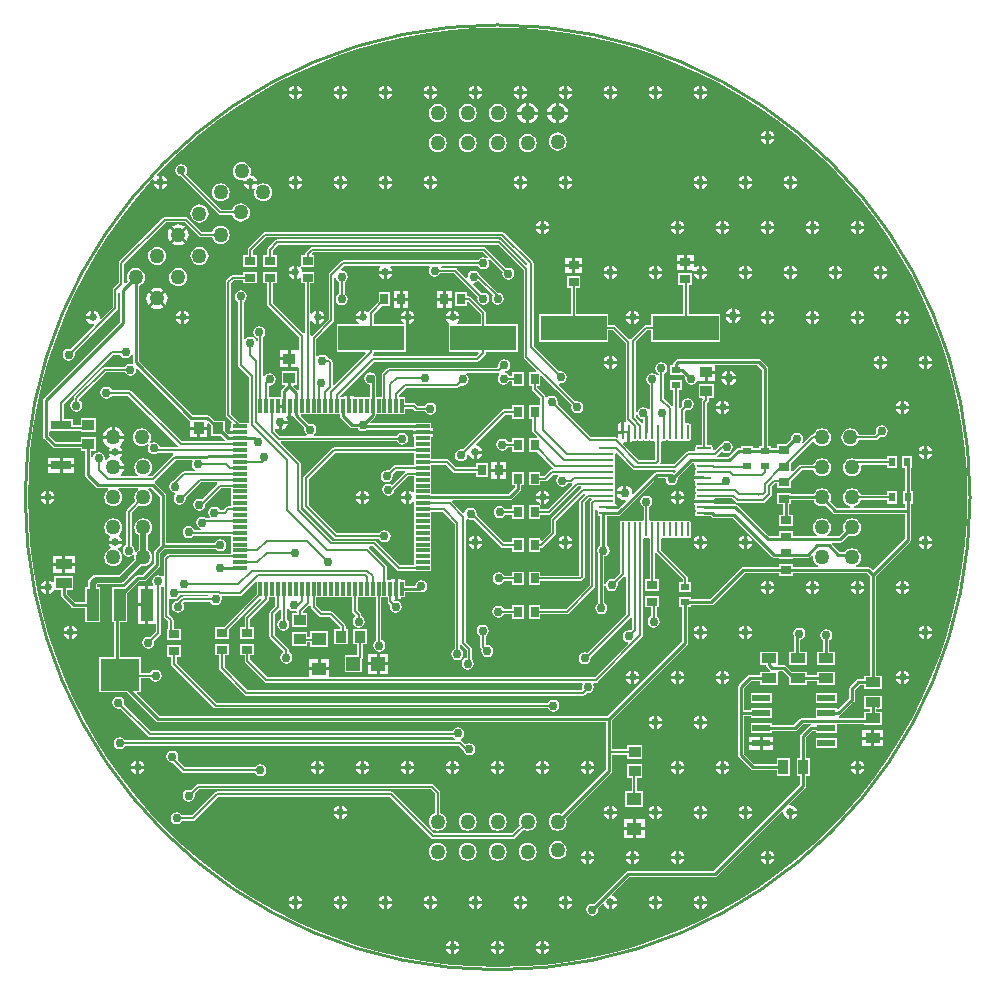
<source format=gbr>
%TF.GenerationSoftware,Altium Limited,Altium Designer,18.1.6 (161)*%
G04 Layer_Physical_Order=1*
G04 Layer_Color=255*
%FSLAX26Y26*%
%MOIN*%
%TF.FileFunction,Copper,L1,Top,Signal*%
%TF.Part,Single*%
G01*
G75*
%TA.AperFunction,NonConductor*%
%ADD10C,0.010000*%
%TA.AperFunction,SMDPad,CuDef*%
%ADD11R,0.027559X0.035433*%
%ADD12R,0.031496X0.023622*%
%ADD13R,0.039370X0.035433*%
%ADD14R,0.023622X0.031496*%
%ADD15R,0.049213X0.043307*%
%ADD16R,0.053150X0.037402*%
%ADD17R,0.035433X0.039370*%
%ADD18R,0.047244X0.047244*%
%ADD19R,0.033465X0.051181*%
%ADD20R,0.051181X0.033465*%
%ADD21R,0.059843X0.023622*%
%ADD22R,0.035433X0.027559*%
%ADD23R,0.220472X0.082677*%
%ADD24R,0.039370X0.106299*%
%ADD25R,0.129921X0.106299*%
%ADD26R,0.011811X0.047244*%
%ADD27R,0.047244X0.011811*%
%ADD28R,0.066929X0.031496*%
G04:AMPARAMS|DCode=29|XSize=9.842mil|YSize=49.213mil|CornerRadius=1.968mil|HoleSize=0mil|Usage=FLASHONLY|Rotation=90.000|XOffset=0mil|YOffset=0mil|HoleType=Round|Shape=RoundedRectangle|*
%AMROUNDEDRECTD29*
21,1,0.009842,0.045276,0,0,90.0*
21,1,0.005906,0.049213,0,0,90.0*
1,1,0.003937,0.022638,0.002953*
1,1,0.003937,0.022638,-0.002953*
1,1,0.003937,-0.022638,-0.002953*
1,1,0.003937,-0.022638,0.002953*
%
%ADD29ROUNDEDRECTD29*%
G04:AMPARAMS|DCode=30|XSize=9.842mil|YSize=49.213mil|CornerRadius=1.968mil|HoleSize=0mil|Usage=FLASHONLY|Rotation=180.000|XOffset=0mil|YOffset=0mil|HoleType=Round|Shape=RoundedRectangle|*
%AMROUNDEDRECTD30*
21,1,0.009842,0.045276,0,0,180.0*
21,1,0.005906,0.049213,0,0,180.0*
1,1,0.003937,-0.002953,0.022638*
1,1,0.003937,0.002953,0.022638*
1,1,0.003937,0.002953,-0.022638*
1,1,0.003937,-0.002953,-0.022638*
%
%ADD30ROUNDEDRECTD30*%
%TA.AperFunction,Conductor*%
%ADD31C,0.008000*%
%ADD32C,0.010000*%
%ADD33C,0.020000*%
%TA.AperFunction,ComponentPad*%
%ADD34C,0.050000*%
%TA.AperFunction,ViaPad*%
%ADD35C,0.025000*%
%ADD36C,0.030000*%
G36*
X3226386Y4712496D02*
X3302981Y4706846D01*
X3379206Y4697444D01*
X3454879Y4684314D01*
X3529816Y4667486D01*
X3603836Y4647002D01*
X3676763Y4622910D01*
X3748419Y4595269D01*
X3818634Y4564146D01*
X3887236Y4529614D01*
X3954061Y4491758D01*
X4018948Y4450669D01*
X4081741Y4406445D01*
X4142289Y4359193D01*
X4200445Y4309028D01*
X4256069Y4256069D01*
X4309028Y4200445D01*
X4359193Y4142289D01*
X4406445Y4081741D01*
X4450669Y4018948D01*
X4491758Y3954061D01*
X4529614Y3887236D01*
X4564146Y3818634D01*
X4595269Y3748419D01*
X4622910Y3676763D01*
X4647002Y3603836D01*
X4667486Y3529816D01*
X4684314Y3454879D01*
X4697444Y3379206D01*
X4706846Y3302981D01*
X4712496Y3226386D01*
X4714381Y3149606D01*
X4712496Y3072827D01*
X4706846Y2996232D01*
X4697444Y2920006D01*
X4684314Y2844334D01*
X4667486Y2769397D01*
X4647002Y2695376D01*
X4622910Y2622450D01*
X4595269Y2550793D01*
X4564146Y2480579D01*
X4529614Y2411977D01*
X4491758Y2345151D01*
X4450669Y2280264D01*
X4406445Y2217471D01*
X4359193Y2156924D01*
X4309028Y2098768D01*
X4256069Y2043144D01*
X4200445Y1990185D01*
X4142289Y1940019D01*
X4081741Y1892768D01*
X4018948Y1848544D01*
X3954061Y1807455D01*
X3887236Y1769599D01*
X3818634Y1735067D01*
X3748419Y1703943D01*
X3676763Y1676302D01*
X3603836Y1652211D01*
X3529816Y1631726D01*
X3454879Y1614899D01*
X3379206Y1601768D01*
X3302981Y1592367D01*
X3226386Y1586717D01*
X3149606Y1584832D01*
X3072827Y1586717D01*
X2996232Y1592367D01*
X2920006Y1601768D01*
X2844334Y1614899D01*
X2769397Y1631726D01*
X2695376Y1652211D01*
X2622450Y1676302D01*
X2550793Y1703943D01*
X2480579Y1735067D01*
X2411977Y1769599D01*
X2345151Y1807455D01*
X2280264Y1848544D01*
X2217471Y1892768D01*
X2156924Y1940019D01*
X2098768Y1990185D01*
X2043144Y2043144D01*
X1990185Y2098768D01*
X1940019Y2156924D01*
X1892768Y2217471D01*
X1848544Y2280264D01*
X1807455Y2345151D01*
X1769599Y2411977D01*
X1735067Y2480579D01*
X1703943Y2550793D01*
X1676302Y2622450D01*
X1652211Y2695376D01*
X1631726Y2769397D01*
X1614899Y2844334D01*
X1601768Y2920006D01*
X1592367Y2996232D01*
X1586717Y3072827D01*
X1584832Y3149606D01*
X1586717Y3226386D01*
X1592367Y3302981D01*
X1601768Y3379206D01*
X1614899Y3454879D01*
X1631726Y3529816D01*
X1652211Y3603836D01*
X1676302Y3676763D01*
X1703943Y3748419D01*
X1735067Y3818634D01*
X1769599Y3887236D01*
X1807455Y3954061D01*
X1848544Y4018948D01*
X1892768Y4081741D01*
X1940019Y4142289D01*
X1990185Y4200445D01*
X1998863Y4209559D01*
X2003484Y4207162D01*
X2003054Y4205000D01*
X2020000D01*
Y4221946D01*
X2016990Y4221347D01*
X2015175Y4223209D01*
X2014005Y4225464D01*
X2043144Y4256069D01*
X2098768Y4309028D01*
X2156924Y4359193D01*
X2217471Y4406445D01*
X2280264Y4450669D01*
X2345151Y4491758D01*
X2411977Y4529614D01*
X2480579Y4564146D01*
X2550793Y4595269D01*
X2622450Y4622910D01*
X2695376Y4647002D01*
X2769397Y4667486D01*
X2844334Y4684314D01*
X2920006Y4697444D01*
X2996232Y4706846D01*
X3072827Y4712496D01*
X3149606Y4714381D01*
X3226386Y4712496D01*
D02*
G37*
%LPC*%
G36*
X3830000Y4521946D02*
Y4505000D01*
X3846946D01*
X3846195Y4508779D01*
X3841222Y4516222D01*
X3833779Y4521194D01*
X3830000Y4521946D01*
D02*
G37*
G36*
X3820000D02*
X3816221Y4521194D01*
X3808778Y4516222D01*
X3803805Y4508779D01*
X3803054Y4505000D01*
X3820000D01*
Y4521946D01*
D02*
G37*
G36*
X3680000D02*
Y4505000D01*
X3696946D01*
X3696195Y4508779D01*
X3691222Y4516222D01*
X3683779Y4521194D01*
X3680000Y4521946D01*
D02*
G37*
G36*
X3670000D02*
X3666221Y4521194D01*
X3658778Y4516222D01*
X3653805Y4508779D01*
X3653054Y4505000D01*
X3670000D01*
Y4521946D01*
D02*
G37*
G36*
X3530000D02*
Y4505000D01*
X3546946D01*
X3546195Y4508779D01*
X3541222Y4516222D01*
X3533779Y4521194D01*
X3530000Y4521946D01*
D02*
G37*
G36*
X3520000D02*
X3516221Y4521194D01*
X3508778Y4516222D01*
X3503805Y4508779D01*
X3503054Y4505000D01*
X3520000D01*
Y4521946D01*
D02*
G37*
G36*
X3380000D02*
Y4505000D01*
X3396946D01*
X3396195Y4508779D01*
X3391222Y4516222D01*
X3383779Y4521194D01*
X3380000Y4521946D01*
D02*
G37*
G36*
X3370000D02*
X3366221Y4521194D01*
X3358778Y4516222D01*
X3353805Y4508779D01*
X3353054Y4505000D01*
X3370000D01*
Y4521946D01*
D02*
G37*
G36*
X3230000D02*
Y4505000D01*
X3246946D01*
X3246195Y4508779D01*
X3241222Y4516222D01*
X3233779Y4521194D01*
X3230000Y4521946D01*
D02*
G37*
G36*
X3220000D02*
X3216221Y4521194D01*
X3208778Y4516222D01*
X3203805Y4508779D01*
X3203054Y4505000D01*
X3220000D01*
Y4521946D01*
D02*
G37*
G36*
X3080000D02*
Y4505000D01*
X3096946D01*
X3096195Y4508779D01*
X3091222Y4516222D01*
X3083779Y4521194D01*
X3080000Y4521946D01*
D02*
G37*
G36*
X3070000D02*
X3066221Y4521194D01*
X3058778Y4516222D01*
X3053805Y4508779D01*
X3053054Y4505000D01*
X3070000D01*
Y4521946D01*
D02*
G37*
G36*
X2930000D02*
Y4505000D01*
X2946946D01*
X2946195Y4508779D01*
X2941222Y4516222D01*
X2933779Y4521194D01*
X2930000Y4521946D01*
D02*
G37*
G36*
X2920000D02*
X2916221Y4521194D01*
X2908778Y4516222D01*
X2903805Y4508779D01*
X2903054Y4505000D01*
X2920000D01*
Y4521946D01*
D02*
G37*
G36*
X2780000D02*
Y4505000D01*
X2796946D01*
X2796195Y4508779D01*
X2791222Y4516222D01*
X2783779Y4521194D01*
X2780000Y4521946D01*
D02*
G37*
G36*
X2770000D02*
X2766221Y4521194D01*
X2758778Y4516222D01*
X2753805Y4508779D01*
X2753054Y4505000D01*
X2770000D01*
Y4521946D01*
D02*
G37*
G36*
X2630000D02*
Y4505000D01*
X2646946D01*
X2646195Y4508779D01*
X2641222Y4516222D01*
X2633779Y4521194D01*
X2630000Y4521946D01*
D02*
G37*
G36*
X2620000D02*
X2616221Y4521194D01*
X2608778Y4516222D01*
X2603805Y4508779D01*
X2603054Y4505000D01*
X2620000D01*
Y4521946D01*
D02*
G37*
G36*
X2480000D02*
Y4505000D01*
X2496946D01*
X2496195Y4508779D01*
X2491222Y4516222D01*
X2483779Y4521194D01*
X2480000Y4521946D01*
D02*
G37*
G36*
X2470000D02*
X2466221Y4521194D01*
X2458778Y4516222D01*
X2453805Y4508779D01*
X2453054Y4505000D01*
X2470000D01*
Y4521946D01*
D02*
G37*
G36*
X3846946Y4495000D02*
X3830000D01*
Y4478054D01*
X3833779Y4478806D01*
X3841222Y4483778D01*
X3846195Y4491221D01*
X3846946Y4495000D01*
D02*
G37*
G36*
X3820000D02*
X3803054D01*
X3803805Y4491221D01*
X3808778Y4483778D01*
X3816221Y4478806D01*
X3820000Y4478054D01*
Y4495000D01*
D02*
G37*
G36*
X3696946D02*
X3680000D01*
Y4478054D01*
X3683779Y4478806D01*
X3691222Y4483778D01*
X3696195Y4491221D01*
X3696946Y4495000D01*
D02*
G37*
G36*
X3670000D02*
X3653054D01*
X3653805Y4491221D01*
X3658778Y4483778D01*
X3666221Y4478806D01*
X3670000Y4478054D01*
Y4495000D01*
D02*
G37*
G36*
X3546946D02*
X3530000D01*
Y4478054D01*
X3533779Y4478806D01*
X3541222Y4483778D01*
X3546195Y4491221D01*
X3546946Y4495000D01*
D02*
G37*
G36*
X3520000D02*
X3503054D01*
X3503805Y4491221D01*
X3508778Y4483778D01*
X3516221Y4478806D01*
X3520000Y4478054D01*
Y4495000D01*
D02*
G37*
G36*
X3396946D02*
X3380000D01*
Y4478054D01*
X3383779Y4478806D01*
X3391222Y4483778D01*
X3396195Y4491221D01*
X3396946Y4495000D01*
D02*
G37*
G36*
X3370000D02*
X3353054D01*
X3353805Y4491221D01*
X3358778Y4483778D01*
X3366221Y4478806D01*
X3370000Y4478054D01*
Y4495000D01*
D02*
G37*
G36*
X3246946D02*
X3230000D01*
Y4478054D01*
X3233779Y4478806D01*
X3241222Y4483778D01*
X3246195Y4491221D01*
X3246946Y4495000D01*
D02*
G37*
G36*
X3220000D02*
X3203054D01*
X3203805Y4491221D01*
X3208778Y4483778D01*
X3216221Y4478806D01*
X3220000Y4478054D01*
Y4495000D01*
D02*
G37*
G36*
X3096946D02*
X3080000D01*
Y4478054D01*
X3083779Y4478806D01*
X3091222Y4483778D01*
X3096195Y4491221D01*
X3096946Y4495000D01*
D02*
G37*
G36*
X3070000D02*
X3053054D01*
X3053805Y4491221D01*
X3058778Y4483778D01*
X3066221Y4478806D01*
X3070000Y4478054D01*
Y4495000D01*
D02*
G37*
G36*
X2946946D02*
X2930000D01*
Y4478054D01*
X2933779Y4478806D01*
X2941222Y4483778D01*
X2946195Y4491221D01*
X2946946Y4495000D01*
D02*
G37*
G36*
X2920000D02*
X2903054D01*
X2903805Y4491221D01*
X2908778Y4483778D01*
X2916221Y4478806D01*
X2920000Y4478054D01*
Y4495000D01*
D02*
G37*
G36*
X2796946D02*
X2780000D01*
Y4478054D01*
X2783779Y4478806D01*
X2791222Y4483778D01*
X2796195Y4491221D01*
X2796946Y4495000D01*
D02*
G37*
G36*
X2770000D02*
X2753054D01*
X2753805Y4491221D01*
X2758778Y4483778D01*
X2766221Y4478806D01*
X2770000Y4478054D01*
Y4495000D01*
D02*
G37*
G36*
X2646946D02*
X2630000D01*
Y4478054D01*
X2633779Y4478806D01*
X2641222Y4483778D01*
X2646195Y4491221D01*
X2646946Y4495000D01*
D02*
G37*
G36*
X2620000D02*
X2603054D01*
X2603805Y4491221D01*
X2608778Y4483778D01*
X2616221Y4478806D01*
X2620000Y4478054D01*
Y4495000D01*
D02*
G37*
G36*
X2496946D02*
X2480000D01*
Y4478054D01*
X2483779Y4478806D01*
X2491222Y4483778D01*
X2496195Y4491221D01*
X2496946Y4495000D01*
D02*
G37*
G36*
X2470000D02*
X2453054D01*
X2453805Y4491221D01*
X2458778Y4483778D01*
X2466221Y4478806D01*
X2470000Y4478054D01*
Y4495000D01*
D02*
G37*
G36*
X3354606Y4465353D02*
Y4435709D01*
X3384250D01*
X3383705Y4439846D01*
X3380178Y4448360D01*
X3374568Y4455671D01*
X3367257Y4461281D01*
X3358743Y4464808D01*
X3354606Y4465353D01*
D02*
G37*
G36*
X3254606D02*
Y4435709D01*
X3284250D01*
X3283705Y4439846D01*
X3280178Y4448360D01*
X3274568Y4455671D01*
X3267257Y4461281D01*
X3258743Y4464808D01*
X3254606Y4465353D01*
D02*
G37*
G36*
X3344606Y4465353D02*
X3340469Y4464808D01*
X3331955Y4461281D01*
X3324644Y4455671D01*
X3319034Y4448360D01*
X3315507Y4439846D01*
X3314962Y4435709D01*
X3344606D01*
Y4465353D01*
D02*
G37*
G36*
X3244606D02*
X3240469Y4464808D01*
X3231955Y4461281D01*
X3224644Y4455671D01*
X3219034Y4448360D01*
X3215507Y4439846D01*
X3214962Y4435709D01*
X3244606D01*
Y4465353D01*
D02*
G37*
G36*
X3149606Y4460968D02*
X3141774Y4459937D01*
X3134477Y4456914D01*
X3128210Y4452105D01*
X3123401Y4445838D01*
X3120378Y4438541D01*
X3119347Y4430709D01*
X3120378Y4422877D01*
X3123401Y4415580D01*
X3128210Y4409313D01*
X3134477Y4404504D01*
X3141774Y4401481D01*
X3149606Y4400450D01*
X3157438Y4401481D01*
X3164735Y4404504D01*
X3171002Y4409313D01*
X3175811Y4415580D01*
X3178834Y4422877D01*
X3179865Y4430709D01*
X3178834Y4438541D01*
X3175811Y4445838D01*
X3171002Y4452105D01*
X3164735Y4456914D01*
X3157438Y4459937D01*
X3149606Y4460968D01*
D02*
G37*
G36*
X3049606D02*
X3041774Y4459937D01*
X3034477Y4456914D01*
X3028210Y4452105D01*
X3023401Y4445838D01*
X3020378Y4438541D01*
X3019347Y4430709D01*
X3020378Y4422877D01*
X3023401Y4415580D01*
X3028210Y4409313D01*
X3034477Y4404504D01*
X3041774Y4401481D01*
X3049606Y4400450D01*
X3057438Y4401481D01*
X3064735Y4404504D01*
X3071002Y4409313D01*
X3075811Y4415580D01*
X3078834Y4422877D01*
X3079865Y4430709D01*
X3078834Y4438541D01*
X3075811Y4445838D01*
X3071002Y4452105D01*
X3064735Y4456914D01*
X3057438Y4459937D01*
X3049606Y4460968D01*
D02*
G37*
G36*
X2949606D02*
X2941774Y4459937D01*
X2934477Y4456914D01*
X2928210Y4452105D01*
X2923401Y4445838D01*
X2920378Y4438541D01*
X2919347Y4430709D01*
X2920378Y4422877D01*
X2923401Y4415580D01*
X2928210Y4409313D01*
X2934477Y4404504D01*
X2941774Y4401481D01*
X2949606Y4400450D01*
X2957438Y4401481D01*
X2964735Y4404504D01*
X2971002Y4409313D01*
X2975811Y4415580D01*
X2978834Y4422877D01*
X2979865Y4430709D01*
X2978834Y4438541D01*
X2975811Y4445838D01*
X2971002Y4452105D01*
X2964735Y4456914D01*
X2957438Y4459937D01*
X2949606Y4460968D01*
D02*
G37*
G36*
X3244606Y4425709D02*
X3214962D01*
X3215507Y4421572D01*
X3219034Y4413058D01*
X3224644Y4405747D01*
X3231955Y4400137D01*
X3240469Y4396610D01*
X3244606Y4396065D01*
Y4425709D01*
D02*
G37*
G36*
X3344606D02*
X3314962D01*
X3315507Y4421572D01*
X3319034Y4413058D01*
X3324644Y4405747D01*
X3331955Y4400137D01*
X3340469Y4396610D01*
X3344606Y4396065D01*
Y4425709D01*
D02*
G37*
G36*
X3384250D02*
X3354606D01*
Y4396065D01*
X3358743Y4396610D01*
X3367257Y4400137D01*
X3374568Y4405747D01*
X3380178Y4413058D01*
X3383705Y4421572D01*
X3384250Y4425709D01*
D02*
G37*
G36*
X3284250D02*
X3254606D01*
Y4396065D01*
X3258743Y4396610D01*
X3267257Y4400137D01*
X3274568Y4405747D01*
X3280178Y4413058D01*
X3283705Y4421572D01*
X3284250Y4425709D01*
D02*
G37*
G36*
X4055000Y4371946D02*
Y4355000D01*
X4071946D01*
X4071195Y4358779D01*
X4066222Y4366222D01*
X4058779Y4371194D01*
X4055000Y4371946D01*
D02*
G37*
G36*
X4045000D02*
X4041221Y4371194D01*
X4033778Y4366222D01*
X4028805Y4358779D01*
X4028054Y4355000D01*
X4045000D01*
Y4371946D01*
D02*
G37*
G36*
X4071946Y4345000D02*
X4055000D01*
Y4328054D01*
X4058779Y4328806D01*
X4066222Y4333778D01*
X4071195Y4341221D01*
X4071946Y4345000D01*
D02*
G37*
G36*
X4045000D02*
X4028054D01*
X4028805Y4341221D01*
X4033778Y4333778D01*
X4041221Y4328806D01*
X4045000Y4328054D01*
Y4345000D01*
D02*
G37*
G36*
X3349606Y4365968D02*
X3341774Y4364937D01*
X3334477Y4361914D01*
X3328210Y4357105D01*
X3323401Y4350838D01*
X3320378Y4343541D01*
X3319347Y4335709D01*
X3320378Y4327877D01*
X3323401Y4320580D01*
X3328210Y4314313D01*
X3334477Y4309504D01*
X3341774Y4306481D01*
X3349606Y4305450D01*
X3357438Y4306481D01*
X3364735Y4309504D01*
X3371002Y4314313D01*
X3375811Y4320580D01*
X3378834Y4327877D01*
X3379865Y4335709D01*
X3378834Y4343541D01*
X3375811Y4350838D01*
X3371002Y4357105D01*
X3364735Y4361914D01*
X3357438Y4364937D01*
X3349606Y4365968D01*
D02*
G37*
G36*
X3249606Y4360968D02*
X3241774Y4359937D01*
X3234477Y4356914D01*
X3228210Y4352105D01*
X3223401Y4345838D01*
X3220378Y4338541D01*
X3219347Y4330709D01*
X3220378Y4322877D01*
X3223401Y4315580D01*
X3228210Y4309313D01*
X3234477Y4304504D01*
X3241774Y4301481D01*
X3249606Y4300450D01*
X3257438Y4301481D01*
X3264735Y4304504D01*
X3271002Y4309313D01*
X3275811Y4315580D01*
X3278834Y4322877D01*
X3279865Y4330709D01*
X3278834Y4338541D01*
X3275811Y4345838D01*
X3271002Y4352105D01*
X3264735Y4356914D01*
X3257438Y4359937D01*
X3249606Y4360968D01*
D02*
G37*
G36*
X3149606D02*
X3141774Y4359937D01*
X3134477Y4356914D01*
X3128210Y4352105D01*
X3123401Y4345838D01*
X3120378Y4338541D01*
X3119347Y4330709D01*
X3120378Y4322877D01*
X3123401Y4315580D01*
X3128210Y4309313D01*
X3134477Y4304504D01*
X3141774Y4301481D01*
X3149606Y4300450D01*
X3157438Y4301481D01*
X3164735Y4304504D01*
X3171002Y4309313D01*
X3175811Y4315580D01*
X3178834Y4322877D01*
X3179865Y4330709D01*
X3178834Y4338541D01*
X3175811Y4345838D01*
X3171002Y4352105D01*
X3164735Y4356914D01*
X3157438Y4359937D01*
X3149606Y4360968D01*
D02*
G37*
G36*
X3049606D02*
X3041774Y4359937D01*
X3034477Y4356914D01*
X3028210Y4352105D01*
X3023401Y4345838D01*
X3020378Y4338541D01*
X3019347Y4330709D01*
X3020378Y4322877D01*
X3023401Y4315580D01*
X3028210Y4309313D01*
X3034477Y4304504D01*
X3041774Y4301481D01*
X3049606Y4300450D01*
X3057438Y4301481D01*
X3064735Y4304504D01*
X3071002Y4309313D01*
X3075811Y4315580D01*
X3078834Y4322877D01*
X3079865Y4330709D01*
X3078834Y4338541D01*
X3075811Y4345838D01*
X3071002Y4352105D01*
X3064735Y4356914D01*
X3057438Y4359937D01*
X3049606Y4360968D01*
D02*
G37*
G36*
X2949606D02*
X2941774Y4359937D01*
X2934477Y4356914D01*
X2928210Y4352105D01*
X2923401Y4345838D01*
X2920378Y4338541D01*
X2919347Y4330709D01*
X2920378Y4322877D01*
X2923401Y4315580D01*
X2928210Y4309313D01*
X2934477Y4304504D01*
X2941774Y4301481D01*
X2949606Y4300450D01*
X2957438Y4301481D01*
X2964735Y4304504D01*
X2971002Y4309313D01*
X2975811Y4315580D01*
X2978834Y4322877D01*
X2979865Y4330709D01*
X2978834Y4338541D01*
X2975811Y4345838D01*
X2971002Y4352105D01*
X2964735Y4356914D01*
X2957438Y4359937D01*
X2949606Y4360968D01*
D02*
G37*
G36*
X4130000Y4221946D02*
Y4205000D01*
X4146946D01*
X4146194Y4208779D01*
X4141222Y4216222D01*
X4133779Y4221194D01*
X4130000Y4221946D01*
D02*
G37*
G36*
X4120000D02*
X4116221Y4221194D01*
X4108778Y4216222D01*
X4103806Y4208779D01*
X4103054Y4205000D01*
X4120000D01*
Y4221946D01*
D02*
G37*
G36*
X3980000D02*
Y4205000D01*
X3996946D01*
X3996195Y4208779D01*
X3991222Y4216222D01*
X3983779Y4221194D01*
X3980000Y4221946D01*
D02*
G37*
G36*
X3970000D02*
X3966221Y4221194D01*
X3958778Y4216222D01*
X3953805Y4208779D01*
X3953054Y4205000D01*
X3970000D01*
Y4221946D01*
D02*
G37*
G36*
X3830000D02*
Y4205000D01*
X3846946D01*
X3846195Y4208779D01*
X3841222Y4216222D01*
X3833779Y4221194D01*
X3830000Y4221946D01*
D02*
G37*
G36*
X3820000D02*
X3816221Y4221194D01*
X3808778Y4216222D01*
X3803805Y4208779D01*
X3803054Y4205000D01*
X3820000D01*
Y4221946D01*
D02*
G37*
G36*
X3380000D02*
Y4205000D01*
X3396946D01*
X3396195Y4208779D01*
X3391222Y4216222D01*
X3383779Y4221194D01*
X3380000Y4221946D01*
D02*
G37*
G36*
X3370000D02*
X3366221Y4221194D01*
X3358778Y4216222D01*
X3353805Y4208779D01*
X3353054Y4205000D01*
X3370000D01*
Y4221946D01*
D02*
G37*
G36*
X3230000D02*
Y4205000D01*
X3246946D01*
X3246195Y4208779D01*
X3241222Y4216222D01*
X3233779Y4221194D01*
X3230000Y4221946D01*
D02*
G37*
G36*
X3220000D02*
X3216221Y4221194D01*
X3208778Y4216222D01*
X3203805Y4208779D01*
X3203054Y4205000D01*
X3220000D01*
Y4221946D01*
D02*
G37*
G36*
X2930000D02*
Y4205000D01*
X2946946D01*
X2946195Y4208779D01*
X2941222Y4216222D01*
X2933779Y4221194D01*
X2930000Y4221946D01*
D02*
G37*
G36*
X2920000D02*
X2916221Y4221194D01*
X2908778Y4216222D01*
X2903805Y4208779D01*
X2903054Y4205000D01*
X2920000D01*
Y4221946D01*
D02*
G37*
G36*
X2780000D02*
Y4205000D01*
X2796946D01*
X2796195Y4208779D01*
X2791222Y4216222D01*
X2783779Y4221194D01*
X2780000Y4221946D01*
D02*
G37*
G36*
X2770000D02*
X2766221Y4221194D01*
X2758778Y4216222D01*
X2753805Y4208779D01*
X2753054Y4205000D01*
X2770000D01*
Y4221946D01*
D02*
G37*
G36*
X2630000D02*
Y4205000D01*
X2646946D01*
X2646195Y4208779D01*
X2641222Y4216222D01*
X2633779Y4221194D01*
X2630000Y4221946D01*
D02*
G37*
G36*
X2620000D02*
X2616221Y4221194D01*
X2608778Y4216222D01*
X2603805Y4208779D01*
X2603054Y4205000D01*
X2620000D01*
Y4221946D01*
D02*
G37*
G36*
X2480000D02*
Y4205000D01*
X2496946D01*
X2496195Y4208779D01*
X2491222Y4216222D01*
X2483779Y4221194D01*
X2480000Y4221946D01*
D02*
G37*
G36*
X2470000D02*
X2466221Y4221194D01*
X2458778Y4216222D01*
X2453805Y4208779D01*
X2453054Y4205000D01*
X2470000D01*
Y4221946D01*
D02*
G37*
G36*
X2297132Y4267391D02*
X2289300Y4266360D01*
X2282003Y4263337D01*
X2275736Y4258528D01*
X2270927Y4252261D01*
X2267904Y4244964D01*
X2266873Y4237132D01*
X2267904Y4229300D01*
X2270927Y4222002D01*
X2275736Y4215736D01*
X2282003Y4210927D01*
X2289300Y4207904D01*
X2297132Y4206873D01*
X2299340Y4207164D01*
X2301367Y4205000D01*
X2346946D01*
X2346195Y4208779D01*
X2341222Y4216222D01*
X2333779Y4221194D01*
X2328823Y4222180D01*
X2325737Y4227797D01*
X2326360Y4229300D01*
X2327391Y4237132D01*
X2326360Y4244964D01*
X2323337Y4252261D01*
X2318528Y4258528D01*
X2312262Y4263337D01*
X2304964Y4266360D01*
X2297132Y4267391D01*
D02*
G37*
G36*
X2030000Y4221946D02*
Y4205000D01*
X2046946D01*
X2046195Y4208779D01*
X2041222Y4216222D01*
X2033779Y4221194D01*
X2030000Y4221946D01*
D02*
G37*
G36*
X2367843Y4196680D02*
X2360011Y4195649D01*
X2352713Y4192626D01*
X2351367Y4191593D01*
X2346830Y4194414D01*
X2346946Y4195000D01*
X2330000D01*
Y4178054D01*
X2333779Y4178806D01*
X2335590Y4180015D01*
X2339629Y4176700D01*
X2338615Y4174253D01*
X2337584Y4166421D01*
X2338615Y4158590D01*
X2341638Y4151292D01*
X2346446Y4145025D01*
X2352713Y4140216D01*
X2360011Y4137193D01*
X2367843Y4136162D01*
X2375674Y4137193D01*
X2382972Y4140216D01*
X2389239Y4145025D01*
X2394048Y4151292D01*
X2397071Y4158590D01*
X2398102Y4166421D01*
X2397071Y4174253D01*
X2394048Y4181551D01*
X2389239Y4187818D01*
X2382972Y4192626D01*
X2375674Y4195649D01*
X2367843Y4196680D01*
D02*
G37*
G36*
X4146946Y4195000D02*
X4130000D01*
Y4178054D01*
X4133779Y4178806D01*
X4141222Y4183778D01*
X4146194Y4191221D01*
X4146946Y4195000D01*
D02*
G37*
G36*
X4120000D02*
X4103054D01*
X4103806Y4191221D01*
X4108778Y4183778D01*
X4116221Y4178806D01*
X4120000Y4178054D01*
Y4195000D01*
D02*
G37*
G36*
X3996946D02*
X3980000D01*
Y4178054D01*
X3983779Y4178806D01*
X3991222Y4183778D01*
X3996195Y4191221D01*
X3996946Y4195000D01*
D02*
G37*
G36*
X3970000D02*
X3953054D01*
X3953805Y4191221D01*
X3958778Y4183778D01*
X3966221Y4178806D01*
X3970000Y4178054D01*
Y4195000D01*
D02*
G37*
G36*
X3846946D02*
X3830000D01*
Y4178054D01*
X3833779Y4178806D01*
X3841222Y4183778D01*
X3846195Y4191221D01*
X3846946Y4195000D01*
D02*
G37*
G36*
X3820000D02*
X3803054D01*
X3803805Y4191221D01*
X3808778Y4183778D01*
X3816221Y4178806D01*
X3820000Y4178054D01*
Y4195000D01*
D02*
G37*
G36*
X3396946D02*
X3380000D01*
Y4178054D01*
X3383779Y4178806D01*
X3391222Y4183778D01*
X3396195Y4191221D01*
X3396946Y4195000D01*
D02*
G37*
G36*
X3370000D02*
X3353054D01*
X3353805Y4191221D01*
X3358778Y4183778D01*
X3366221Y4178806D01*
X3370000Y4178054D01*
Y4195000D01*
D02*
G37*
G36*
X3246946D02*
X3230000D01*
Y4178054D01*
X3233779Y4178806D01*
X3241222Y4183778D01*
X3246195Y4191221D01*
X3246946Y4195000D01*
D02*
G37*
G36*
X3220000D02*
X3203054D01*
X3203805Y4191221D01*
X3208778Y4183778D01*
X3216221Y4178806D01*
X3220000Y4178054D01*
Y4195000D01*
D02*
G37*
G36*
X2946946D02*
X2930000D01*
Y4178054D01*
X2933779Y4178806D01*
X2941222Y4183778D01*
X2946195Y4191221D01*
X2946946Y4195000D01*
D02*
G37*
G36*
X2920000D02*
X2903054D01*
X2903805Y4191221D01*
X2908778Y4183778D01*
X2916221Y4178806D01*
X2920000Y4178054D01*
Y4195000D01*
D02*
G37*
G36*
X2796946D02*
X2780000D01*
Y4178054D01*
X2783779Y4178806D01*
X2791222Y4183778D01*
X2796195Y4191221D01*
X2796946Y4195000D01*
D02*
G37*
G36*
X2770000D02*
X2753054D01*
X2753805Y4191221D01*
X2758778Y4183778D01*
X2766221Y4178806D01*
X2770000Y4178054D01*
Y4195000D01*
D02*
G37*
G36*
X2646946D02*
X2630000D01*
Y4178054D01*
X2633779Y4178806D01*
X2641222Y4183778D01*
X2646195Y4191221D01*
X2646946Y4195000D01*
D02*
G37*
G36*
X2620000D02*
X2603054D01*
X2603805Y4191221D01*
X2608778Y4183778D01*
X2616221Y4178806D01*
X2620000Y4178054D01*
Y4195000D01*
D02*
G37*
G36*
X2496946D02*
X2480000D01*
Y4178054D01*
X2483779Y4178806D01*
X2491222Y4183778D01*
X2496195Y4191221D01*
X2496946Y4195000D01*
D02*
G37*
G36*
X2470000D02*
X2453054D01*
X2453805Y4191221D01*
X2458778Y4183778D01*
X2466221Y4178806D01*
X2470000Y4178054D01*
Y4195000D01*
D02*
G37*
G36*
X2320000D02*
X2303054D01*
X2303805Y4191221D01*
X2308778Y4183778D01*
X2316221Y4178806D01*
X2320000Y4178054D01*
Y4195000D01*
D02*
G37*
G36*
X2046946D02*
X2030000D01*
Y4178054D01*
X2033779Y4178806D01*
X2041222Y4183778D01*
X2046195Y4191221D01*
X2046946Y4195000D01*
D02*
G37*
G36*
X2020000D02*
X2003054D01*
X2003805Y4191221D01*
X2008778Y4183778D01*
X2016221Y4178806D01*
X2020000Y4178054D01*
Y4195000D01*
D02*
G37*
G36*
X2226421Y4196680D02*
X2218590Y4195649D01*
X2211292Y4192626D01*
X2205025Y4187818D01*
X2200216Y4181551D01*
X2197193Y4174253D01*
X2196162Y4166421D01*
X2197194Y4158590D01*
X2200216Y4151292D01*
X2205025Y4145025D01*
X2211292Y4140216D01*
X2218590Y4137194D01*
X2226421Y4136162D01*
X2234253Y4137193D01*
X2241551Y4140216D01*
X2247818Y4145025D01*
X2252626Y4151292D01*
X2255649Y4158590D01*
X2256680Y4166421D01*
X2255649Y4174253D01*
X2252626Y4181551D01*
X2247818Y4187818D01*
X2241551Y4192626D01*
X2234253Y4195649D01*
X2226421Y4196680D01*
D02*
G37*
G36*
X2095000Y4260392D02*
X2087196Y4258840D01*
X2080581Y4254419D01*
X2076160Y4247804D01*
X2074608Y4240000D01*
X2076160Y4232196D01*
X2080581Y4225581D01*
X2087196Y4221160D01*
X2091773Y4220250D01*
X2219265Y4092758D01*
X2222242Y4090768D01*
X2225754Y4090070D01*
X2264926D01*
X2267392Y4084117D01*
X2272200Y4077850D01*
X2278467Y4073041D01*
X2285765Y4070018D01*
X2293597Y4068987D01*
X2301428Y4070018D01*
X2308726Y4073041D01*
X2314993Y4077850D01*
X2319802Y4084117D01*
X2322824Y4091415D01*
X2323855Y4099246D01*
X2322824Y4107078D01*
X2319802Y4114376D01*
X2314993Y4120642D01*
X2308726Y4125451D01*
X2301428Y4128474D01*
X2293597Y4129505D01*
X2285765Y4128474D01*
X2278467Y4125451D01*
X2272200Y4120642D01*
X2267392Y4114376D01*
X2264926Y4108422D01*
X2229555D01*
X2110612Y4227365D01*
X2113840Y4232196D01*
X2115392Y4240000D01*
X2113840Y4247804D01*
X2109419Y4254419D01*
X2102804Y4258840D01*
X2095000Y4260392D01*
D02*
G37*
G36*
X2155711Y4125970D02*
X2147879Y4124939D01*
X2140581Y4121916D01*
X2134314Y4117107D01*
X2129506Y4110840D01*
X2126483Y4103542D01*
X2125452Y4095711D01*
X2126483Y4087879D01*
X2129506Y4080581D01*
X2134314Y4074314D01*
X2140581Y4069506D01*
X2147879Y4066483D01*
X2155711Y4065452D01*
X2163542Y4066483D01*
X2170840Y4069506D01*
X2177107Y4074314D01*
X2181916Y4080581D01*
X2184939Y4087879D01*
X2185970Y4095711D01*
X2184939Y4103542D01*
X2181916Y4110840D01*
X2177107Y4117107D01*
X2170840Y4121916D01*
X2163542Y4124939D01*
X2155711Y4125970D01*
D02*
G37*
G36*
X4355000Y4071946D02*
Y4055000D01*
X4371946D01*
X4371194Y4058779D01*
X4366222Y4066222D01*
X4358779Y4071195D01*
X4355000Y4071946D01*
D02*
G37*
G36*
X4345000D02*
X4341221Y4071195D01*
X4333778Y4066222D01*
X4328806Y4058779D01*
X4328054Y4055000D01*
X4345000D01*
Y4071946D01*
D02*
G37*
G36*
X4205000D02*
Y4055000D01*
X4221946D01*
X4221194Y4058779D01*
X4216222Y4066222D01*
X4208779Y4071195D01*
X4205000Y4071946D01*
D02*
G37*
G36*
X4195000D02*
X4191221Y4071195D01*
X4183778Y4066222D01*
X4178806Y4058779D01*
X4178054Y4055000D01*
X4195000D01*
Y4071946D01*
D02*
G37*
G36*
X4055000D02*
Y4055000D01*
X4071946D01*
X4071195Y4058779D01*
X4066222Y4066222D01*
X4058779Y4071195D01*
X4055000Y4071946D01*
D02*
G37*
G36*
X4045000D02*
X4041221Y4071195D01*
X4033778Y4066222D01*
X4028805Y4058779D01*
X4028054Y4055000D01*
X4045000D01*
Y4071946D01*
D02*
G37*
G36*
X3905000D02*
Y4055000D01*
X3921946D01*
X3921195Y4058779D01*
X3916222Y4066222D01*
X3908779Y4071195D01*
X3905000Y4071946D01*
D02*
G37*
G36*
X3895000D02*
X3891221Y4071195D01*
X3883778Y4066222D01*
X3878805Y4058779D01*
X3878054Y4055000D01*
X3895000D01*
Y4071946D01*
D02*
G37*
G36*
X3755000D02*
Y4055000D01*
X3771946D01*
X3771195Y4058779D01*
X3766222Y4066222D01*
X3758779Y4071195D01*
X3755000Y4071946D01*
D02*
G37*
G36*
X3745000D02*
X3741221Y4071195D01*
X3733778Y4066222D01*
X3728805Y4058779D01*
X3728054Y4055000D01*
X3745000D01*
Y4071946D01*
D02*
G37*
G36*
X3305000D02*
Y4055000D01*
X3321946D01*
X3321195Y4058779D01*
X3316222Y4066222D01*
X3308779Y4071195D01*
X3305000Y4071946D01*
D02*
G37*
G36*
X3295000D02*
X3291221Y4071195D01*
X3283778Y4066222D01*
X3278805Y4058779D01*
X3278054Y4055000D01*
X3295000D01*
Y4071946D01*
D02*
G37*
G36*
X2085000Y4060302D02*
X2075863Y4059099D01*
X2067349Y4055572D01*
X2064039Y4053032D01*
X2085000Y4032071D01*
X2105961Y4053032D01*
X2102651Y4055572D01*
X2094137Y4059099D01*
X2085000Y4060302D01*
D02*
G37*
G36*
X4371946Y4045000D02*
X4355000D01*
Y4028054D01*
X4358779Y4028805D01*
X4366222Y4033778D01*
X4371194Y4041221D01*
X4371946Y4045000D01*
D02*
G37*
G36*
X4345000D02*
X4328054D01*
X4328806Y4041221D01*
X4333778Y4033778D01*
X4341221Y4028805D01*
X4345000Y4028054D01*
Y4045000D01*
D02*
G37*
G36*
X4221946D02*
X4205000D01*
Y4028054D01*
X4208779Y4028805D01*
X4216222Y4033778D01*
X4221194Y4041221D01*
X4221946Y4045000D01*
D02*
G37*
G36*
X4195000D02*
X4178054D01*
X4178806Y4041221D01*
X4183778Y4033778D01*
X4191221Y4028805D01*
X4195000Y4028054D01*
Y4045000D01*
D02*
G37*
G36*
X4071946D02*
X4055000D01*
Y4028054D01*
X4058779Y4028805D01*
X4066222Y4033778D01*
X4071195Y4041221D01*
X4071946Y4045000D01*
D02*
G37*
G36*
X4045000D02*
X4028054D01*
X4028805Y4041221D01*
X4033778Y4033778D01*
X4041221Y4028805D01*
X4045000Y4028054D01*
Y4045000D01*
D02*
G37*
G36*
X3921946D02*
X3905000D01*
Y4028054D01*
X3908779Y4028805D01*
X3916222Y4033778D01*
X3921195Y4041221D01*
X3921946Y4045000D01*
D02*
G37*
G36*
X3895000D02*
X3878054D01*
X3878805Y4041221D01*
X3883778Y4033778D01*
X3891221Y4028805D01*
X3895000Y4028054D01*
Y4045000D01*
D02*
G37*
G36*
X3771946D02*
X3755000D01*
Y4028054D01*
X3758779Y4028805D01*
X3766222Y4033778D01*
X3771195Y4041221D01*
X3771946Y4045000D01*
D02*
G37*
G36*
X3745000D02*
X3728054D01*
X3728805Y4041221D01*
X3733778Y4033778D01*
X3741221Y4028805D01*
X3745000Y4028054D01*
Y4045000D01*
D02*
G37*
G36*
X3321946D02*
X3305000D01*
Y4028054D01*
X3308779Y4028805D01*
X3316222Y4033778D01*
X3321195Y4041221D01*
X3321946Y4045000D01*
D02*
G37*
G36*
X3295000D02*
X3278054D01*
X3278805Y4041221D01*
X3283778Y4033778D01*
X3291221Y4028805D01*
X3295000Y4028054D01*
Y4045000D01*
D02*
G37*
G36*
X2113032Y4045961D02*
X2092071Y4025000D01*
X2113032Y4004039D01*
X2115572Y4007349D01*
X2119099Y4015863D01*
X2120302Y4025000D01*
X2119099Y4034137D01*
X2115572Y4042651D01*
X2113032Y4045961D01*
D02*
G37*
G36*
X2056968D02*
X2054428Y4042651D01*
X2050901Y4034137D01*
X2049698Y4025000D01*
X2050901Y4015863D01*
X2054428Y4007349D01*
X2056968Y4004039D01*
X2077929Y4025000D01*
X2056968Y4045961D01*
D02*
G37*
G36*
X2110000Y4084176D02*
X2040000D01*
X2036488Y4083478D01*
X2033511Y4081489D01*
X1888511Y3936489D01*
X1886522Y3933512D01*
X1885824Y3930000D01*
Y3863801D01*
X1868511Y3846489D01*
X1866522Y3843512D01*
X1865824Y3840000D01*
Y3783801D01*
X1827050Y3745027D01*
X1822441Y3747490D01*
X1822941Y3750000D01*
X1821195Y3758779D01*
X1816222Y3766222D01*
X1808779Y3771195D01*
X1805000Y3771946D01*
Y3750000D01*
X1800000D01*
Y3745000D01*
X1778054D01*
X1778805Y3741221D01*
X1783778Y3733778D01*
X1791221Y3728805D01*
X1800000Y3727059D01*
X1802510Y3727559D01*
X1804973Y3722950D01*
X1726185Y3644162D01*
X1720000Y3645392D01*
X1712196Y3643840D01*
X1705581Y3639419D01*
X1701160Y3632804D01*
X1699608Y3625000D01*
X1701160Y3617196D01*
X1705581Y3610581D01*
X1712196Y3606160D01*
X1720000Y3604608D01*
X1727804Y3606160D01*
X1734419Y3610581D01*
X1738840Y3617196D01*
X1740392Y3625000D01*
X1739162Y3631184D01*
X1881489Y3773511D01*
X1883478Y3776488D01*
X1884176Y3780000D01*
Y3831675D01*
X1884804Y3832094D01*
X1889804Y3829422D01*
Y3734223D01*
X1637790Y3482210D01*
X1635580Y3478902D01*
X1634804Y3475000D01*
Y3352401D01*
X1635580Y3348500D01*
X1637790Y3345192D01*
X1666688Y3316294D01*
X1669996Y3314084D01*
X1673898Y3313308D01*
X1760315D01*
Y3305787D01*
X1774804D01*
Y3223976D01*
X1775580Y3220074D01*
X1777790Y3216767D01*
X1811766Y3182790D01*
X1815074Y3180580D01*
X1818976Y3179804D01*
X1850429D01*
X1852062Y3174804D01*
X1847108Y3171002D01*
X1842299Y3164735D01*
X1839276Y3157438D01*
X1838245Y3149606D01*
X1839276Y3141774D01*
X1842299Y3134477D01*
X1847108Y3128210D01*
X1853375Y3123401D01*
X1860672Y3120378D01*
X1868504Y3119347D01*
X1876336Y3120378D01*
X1883633Y3123401D01*
X1889900Y3128210D01*
X1894709Y3134477D01*
X1897732Y3141774D01*
X1898763Y3149606D01*
X1897732Y3157438D01*
X1894709Y3164735D01*
X1889900Y3171002D01*
X1884946Y3174804D01*
X1886579Y3179804D01*
X1950429D01*
X1952062Y3174804D01*
X1947108Y3171002D01*
X1942299Y3164735D01*
X1939276Y3157438D01*
X1938245Y3149606D01*
X1939276Y3141774D01*
X1941742Y3135821D01*
X1913511Y3107591D01*
X1911522Y3104614D01*
X1910824Y3101102D01*
Y2990363D01*
X1905581Y2986860D01*
X1901160Y2980244D01*
X1899608Y2972441D01*
X1901160Y2964637D01*
X1905581Y2958022D01*
X1912196Y2953601D01*
X1920000Y2952049D01*
X1927804Y2953601D01*
X1934299Y2957942D01*
X1934924Y2957804D01*
X1939088Y2956009D01*
X1938245Y2949606D01*
X1939249Y2941980D01*
X1887563Y2890294D01*
X1809449D01*
X1803596Y2889130D01*
X1798634Y2885814D01*
X1788634Y2875814D01*
X1785319Y2870853D01*
X1784155Y2865000D01*
Y2849291D01*
X1774764D01*
Y2801338D01*
X1740523D01*
X1713739Y2828121D01*
Y2839803D01*
X1735118D01*
Y2887205D01*
X1671968D01*
Y2866621D01*
X1666968Y2865104D01*
X1666222Y2866222D01*
X1658779Y2871195D01*
X1655000Y2871946D01*
Y2850000D01*
Y2828054D01*
X1658779Y2828805D01*
X1666222Y2833778D01*
X1668223Y2836774D01*
X1671968Y2839803D01*
X1693347D01*
Y2823898D01*
X1694123Y2819996D01*
X1696334Y2816688D01*
X1729090Y2783932D01*
X1732398Y2781722D01*
X1736299Y2780946D01*
X1774764D01*
Y2732992D01*
X1824134D01*
Y2849291D01*
X1814743D01*
Y2858665D01*
X1815784Y2859706D01*
X1893898D01*
X1899751Y2860870D01*
X1904712Y2864186D01*
X1960878Y2920351D01*
X1968504Y2919347D01*
X1976336Y2920378D01*
X1983633Y2923401D01*
X1989900Y2928210D01*
X1994709Y2934477D01*
X1997732Y2941774D01*
X1998763Y2949606D01*
X1997732Y2957438D01*
X1994709Y2964735D01*
X1989900Y2971002D01*
X1983798Y2975685D01*
Y3023527D01*
X1989900Y3028210D01*
X1994709Y3034477D01*
X1997732Y3041774D01*
X1998763Y3049606D01*
X1997732Y3057438D01*
X1994709Y3064735D01*
X1989900Y3071002D01*
X1983633Y3075811D01*
X1976336Y3078834D01*
X1968504Y3079865D01*
X1960672Y3078834D01*
X1953375Y3075811D01*
X1947108Y3071002D01*
X1942299Y3064735D01*
X1939276Y3057438D01*
X1938245Y3049606D01*
X1939276Y3041774D01*
X1942299Y3034477D01*
X1947108Y3028210D01*
X1953210Y3023527D01*
Y2975685D01*
X1947108Y2971002D01*
X1944537Y2967653D01*
X1939861Y2969771D01*
X1940392Y2972441D01*
X1938840Y2980244D01*
X1934419Y2986860D01*
X1929176Y2990363D01*
Y3097301D01*
X1954719Y3122844D01*
X1960672Y3120378D01*
X1968504Y3119347D01*
X1976336Y3120378D01*
X1983633Y3123401D01*
X1989900Y3128210D01*
X1994709Y3134477D01*
X1997732Y3141774D01*
X1998763Y3149606D01*
X1997732Y3157438D01*
X1994709Y3164735D01*
X1989900Y3171002D01*
X1984946Y3174804D01*
X1986579Y3179804D01*
X1995777D01*
X2023780Y3151800D01*
Y2990719D01*
X2006786Y2973725D01*
X2004576Y2970418D01*
X2003800Y2966516D01*
Y2927668D01*
X1965658Y2889526D01*
X1949331D01*
X1945429Y2888750D01*
X1942121Y2886540D01*
X1904872Y2849291D01*
X1865315D01*
Y2732992D01*
X1869804D01*
Y2617008D01*
X1820039D01*
Y2500709D01*
X1913730D01*
X2011649Y2402790D01*
X2014956Y2400580D01*
X2018858Y2399804D01*
X3509804D01*
Y2300000D01*
Y2243121D01*
X3362371Y2095688D01*
X3357438Y2097732D01*
X3349606Y2098763D01*
X3341774Y2097732D01*
X3334477Y2094709D01*
X3328210Y2089900D01*
X3323401Y2083633D01*
X3320378Y2076336D01*
X3319347Y2068504D01*
X3320378Y2060672D01*
X3323401Y2053375D01*
X3328210Y2047108D01*
X3334477Y2042299D01*
X3341774Y2039276D01*
X3349606Y2038245D01*
X3357438Y2039276D01*
X3364735Y2042299D01*
X3371002Y2047108D01*
X3375811Y2053375D01*
X3378834Y2060672D01*
X3379865Y2068504D01*
X3378834Y2076336D01*
X3376790Y2081269D01*
X3527210Y2231688D01*
X3529420Y2234996D01*
X3530196Y2238898D01*
Y2292320D01*
X3581417D01*
Y2278780D01*
X3630787D01*
Y2324213D01*
X3581417D01*
Y2310672D01*
X3530196D01*
Y2405777D01*
X3782210Y2657790D01*
X3784420Y2661098D01*
X3785196Y2665000D01*
Y2782599D01*
X3795748D01*
Y2789214D01*
X3861063D01*
X3864965Y2789990D01*
X3868273Y2792200D01*
X3973318Y2897245D01*
X4087283D01*
Y2888662D01*
X4132716D01*
Y2897245D01*
X4379753D01*
X4389804Y2887194D01*
Y2555197D01*
X4369409D01*
Y2543660D01*
X4352284D01*
X4348382Y2542884D01*
X4345074Y2540674D01*
X4322790Y2518390D01*
X4320580Y2515083D01*
X4319804Y2511181D01*
Y2479223D01*
X4284291Y2443710D01*
X4279291Y2445781D01*
Y2446811D01*
X4209449D01*
Y2415196D01*
X4165000D01*
X4161098Y2414420D01*
X4157790Y2412210D01*
X4135777Y2390196D01*
X4063543D01*
Y2396811D01*
X3993701D01*
Y2363189D01*
X4063543D01*
Y2369804D01*
X4140000D01*
X4143902Y2370580D01*
X4147210Y2372790D01*
X4169223Y2394804D01*
X4192538D01*
X4193030Y2389804D01*
X4191098Y2389420D01*
X4187790Y2387210D01*
X4161255Y2360674D01*
X4159045Y2357366D01*
X4158269Y2353465D01*
Y2280590D01*
X4146732D01*
Y2219410D01*
X4158269D01*
Y2192688D01*
X3869527Y1903946D01*
X3583750D01*
X3579848Y1903170D01*
X3576540Y1900960D01*
X3469982Y1794401D01*
X3465000Y1795392D01*
X3457196Y1793840D01*
X3450581Y1789419D01*
X3446160Y1782804D01*
X3444608Y1775000D01*
X3446160Y1767196D01*
X3450581Y1760581D01*
X3457196Y1756160D01*
X3465000Y1754608D01*
X3472804Y1756160D01*
X3479419Y1760581D01*
X3483840Y1767196D01*
X3485392Y1775000D01*
X3484401Y1779982D01*
X3498701Y1794282D01*
X3503485Y1792830D01*
X3503805Y1791221D01*
X3508778Y1783778D01*
X3516221Y1778805D01*
X3520000Y1778054D01*
Y1800000D01*
X3525000D01*
Y1805000D01*
X3546946D01*
X3546195Y1808779D01*
X3541222Y1816222D01*
X3533779Y1821195D01*
X3532170Y1821515D01*
X3530718Y1826299D01*
X3587973Y1883554D01*
X3873750D01*
X3877652Y1884330D01*
X3880960Y1886540D01*
X4097592Y2103173D01*
X4102200Y2100710D01*
X4102059Y2100000D01*
X4103806Y2091221D01*
X4108778Y2083778D01*
X4116221Y2078805D01*
X4120000Y2078054D01*
Y2100000D01*
X4125000D01*
Y2105000D01*
X4146946D01*
X4146194Y2108779D01*
X4141222Y2116222D01*
X4133779Y2121195D01*
X4125000Y2122941D01*
X4124290Y2122800D01*
X4121827Y2127408D01*
X4175674Y2181255D01*
X4177884Y2184563D01*
X4178660Y2188465D01*
Y2219410D01*
X4190197D01*
Y2280590D01*
X4178660D01*
Y2349241D01*
X4199223Y2369804D01*
X4209449D01*
Y2363189D01*
X4279291D01*
Y2394804D01*
X4369409D01*
Y2391732D01*
X4430591D01*
Y2435197D01*
X4410196D01*
Y2444803D01*
X4430591D01*
Y2488268D01*
X4369409D01*
Y2444803D01*
X4389804D01*
Y2435197D01*
X4369409D01*
Y2415196D01*
X4287462D01*
X4286970Y2420196D01*
X4288902Y2420580D01*
X4292210Y2422790D01*
X4337210Y2467790D01*
X4339420Y2471098D01*
X4340196Y2475000D01*
Y2506957D01*
X4356507Y2523269D01*
X4369409D01*
Y2511732D01*
X4430591D01*
Y2555197D01*
X4410196D01*
Y2887194D01*
X4523391Y3000389D01*
X4525601Y3003697D01*
X4526377Y3007599D01*
Y3105000D01*
Y3128858D01*
X4532992D01*
Y3170354D01*
X4526377D01*
Y3246968D01*
X4532401D01*
Y3288464D01*
X4498779D01*
Y3246968D01*
X4505985D01*
Y3170354D01*
X4499370D01*
Y3128858D01*
X4505985D01*
Y3115196D01*
X4337484D01*
X4337157Y3120196D01*
X4338541Y3120378D01*
X4345838Y3123401D01*
X4352105Y3128210D01*
X4356914Y3134477D01*
X4359380Y3140430D01*
X4448189D01*
Y3128858D01*
X4481811D01*
Y3170354D01*
X4448189D01*
Y3158782D01*
X4359380D01*
X4356914Y3164735D01*
X4352105Y3171002D01*
X4345838Y3175811D01*
X4338541Y3178834D01*
X4330709Y3179865D01*
X4322877Y3178834D01*
X4315580Y3175811D01*
X4309313Y3171002D01*
X4304504Y3164735D01*
X4301481Y3157438D01*
X4300450Y3149606D01*
X4301481Y3141774D01*
X4304504Y3134477D01*
X4309313Y3128210D01*
X4315580Y3123401D01*
X4322877Y3120378D01*
X4324261Y3120196D01*
X4323934Y3115196D01*
X4279538D01*
X4257893Y3136841D01*
X4259937Y3141774D01*
X4260968Y3149606D01*
X4259937Y3157438D01*
X4256914Y3164735D01*
X4252105Y3171002D01*
X4245838Y3175811D01*
X4238541Y3178834D01*
X4230709Y3179865D01*
X4222877Y3178834D01*
X4215580Y3175811D01*
X4209313Y3171002D01*
X4204504Y3164735D01*
X4202460Y3159802D01*
X4127717D01*
Y3163661D01*
X4082284D01*
Y3126102D01*
X4099804D01*
Y3091338D01*
X4087284D01*
Y3053780D01*
X4132717D01*
Y3091338D01*
X4120196D01*
Y3126102D01*
X4127717D01*
Y3139410D01*
X4202460D01*
X4204504Y3134477D01*
X4209313Y3128210D01*
X4215580Y3123401D01*
X4222877Y3120378D01*
X4230709Y3119347D01*
X4238541Y3120378D01*
X4243474Y3122422D01*
X4268105Y3097790D01*
X4271413Y3095580D01*
X4275315Y3094804D01*
X4505985D01*
Y3011822D01*
X4400000Y2905837D01*
X4391186Y2914651D01*
X4387878Y2916861D01*
X4383976Y2917637D01*
X4344988D01*
X4343994Y2922637D01*
X4345838Y2923401D01*
X4352105Y2928210D01*
X4356914Y2934477D01*
X4359937Y2941774D01*
X4360968Y2949606D01*
X4359937Y2957438D01*
X4356914Y2964735D01*
X4352105Y2971002D01*
X4345838Y2975811D01*
X4338541Y2978834D01*
X4330709Y2979865D01*
X4322877Y2978834D01*
X4315580Y2975811D01*
X4309313Y2971002D01*
X4305630Y2966203D01*
X4289870D01*
X4262126Y2993946D01*
X4264198Y2998946D01*
X4290245D01*
X4294147Y2999722D01*
X4297455Y3001932D01*
X4317944Y3022422D01*
X4322877Y3020378D01*
X4330709Y3019347D01*
X4338541Y3020378D01*
X4345838Y3023401D01*
X4352105Y3028210D01*
X4356914Y3034477D01*
X4359937Y3041774D01*
X4360968Y3049606D01*
X4359937Y3057438D01*
X4356914Y3064735D01*
X4352105Y3071002D01*
X4345838Y3075811D01*
X4338541Y3078834D01*
X4330709Y3079865D01*
X4322877Y3078834D01*
X4315580Y3075811D01*
X4309313Y3071002D01*
X4304504Y3064735D01*
X4301481Y3057438D01*
X4300450Y3049606D01*
X4301481Y3041774D01*
X4303525Y3036841D01*
X4286022Y3019338D01*
X4248523D01*
X4247060Y3024338D01*
X4252105Y3028210D01*
X4256914Y3034477D01*
X4259937Y3041774D01*
X4260968Y3049606D01*
X4259937Y3057438D01*
X4256914Y3064735D01*
X4252105Y3071002D01*
X4245838Y3075811D01*
X4238541Y3078834D01*
X4230709Y3079865D01*
X4222877Y3078834D01*
X4215580Y3075811D01*
X4209313Y3071002D01*
X4204504Y3064735D01*
X4201481Y3057438D01*
X4200450Y3049606D01*
X4201481Y3041774D01*
X4204504Y3034477D01*
X4209313Y3028210D01*
X4214358Y3024338D01*
X4212895Y3019338D01*
X4132717D01*
Y3036220D01*
X4087284D01*
Y3019338D01*
X4053365D01*
X3949077Y3123627D01*
X3945769Y3125837D01*
X3941867Y3126613D01*
X3875465D01*
X3872156Y3131102D01*
X3837244D01*
X3802810D01*
X3803332Y3128480D01*
X3805977Y3124521D01*
X3807801Y3123303D01*
X3808042Y3122089D01*
X3807501Y3119370D01*
Y3113465D01*
X3808042Y3110746D01*
X3809582Y3108441D01*
Y3104709D01*
X3808042Y3102404D01*
X3807501Y3099685D01*
Y3093780D01*
X3808042Y3091061D01*
X3809582Y3088756D01*
X3811887Y3087215D01*
X3814606Y3086675D01*
X3836549D01*
X3837244Y3086536D01*
X3860777D01*
X3862790Y3084523D01*
X3866098Y3082312D01*
X3870000Y3081536D01*
X3934044D01*
X4064011Y2951570D01*
X4067319Y2949360D01*
X4071220Y2948584D01*
X4087283D01*
Y2943780D01*
X4132716D01*
Y2948584D01*
X4183780D01*
X4187681Y2949360D01*
X4190989Y2951570D01*
X4196374Y2956955D01*
X4201110Y2954620D01*
X4200450Y2949606D01*
X4201481Y2941774D01*
X4204504Y2934477D01*
X4209313Y2928210D01*
X4215580Y2923401D01*
X4217424Y2922637D01*
X4216430Y2917637D01*
X4132716D01*
Y2926220D01*
X4087283D01*
Y2917637D01*
X3969095D01*
X3965193Y2916861D01*
X3961885Y2914651D01*
X3856840Y2809605D01*
X3795748D01*
Y2816220D01*
X3754252D01*
Y2782599D01*
X3764804D01*
Y2669223D01*
X3515777Y2420196D01*
X2023082D01*
X1947188Y2496089D01*
X1949102Y2500709D01*
X1959961D01*
Y2545824D01*
X1992078D01*
X1995581Y2540581D01*
X2002196Y2536160D01*
X2010000Y2534608D01*
X2017804Y2536160D01*
X2024419Y2540581D01*
X2028840Y2547196D01*
X2030392Y2555000D01*
X2028840Y2562804D01*
X2024419Y2569419D01*
X2017804Y2573840D01*
X2010000Y2575392D01*
X2002196Y2573840D01*
X1995581Y2569419D01*
X1992078Y2564176D01*
X1959961D01*
Y2617008D01*
X1890196D01*
Y2732992D01*
X1914685D01*
Y2830266D01*
X1953554Y2869135D01*
X1969882D01*
X1973784Y2869911D01*
X1977091Y2872121D01*
X2021206Y2916235D01*
X2023416Y2919543D01*
X2024192Y2923445D01*
Y2962292D01*
X2038200Y2976300D01*
X2210100D01*
X2210581Y2975581D01*
X2217196Y2971160D01*
X2225000Y2969608D01*
X2232804Y2971160D01*
X2239419Y2975581D01*
X2243840Y2982196D01*
X2245392Y2990000D01*
X2243840Y2997804D01*
X2239419Y3004419D01*
X2232804Y3008840D01*
X2225000Y3010392D01*
X2217196Y3008840D01*
X2210581Y3004419D01*
X2206160Y2997804D01*
X2205939Y2996692D01*
X2044172D01*
Y3156024D01*
X2043396Y3159925D01*
X2041186Y3163233D01*
X2007210Y3197210D01*
X2006633Y3197595D01*
X2006489Y3203511D01*
X2077813Y3274836D01*
X2130250Y3275441D01*
X2132943Y3270472D01*
X2131160Y3267804D01*
X2129608Y3260000D01*
X2131160Y3252196D01*
X2135581Y3245581D01*
X2142196Y3241160D01*
X2141623Y3236176D01*
X2104205D01*
X2100694Y3235478D01*
X2097717Y3233489D01*
X2068511Y3204283D01*
X2068371Y3204073D01*
X2067196Y3203840D01*
X2060581Y3199419D01*
X2056160Y3192804D01*
X2054608Y3185000D01*
X2056160Y3177196D01*
X2060581Y3170581D01*
X2067196Y3166160D01*
X2074497Y3164708D01*
X2075293Y3163204D01*
X2076021Y3159713D01*
X2075581Y3159419D01*
X2071160Y3152804D01*
X2069608Y3145000D01*
X2071160Y3137196D01*
X2075581Y3130581D01*
X2082196Y3126160D01*
X2090000Y3124608D01*
X2097804Y3126160D01*
X2104419Y3130581D01*
X2108840Y3137196D01*
X2110392Y3145000D01*
X2109606Y3148951D01*
X2160140Y3199485D01*
X2214618D01*
X2215442Y3198331D01*
X2216508Y3194485D01*
X2164637Y3142614D01*
X2162804Y3143840D01*
X2155000Y3145392D01*
X2147196Y3143840D01*
X2140581Y3139419D01*
X2136160Y3132804D01*
X2134608Y3125000D01*
X2136160Y3117196D01*
X2140581Y3110581D01*
X2147196Y3106160D01*
X2155000Y3104608D01*
X2162804Y3106160D01*
X2169419Y3110581D01*
X2173840Y3117196D01*
X2175392Y3125000D01*
X2174991Y3127014D01*
X2227777Y3179800D01*
X2261260D01*
Y3158465D01*
Y3119491D01*
X2252095D01*
X2248583Y3118793D01*
X2245606Y3116803D01*
X2236089Y3107286D01*
X2222922D01*
X2219419Y3112529D01*
X2212804Y3116950D01*
X2205000Y3118502D01*
X2197196Y3116950D01*
X2190581Y3112529D01*
X2186160Y3105914D01*
X2184608Y3098110D01*
X2186160Y3090306D01*
X2189625Y3085121D01*
X2187608Y3080121D01*
X2178369D01*
X2172804Y3083840D01*
X2165000Y3085392D01*
X2157196Y3083840D01*
X2150581Y3079419D01*
X2146160Y3072804D01*
X2144608Y3065000D01*
X2146160Y3057196D01*
X2150581Y3050581D01*
X2157196Y3046160D01*
X2159254Y3045751D01*
X2158762Y3040751D01*
X2138981D01*
X2138840Y3041465D01*
X2134419Y3048080D01*
X2127804Y3052501D01*
X2120000Y3054053D01*
X2112196Y3052501D01*
X2105581Y3048080D01*
X2101160Y3041465D01*
X2099608Y3033661D01*
X2101160Y3025858D01*
X2105581Y3019242D01*
X2112196Y3014822D01*
X2120000Y3013269D01*
X2127804Y3014822D01*
X2134419Y3019242D01*
X2136528Y3022398D01*
X2261260D01*
Y3000984D01*
Y2961932D01*
X2054095D01*
X2050583Y2961233D01*
X2047606Y2959244D01*
X2038511Y2950150D01*
X2036522Y2947173D01*
X2035824Y2943661D01*
Y2888731D01*
X2030824Y2886059D01*
X2026662Y2888840D01*
X2018858Y2890392D01*
X2011055Y2888840D01*
X2004439Y2884419D01*
X2000019Y2877804D01*
X1998466Y2870000D01*
X2000019Y2862196D01*
X2001960Y2859291D01*
X1999287Y2854291D01*
X1985551D01*
Y2791142D01*
Y2727992D01*
X2009682D01*
Y2702659D01*
X1991185Y2684162D01*
X1985000Y2685392D01*
X1977196Y2683840D01*
X1970581Y2679419D01*
X1966160Y2672804D01*
X1964608Y2665000D01*
X1966160Y2657196D01*
X1970581Y2650581D01*
X1977196Y2646160D01*
X1985000Y2644608D01*
X1992804Y2646160D01*
X1999419Y2650581D01*
X2003840Y2657196D01*
X2005392Y2665000D01*
X2004162Y2671184D01*
X2025347Y2692370D01*
X2027336Y2695347D01*
X2028034Y2698858D01*
Y2850058D01*
X2031120Y2851985D01*
X2035824Y2849418D01*
Y2755000D01*
X2036522Y2751488D01*
X2038511Y2748511D01*
X2050824Y2736199D01*
Y2711338D01*
X2047284D01*
Y2673780D01*
X2092717D01*
Y2711338D01*
X2069176D01*
Y2740000D01*
X2068478Y2743512D01*
X2066489Y2746489D01*
X2054176Y2758801D01*
Y2810506D01*
X2059176Y2813178D01*
X2062196Y2811160D01*
X2070000Y2809608D01*
X2077804Y2811160D01*
X2084419Y2815581D01*
X2088840Y2822196D01*
X2089362Y2824824D01*
X2184742D01*
X2187575Y2819824D01*
X2187187Y2819176D01*
X2100000D01*
X2096488Y2818478D01*
X2093511Y2816489D01*
X2082021Y2804998D01*
X2076196Y2803840D01*
X2069581Y2799419D01*
X2065160Y2792804D01*
X2063608Y2785000D01*
X2065160Y2777196D01*
X2069581Y2770581D01*
X2076196Y2766160D01*
X2084000Y2764608D01*
X2091804Y2766160D01*
X2098419Y2770581D01*
X2102840Y2777196D01*
X2104392Y2785000D01*
X2102840Y2792804D01*
X2100012Y2797035D01*
X2103801Y2800824D01*
X2192078D01*
X2195581Y2795581D01*
X2202196Y2791160D01*
X2210000Y2789608D01*
X2217804Y2791160D01*
X2224419Y2795581D01*
X2228840Y2802196D01*
X2230392Y2810000D01*
X2229233Y2815824D01*
X2232377Y2820824D01*
X2289685D01*
X2293197Y2821522D01*
X2296174Y2823511D01*
X2342874Y2870212D01*
X2347874Y2868141D01*
Y2828410D01*
X2235802Y2716338D01*
X2207284D01*
Y2678780D01*
X2252717D01*
Y2707298D01*
X2358648Y2813230D01*
X2359960Y2812969D01*
X2361606Y2807544D01*
X2308512Y2754449D01*
X2306522Y2751472D01*
X2305824Y2747961D01*
Y2716338D01*
X2292284D01*
Y2678780D01*
X2337717D01*
Y2716338D01*
X2324176D01*
Y2744160D01*
X2384953Y2804936D01*
X2386942Y2807913D01*
X2387641Y2811425D01*
Y2815945D01*
X2408658D01*
Y2788486D01*
X2391661Y2771489D01*
X2389672Y2768512D01*
X2388973Y2765000D01*
Y2686850D01*
X2389672Y2683339D01*
X2391661Y2680362D01*
X2434628Y2637394D01*
X2434231Y2631858D01*
X2430581Y2629419D01*
X2426160Y2622804D01*
X2424608Y2615000D01*
X2426160Y2607196D01*
X2430581Y2600581D01*
X2437196Y2596160D01*
X2445000Y2594608D01*
X2452804Y2596160D01*
X2459419Y2600581D01*
X2463840Y2607196D01*
X2465392Y2615000D01*
X2463840Y2622804D01*
X2459419Y2629419D01*
X2454176Y2632922D01*
Y2640000D01*
X2453478Y2643512D01*
X2451489Y2646489D01*
X2407326Y2690651D01*
Y2761199D01*
X2423343Y2777217D01*
X2427189Y2776151D01*
X2428343Y2775327D01*
Y2744068D01*
X2427196Y2743840D01*
X2420581Y2739419D01*
X2416160Y2732804D01*
X2414608Y2725000D01*
X2416160Y2717196D01*
X2420581Y2710581D01*
X2427196Y2706160D01*
X2435000Y2704608D01*
X2442804Y2706160D01*
X2449419Y2710581D01*
X2453840Y2717196D01*
X2455392Y2725000D01*
X2453840Y2732804D01*
X2449419Y2739419D01*
X2446696Y2741239D01*
Y2780563D01*
X2448125Y2781086D01*
X2451696Y2781395D01*
X2455581Y2775581D01*
X2462196Y2771160D01*
X2470000Y2769608D01*
X2475824Y2770767D01*
X2480164Y2768037D01*
X2480407Y2767717D01*
X2479276Y2762717D01*
X2465315D01*
Y2717284D01*
X2514685D01*
Y2762717D01*
X2499228D01*
X2499198Y2767717D01*
X2521769Y2790287D01*
X2525614Y2789222D01*
X2526769Y2788398D01*
Y2784055D01*
X2527467Y2780544D01*
X2529456Y2777566D01*
X2553511Y2753511D01*
X2556488Y2751522D01*
X2560000Y2750824D01*
X2589160D01*
X2624328Y2715656D01*
Y2709685D01*
X2605787D01*
Y2660315D01*
X2651220D01*
Y2709685D01*
X2642680D01*
Y2719457D01*
X2641982Y2722968D01*
X2639992Y2725945D01*
X2599449Y2766489D01*
X2596472Y2768478D01*
X2592961Y2769176D01*
X2563801D01*
X2545121Y2787856D01*
Y2815945D01*
X2664564D01*
Y2771260D01*
X2665262Y2767748D01*
X2667251Y2764771D01*
X2674876Y2757146D01*
X2674345Y2750935D01*
X2672077Y2749419D01*
X2667657Y2742804D01*
X2666104Y2735000D01*
X2667657Y2727196D01*
X2672077Y2720581D01*
X2678693Y2716160D01*
X2686496Y2714608D01*
X2694300Y2716160D01*
X2700915Y2720581D01*
X2705336Y2727196D01*
X2706888Y2735000D01*
X2705336Y2742804D01*
X2700915Y2749419D01*
X2695672Y2752922D01*
Y2758504D01*
X2694974Y2762015D01*
X2692985Y2764992D01*
X2682916Y2775061D01*
Y2815945D01*
X2743304D01*
Y2671239D01*
X2740581Y2669419D01*
X2736160Y2662804D01*
X2734608Y2655000D01*
X2736160Y2647196D01*
X2740581Y2640581D01*
X2747196Y2636160D01*
X2755000Y2634608D01*
X2762804Y2636160D01*
X2769419Y2640581D01*
X2773840Y2647196D01*
X2775392Y2655000D01*
X2773840Y2662804D01*
X2769419Y2669419D01*
X2762804Y2673840D01*
X2761657Y2674068D01*
Y2815945D01*
X2782674D01*
Y2803150D01*
X2783373Y2799638D01*
X2785362Y2796661D01*
X2790838Y2791184D01*
X2789608Y2785000D01*
X2791160Y2777196D01*
X2795581Y2770581D01*
X2802196Y2766160D01*
X2810000Y2764608D01*
X2817804Y2766160D01*
X2824419Y2770581D01*
X2828840Y2777196D01*
X2830392Y2785000D01*
X2828840Y2792804D01*
X2824419Y2799419D01*
X2817804Y2803840D01*
X2810000Y2805392D01*
X2806949Y2804785D01*
X2805441Y2806347D01*
X2806535Y2808992D01*
Y2844567D01*
Y2878189D01*
X2795630D01*
Y2873189D01*
X2781342D01*
Y2917835D01*
X2780643Y2921346D01*
X2778654Y2924323D01*
X2721489Y2981489D01*
X2720987Y2981824D01*
X2722504Y2986824D01*
X2735199D01*
X2815047Y2906976D01*
X2818024Y2904987D01*
X2821535Y2904288D01*
X2871496D01*
Y2902559D01*
X2928740D01*
Y2941929D01*
Y2981299D01*
Y3020669D01*
Y3060039D01*
Y3101139D01*
X2966160D01*
X3005824Y3061474D01*
Y2645442D01*
X3000581Y2641939D01*
X2996160Y2635323D01*
X2994608Y2627520D01*
X2996160Y2619716D01*
X3000581Y2613101D01*
X3007196Y2608680D01*
X3015000Y2607128D01*
X3022804Y2608680D01*
X3029419Y2613101D01*
X3033840Y2619716D01*
X3035392Y2627520D01*
X3033840Y2635323D01*
X3029419Y2641939D01*
X3024176Y2645442D01*
Y2655999D01*
X3026493Y2657342D01*
X3029176Y2657847D01*
X3045824Y2641199D01*
Y2614561D01*
X3042196Y2613840D01*
X3035581Y2609419D01*
X3031160Y2602804D01*
X3029608Y2595000D01*
X3031160Y2587196D01*
X3035581Y2580581D01*
X3042196Y2576160D01*
X3050000Y2574608D01*
X3057804Y2576160D01*
X3064419Y2580581D01*
X3068840Y2587196D01*
X3070392Y2595000D01*
X3068840Y2602804D01*
X3064419Y2609419D01*
X3064176Y2609581D01*
Y2645000D01*
X3063478Y2648512D01*
X3061489Y2651489D01*
X3044176Y2668801D01*
Y3075506D01*
X3049176Y3078178D01*
X3052196Y3076160D01*
X3060000Y3074608D01*
X3067531Y3076106D01*
X3159850Y2983787D01*
X3162827Y2981798D01*
X3166339Y2981099D01*
X3198662D01*
Y2967559D01*
X3236220D01*
Y3012992D01*
X3198662D01*
Y2999452D01*
X3170140D01*
X3079430Y3090162D01*
X3080392Y3095000D01*
X3078840Y3102804D01*
X3074419Y3109419D01*
X3067804Y3113840D01*
X3060000Y3115392D01*
X3052196Y3113840D01*
X3045581Y3109419D01*
X3041160Y3102804D01*
X3040511Y3099538D01*
X3035085Y3097892D01*
X2998488Y3134489D01*
X3000559Y3139489D01*
X3189685D01*
X3193587Y3140265D01*
X3196895Y3142475D01*
X3224651Y3170231D01*
X3226861Y3173539D01*
X3227637Y3177441D01*
Y3189449D01*
X3236220D01*
Y3234882D01*
X3198662D01*
Y3189449D01*
X3207245D01*
Y3181664D01*
X3185462Y3159881D01*
X2928740D01*
Y3178150D01*
Y3217520D01*
Y3258619D01*
X2976120D01*
X3001228Y3233511D01*
X3004205Y3231522D01*
X3007716Y3230823D01*
X3078662D01*
Y3217284D01*
X3116220D01*
Y3262717D01*
X3078662D01*
Y3249176D01*
X3011517D01*
X2986410Y3274284D01*
X2983433Y3276273D01*
X2979921Y3276972D01*
X2928740D01*
Y3315945D01*
Y3350315D01*
X2933740D01*
Y3361220D01*
X2900118D01*
X2866496D01*
Y3350315D01*
X2871496D01*
Y3316342D01*
X2602638D01*
X2599126Y3315643D01*
X2596149Y3313654D01*
X2503511Y3221016D01*
X2501522Y3218039D01*
X2500824Y3214528D01*
Y3120000D01*
X2501522Y3116488D01*
X2503511Y3113511D01*
X2603511Y3013511D01*
X2606488Y3011522D01*
X2610000Y3010824D01*
X2754243D01*
X2757746Y3005581D01*
X2764362Y3001160D01*
X2772165Y2999608D01*
X2779969Y3001160D01*
X2786584Y3005581D01*
X2791005Y3012196D01*
X2792557Y3020000D01*
X2791005Y3027804D01*
X2786584Y3034419D01*
X2779969Y3038840D01*
X2772165Y3040392D01*
X2764362Y3038840D01*
X2757746Y3034419D01*
X2754243Y3029176D01*
X2613801D01*
X2519176Y3123801D01*
Y3210727D01*
X2606439Y3297989D01*
X2871496D01*
Y3257287D01*
X2808110D01*
X2804599Y3256588D01*
X2801622Y3254599D01*
X2786184Y3239162D01*
X2780000Y3240392D01*
X2772196Y3238840D01*
X2765581Y3234419D01*
X2761160Y3227804D01*
X2759608Y3220000D01*
X2761160Y3212196D01*
X2765581Y3205581D01*
X2772196Y3201160D01*
X2780000Y3199608D01*
X2787804Y3201160D01*
X2794419Y3205581D01*
X2798840Y3212196D01*
X2800392Y3220000D01*
X2799162Y3226184D01*
X2811911Y3238934D01*
X2839067D01*
X2839891Y3237780D01*
X2840957Y3233934D01*
X2797635Y3190612D01*
X2792804Y3193840D01*
X2785000Y3195392D01*
X2777196Y3193840D01*
X2770581Y3189419D01*
X2766160Y3182804D01*
X2764608Y3175000D01*
X2766160Y3167196D01*
X2770581Y3160581D01*
X2777196Y3156160D01*
X2785000Y3154608D01*
X2792804Y3156160D01*
X2799419Y3160581D01*
X2803840Y3167196D01*
X2804750Y3171773D01*
X2852226Y3219249D01*
X2871496D01*
Y3167328D01*
X2866496Y3165811D01*
X2866222Y3166222D01*
X2858779Y3171195D01*
X2855000Y3171946D01*
Y3150000D01*
Y3128054D01*
X2858779Y3128805D01*
X2866222Y3133778D01*
X2866496Y3134189D01*
X2871496Y3132672D01*
Y3079724D01*
Y3040354D01*
Y3000984D01*
Y2961614D01*
Y2922641D01*
X2825336D01*
X2745489Y3002489D01*
X2742512Y3004478D01*
X2739000Y3005176D01*
X2599061D01*
X2494176Y3110061D01*
Y3259685D01*
X2493478Y3263197D01*
X2491489Y3266174D01*
X2426458Y3331204D01*
X2428371Y3335824D01*
X2813298D01*
X2816801Y3330581D01*
X2823417Y3326160D01*
X2831220Y3324608D01*
X2839024Y3326160D01*
X2845640Y3330581D01*
X2850060Y3337196D01*
X2851612Y3345000D01*
X2850060Y3352804D01*
X2845640Y3359419D01*
X2839024Y3363840D01*
X2831220Y3365392D01*
X2823417Y3363840D01*
X2816801Y3359419D01*
X2813298Y3354176D01*
X2538834D01*
X2537317Y3359176D01*
X2539419Y3360581D01*
X2543840Y3367196D01*
X2545392Y3375000D01*
X2543840Y3382804D01*
X2539419Y3389419D01*
X2532804Y3393840D01*
X2525000Y3395392D01*
X2520018Y3394401D01*
X2492858Y3421562D01*
X2494771Y3426181D01*
X2624174D01*
Y3420630D01*
X2624950Y3416728D01*
X2627160Y3413420D01*
X2657790Y3382790D01*
X2661098Y3380580D01*
X2665000Y3379804D01*
X2682759D01*
X2685581Y3375581D01*
X2692196Y3371160D01*
X2700000Y3369608D01*
X2707804Y3371160D01*
X2714419Y3375581D01*
X2714505Y3375710D01*
X2866496D01*
Y3371220D01*
X2900118D01*
X2933740D01*
Y3382126D01*
X2928740D01*
Y3396811D01*
X2871496D01*
Y3396101D01*
X2727053D01*
X2725140Y3400721D01*
X2740005Y3415586D01*
X2742215Y3418894D01*
X2742991Y3422795D01*
Y3426181D01*
X2842126D01*
Y3445627D01*
X2866199D01*
X2873314Y3438511D01*
X2876291Y3436522D01*
X2879803Y3435824D01*
X2907078D01*
X2910581Y3430581D01*
X2917196Y3426160D01*
X2925000Y3424608D01*
X2932804Y3426160D01*
X2939419Y3430581D01*
X2943840Y3437196D01*
X2945392Y3445000D01*
X2943840Y3452804D01*
X2939419Y3459419D01*
X2932804Y3463840D01*
X2925000Y3465392D01*
X2917196Y3463840D01*
X2910581Y3459419D01*
X2907078Y3454176D01*
X2883604D01*
X2876489Y3461292D01*
X2873512Y3463281D01*
X2870000Y3463979D01*
X2842126D01*
Y3483425D01*
X2820712D01*
Y3490254D01*
X2845691Y3515233D01*
X3015000D01*
X3018512Y3515932D01*
X3021489Y3517921D01*
X3026887Y3523319D01*
X3033071Y3522089D01*
X3040875Y3523641D01*
X3047490Y3528061D01*
X3051911Y3534677D01*
X3053463Y3542480D01*
X3051911Y3550284D01*
X3047490Y3556900D01*
X3045353Y3558328D01*
X3046870Y3563328D01*
X3152637D01*
X3153810Y3561770D01*
X3154700Y3559773D01*
X3154932Y3558448D01*
X3151160Y3552804D01*
X3149608Y3545000D01*
X3151160Y3537196D01*
X3155581Y3530581D01*
X3162196Y3526160D01*
X3170000Y3524608D01*
X3177804Y3526160D01*
X3184419Y3530581D01*
X3187922Y3535824D01*
X3198662D01*
Y3522283D01*
X3236220D01*
Y3567716D01*
X3198662D01*
Y3554176D01*
X3187922D01*
X3184419Y3559419D01*
X3177804Y3563840D01*
X3173003Y3564794D01*
Y3569892D01*
X3179378Y3571160D01*
X3185994Y3575581D01*
X3190414Y3582196D01*
X3191966Y3590000D01*
X3190414Y3597804D01*
X3185994Y3604419D01*
X3179378Y3608840D01*
X3171575Y3610392D01*
X3163771Y3608840D01*
X3157155Y3604419D01*
X3152735Y3597804D01*
X3151183Y3590000D01*
X3151984Y3585974D01*
X3148284Y3581680D01*
X2787504D01*
X2783992Y3580982D01*
X2781015Y3578993D01*
X2765677Y3563654D01*
X2763688Y3560677D01*
X2762989Y3557165D01*
Y3483425D01*
X2742991D01*
Y3536360D01*
X2743840Y3537629D01*
X2745392Y3545433D01*
X2743840Y3553237D01*
X2742629Y3555048D01*
X2742215Y3557130D01*
X2740005Y3560438D01*
X2736697Y3562648D01*
X2734615Y3563062D01*
X2732804Y3564273D01*
X2725000Y3565825D01*
X2717196Y3564273D01*
X2710581Y3559852D01*
X2706160Y3553237D01*
X2704608Y3545433D01*
X2706160Y3537629D01*
X2710581Y3531014D01*
X2717196Y3526593D01*
X2722599Y3525519D01*
Y3483425D01*
X2669961D01*
Y3488425D01*
X2659055D01*
Y3454803D01*
X2649055D01*
Y3488425D01*
X2638150D01*
Y3483425D01*
X2623861D01*
Y3488498D01*
X2737683Y3602320D01*
X3081496D01*
X3085008Y3603018D01*
X3087985Y3605007D01*
X3108497Y3625519D01*
X3110486Y3628496D01*
X3111184Y3632008D01*
Y3633661D01*
X3217244D01*
Y3726339D01*
X3111184D01*
Y3762992D01*
X3110486Y3766504D01*
X3108497Y3769481D01*
X3061488Y3816489D01*
X3058512Y3818478D01*
X3055000Y3819176D01*
X3046339D01*
Y3832716D01*
X3008780D01*
Y3787284D01*
X3046339D01*
Y3800487D01*
X3051339Y3800684D01*
X3092832Y3759191D01*
Y3726339D01*
X3014087D01*
X3012570Y3731339D01*
X3016222Y3733778D01*
X3021195Y3741221D01*
X3021946Y3745000D01*
X2978054D01*
X2978805Y3741221D01*
X2983778Y3733778D01*
X2987430Y3731339D01*
X2986772Y3726339D01*
X2986772Y3725765D01*
Y3633661D01*
X3084151D01*
X3086065Y3629042D01*
X3077695Y3620672D01*
X2734776D01*
X2733285Y3622811D01*
X2732535Y3625502D01*
X2734481Y3627448D01*
X2736470Y3630425D01*
X2737114Y3633661D01*
X2843228D01*
Y3723308D01*
X2845000Y3724956D01*
Y3745000D01*
X2828054D01*
X2828805Y3741221D01*
X2833778Y3733778D01*
X2837430Y3731339D01*
X2835913Y3726339D01*
X2737168D01*
Y3761750D01*
X2762702Y3787283D01*
X2791220D01*
Y3832716D01*
X2753661D01*
Y3804198D01*
X2721503Y3772040D01*
X2719752Y3769418D01*
X2719294Y3769004D01*
X2714129Y3767620D01*
X2708779Y3771195D01*
X2705000Y3771946D01*
Y3750000D01*
X2700000D01*
Y3745000D01*
X2678054D01*
X2678805Y3741221D01*
X2683778Y3733778D01*
X2687430Y3731339D01*
X2685913Y3726339D01*
X2612756D01*
Y3633661D01*
X2708206D01*
X2710120Y3629042D01*
X2603796Y3522718D01*
X2599176Y3524631D01*
Y3600150D01*
X2598478Y3603661D01*
X2596489Y3606638D01*
X2591638Y3611489D01*
X2588661Y3613478D01*
X2585150Y3614176D01*
X2582922D01*
X2579419Y3619419D01*
X2572804Y3623840D01*
X2565000Y3625392D01*
X2557196Y3623840D01*
X2550581Y3619419D01*
X2550121Y3618731D01*
X2545121Y3620248D01*
Y3677144D01*
X2601489Y3733511D01*
X2603478Y3736488D01*
X2604176Y3740000D01*
Y3881808D01*
X2604996Y3882559D01*
X2609460Y3881317D01*
X2610572Y3880153D01*
X2611160Y3877196D01*
X2615581Y3870581D01*
X2620824Y3867078D01*
Y3827922D01*
X2615581Y3824419D01*
X2611160Y3817804D01*
X2609608Y3810000D01*
X2611160Y3802196D01*
X2615581Y3795581D01*
X2622196Y3791160D01*
X2630000Y3789608D01*
X2637804Y3791160D01*
X2644419Y3795581D01*
X2648840Y3802196D01*
X2650392Y3810000D01*
X2648840Y3817804D01*
X2644419Y3824419D01*
X2639176Y3827922D01*
Y3867078D01*
X2644419Y3870581D01*
X2648840Y3877196D01*
X2650392Y3885000D01*
X2648840Y3892804D01*
X2644419Y3899419D01*
X2637804Y3903840D01*
X2630367Y3905319D01*
X2629451Y3906746D01*
X2628086Y3910109D01*
X2638801Y3920824D01*
X2757351D01*
X2758512Y3915824D01*
X2753805Y3908779D01*
X2753054Y3905000D01*
X2796946D01*
X2796195Y3908779D01*
X2791488Y3915824D01*
X2792649Y3920824D01*
X2920506D01*
X2923178Y3915824D01*
X2921160Y3912804D01*
X2919608Y3905000D01*
X2921160Y3897196D01*
X2925581Y3890581D01*
X2932196Y3886160D01*
X2940000Y3884608D01*
X2947804Y3886160D01*
X2954419Y3890581D01*
X2957922Y3895824D01*
X3005215D01*
X3082846Y3818192D01*
X3081616Y3812008D01*
X3083168Y3804204D01*
X3087589Y3797589D01*
X3094204Y3793168D01*
X3102008Y3791616D01*
X3109811Y3793168D01*
X3116427Y3797589D01*
X3120847Y3804204D01*
X3122400Y3812008D01*
X3120847Y3819811D01*
X3116427Y3826427D01*
X3109811Y3830847D01*
X3102008Y3832400D01*
X3095823Y3831170D01*
X3066858Y3860135D01*
X3069321Y3864743D01*
X3070000Y3864608D01*
X3077804Y3866160D01*
X3084419Y3870581D01*
X3086261Y3870762D01*
X3133348Y3823675D01*
X3130766Y3819812D01*
X3129214Y3812008D01*
X3130766Y3804204D01*
X3135187Y3797589D01*
X3141802Y3793169D01*
X3149606Y3791616D01*
X3157410Y3793169D01*
X3164025Y3797589D01*
X3168446Y3804204D01*
X3169998Y3812008D01*
X3168446Y3819812D01*
X3164025Y3826427D01*
X3157410Y3830848D01*
X3150818Y3832159D01*
X3091489Y3891489D01*
X3088512Y3893478D01*
X3088370Y3893506D01*
X3084419Y3899419D01*
X3077804Y3903840D01*
X3070000Y3905392D01*
X3062196Y3903840D01*
X3055581Y3899419D01*
X3051160Y3892804D01*
X3049608Y3885000D01*
X3049743Y3884321D01*
X3045135Y3881858D01*
X3015504Y3911489D01*
X3012527Y3913478D01*
X3009016Y3914176D01*
X2961611D01*
X2960623Y3915824D01*
X2963456Y3920824D01*
X3084086D01*
X3087589Y3915581D01*
X3094204Y3911160D01*
X3102008Y3909608D01*
X3109811Y3911160D01*
X3116427Y3915581D01*
X3120847Y3922196D01*
X3122400Y3930000D01*
X3120847Y3937804D01*
X3118229Y3941723D01*
X3122112Y3944910D01*
X3165838Y3901184D01*
X3164608Y3895000D01*
X3166160Y3887196D01*
X3170581Y3880581D01*
X3177196Y3876160D01*
X3185000Y3874608D01*
X3192804Y3876160D01*
X3199419Y3880581D01*
X3203840Y3887196D01*
X3205392Y3895000D01*
X3203840Y3902804D01*
X3199419Y3909419D01*
X3192804Y3913840D01*
X3185000Y3915392D01*
X3178816Y3914162D01*
X3111489Y3981489D01*
X3108512Y3983478D01*
X3105000Y3984176D01*
X2530000D01*
X2526488Y3983478D01*
X2523511Y3981489D01*
X2509771Y3967748D01*
X2507782Y3964771D01*
X2507084Y3961260D01*
Y3956339D01*
X2493543D01*
Y3923030D01*
X2493543Y3920684D01*
X2488985Y3917718D01*
X2488938Y3917748D01*
X2483779Y3921195D01*
X2480000Y3921946D01*
Y3900000D01*
Y3878054D01*
X2483779Y3878805D01*
X2488543Y3881989D01*
X2493543Y3879316D01*
Y3863662D01*
X2507084D01*
Y3697783D01*
X2505930Y3696960D01*
X2502084Y3695894D01*
X2399176Y3798801D01*
Y3863662D01*
X2412716D01*
Y3901220D01*
X2367283D01*
Y3863662D01*
X2380824D01*
Y3795000D01*
X2381522Y3791488D01*
X2383511Y3788512D01*
X2487398Y3684624D01*
Y3643089D01*
X2484685Y3639213D01*
X2482398Y3639213D01*
X2460000D01*
Y3611496D01*
Y3583780D01*
X2482398D01*
X2484685Y3583779D01*
X2487398Y3579903D01*
Y3509092D01*
X2482398Y3507021D01*
X2468632Y3520787D01*
X2470703Y3525787D01*
X2479685D01*
Y3571220D01*
X2430315D01*
Y3525787D01*
X2439297D01*
X2441368Y3520787D01*
X2430310Y3509729D01*
X2428100Y3506421D01*
X2427324Y3502520D01*
Y3483425D01*
X2387641D01*
Y3520153D01*
X2390000Y3522089D01*
X2397804Y3523641D01*
X2404419Y3528061D01*
X2408840Y3534677D01*
X2410392Y3542480D01*
X2408840Y3550284D01*
X2404419Y3556900D01*
X2397804Y3561320D01*
X2390000Y3562872D01*
X2382196Y3561320D01*
X2375581Y3556900D01*
X2372956Y3552971D01*
X2367956Y3554488D01*
Y3684603D01*
X2369419Y3685581D01*
X2373840Y3692196D01*
X2375392Y3700000D01*
X2373840Y3707804D01*
X2369419Y3714419D01*
X2362804Y3718840D01*
X2355000Y3720392D01*
X2347196Y3718840D01*
X2340581Y3714419D01*
X2336160Y3707804D01*
X2334608Y3700000D01*
X2336160Y3692196D01*
X2340581Y3685581D01*
X2347196Y3681160D01*
X2349603Y3680682D01*
Y3669457D01*
X2344603Y3668965D01*
X2343840Y3672804D01*
X2339419Y3679419D01*
X2332804Y3683840D01*
X2325000Y3685392D01*
X2317196Y3683840D01*
X2310581Y3679419D01*
X2307773Y3675217D01*
X2302773Y3676733D01*
Y3802078D01*
X2308016Y3805581D01*
X2312436Y3812196D01*
X2313988Y3820000D01*
X2312436Y3827804D01*
X2308016Y3834419D01*
X2301400Y3838840D01*
X2293597Y3840392D01*
X2285793Y3838840D01*
X2279177Y3834419D01*
X2274757Y3827804D01*
X2273205Y3820000D01*
X2274757Y3812196D01*
X2279177Y3805581D01*
X2284420Y3802078D01*
Y3591403D01*
X2285119Y3587892D01*
X2287108Y3584915D01*
X2320824Y3551199D01*
Y3400850D01*
X2318504Y3396811D01*
X2291954D01*
X2261271Y3427494D01*
Y3863294D01*
X2271242Y3873265D01*
X2302283D01*
Y3863662D01*
X2347716D01*
Y3901220D01*
X2302283D01*
Y3891617D01*
X2267441D01*
X2263929Y3890919D01*
X2260952Y3888930D01*
X2245606Y3873583D01*
X2243617Y3870606D01*
X2242918Y3867095D01*
Y3423693D01*
X2243617Y3420181D01*
X2245606Y3417204D01*
X2262648Y3400162D01*
X2261260Y3396811D01*
X2261260D01*
Y3382126D01*
X2256260D01*
Y3371220D01*
X2289882D01*
Y3361220D01*
X2255038D01*
X2251260Y3359655D01*
X2239213Y3371703D01*
Y3404685D01*
X2206230D01*
X2188706Y3422210D01*
X2185398Y3424420D01*
X2181496Y3425196D01*
X2131979D01*
X1953775Y3603400D01*
Y3855330D01*
X1958708Y3857374D01*
X1964975Y3862182D01*
X1969784Y3868449D01*
X1972806Y3875747D01*
X1973838Y3883579D01*
X1972807Y3891410D01*
X1969784Y3898708D01*
X1964975Y3904975D01*
X1958708Y3909784D01*
X1951410Y3912807D01*
X1943579Y3913838D01*
X1935747Y3912806D01*
X1928449Y3909784D01*
X1922182Y3904975D01*
X1917374Y3898708D01*
X1914351Y3891410D01*
X1913320Y3883579D01*
X1914351Y3875747D01*
X1916394Y3870814D01*
X1909176Y3863595D01*
X1904176Y3865666D01*
Y3926199D01*
X2043801Y4065824D01*
X2106199D01*
X2153511Y4018511D01*
X2156488Y4016522D01*
X2160000Y4015824D01*
X2197751D01*
X2200216Y4009870D01*
X2205025Y4003604D01*
X2211292Y3998795D01*
X2218590Y3995772D01*
X2226421Y3994741D01*
X2234253Y3995772D01*
X2241551Y3998795D01*
X2247818Y4003604D01*
X2252626Y4009870D01*
X2255649Y4017168D01*
X2256680Y4025000D01*
X2255649Y4032832D01*
X2252626Y4040130D01*
X2247818Y4046396D01*
X2241551Y4051205D01*
X2234253Y4054228D01*
X2226421Y4055259D01*
X2218590Y4054228D01*
X2211292Y4051205D01*
X2205025Y4046396D01*
X2200216Y4040130D01*
X2197751Y4034176D01*
X2163801D01*
X2116489Y4081489D01*
X2113512Y4083478D01*
X2110000Y4084176D01*
D02*
G37*
G36*
X2085000Y4017929D02*
X2064039Y3996968D01*
X2067349Y3994428D01*
X2075863Y3990901D01*
X2085000Y3989698D01*
X2094137Y3990901D01*
X2102651Y3994428D01*
X2105961Y3996968D01*
X2085000Y4017929D01*
D02*
G37*
G36*
X3802717Y3956338D02*
X3780000D01*
Y3937559D01*
X3802717D01*
Y3956338D01*
D02*
G37*
G36*
X3770000D02*
X3747284D01*
Y3937559D01*
X3770000D01*
Y3956338D01*
D02*
G37*
G36*
X3430709Y3946338D02*
X3407992D01*
Y3927559D01*
X3430709D01*
Y3946338D01*
D02*
G37*
G36*
X3397992D02*
X3375276D01*
Y3927559D01*
X3397992D01*
Y3946338D01*
D02*
G37*
G36*
X3165000Y4034176D02*
X2375000D01*
X2371488Y4033478D01*
X2368511Y4031489D01*
X2318511Y3981489D01*
X2316522Y3978512D01*
X2315824Y3975000D01*
Y3956339D01*
X2302283D01*
Y3918780D01*
X2347716D01*
Y3956339D01*
X2334176D01*
Y3971199D01*
X2378801Y4015824D01*
X3161199D01*
X3248774Y3928249D01*
X3248495Y3926553D01*
X3243146Y3924831D01*
X3161489Y4006489D01*
X3158512Y4008478D01*
X3155000Y4009176D01*
X2415001D01*
X2415000Y4009176D01*
X2411488Y4008478D01*
X2408511Y4006489D01*
X2383511Y3981489D01*
X2381522Y3978512D01*
X2380824Y3975000D01*
Y3956339D01*
X2367283D01*
Y3918780D01*
X2412716D01*
Y3956339D01*
X2399176D01*
Y3971199D01*
X2418801Y3990824D01*
X3151199D01*
X3235824Y3906199D01*
Y3619038D01*
X3236522Y3615526D01*
X3238511Y3612550D01*
X3278725Y3572336D01*
X3276812Y3567716D01*
X3253780D01*
Y3522283D01*
X3263383D01*
Y3511886D01*
X3264081Y3508374D01*
X3266070Y3505397D01*
X3290824Y3480644D01*
Y3456771D01*
X3253780D01*
Y3411338D01*
X3263383D01*
Y3372441D01*
X3264081Y3368929D01*
X3266070Y3365952D01*
X3281577Y3350446D01*
X3279663Y3345827D01*
X3253780D01*
Y3300394D01*
X3282298D01*
X3333988Y3248704D01*
X3332922Y3244858D01*
X3332098Y3243704D01*
X3330000D01*
X3326488Y3243005D01*
X3323511Y3241016D01*
X3303837Y3221341D01*
X3291339D01*
Y3234882D01*
X3253780D01*
Y3189449D01*
X3291339D01*
Y3202989D01*
X3307638D01*
X3311149Y3203687D01*
X3314126Y3205677D01*
X3333801Y3225351D01*
X3350459D01*
X3351976Y3220351D01*
X3350581Y3219419D01*
X3346160Y3212804D01*
X3344608Y3205000D01*
X3346160Y3197196D01*
X3350581Y3190581D01*
X3357196Y3186160D01*
X3365000Y3184608D01*
X3372804Y3186160D01*
X3379419Y3190581D01*
X3382922Y3195824D01*
X3395000D01*
X3395968Y3196016D01*
X3398431Y3191408D01*
X3317419Y3110397D01*
X3291339D01*
Y3119412D01*
X3291339Y3119451D01*
Y3119452D01*
X3291339Y3123684D01*
X3291519Y3124930D01*
X3294008Y3126792D01*
X3295000Y3127493D01*
Y3145000D01*
X3278054D01*
X3278805Y3141221D01*
X3283778Y3133778D01*
X3290217Y3129476D01*
X3290887Y3127225D01*
X3290365Y3124756D01*
X3287051Y3123937D01*
X3286510Y3123937D01*
X3286508Y3123937D01*
X3286443Y3123937D01*
X3253780D01*
Y3078504D01*
X3291339D01*
Y3092044D01*
X3321220D01*
X3324732Y3092742D01*
X3327709Y3094732D01*
X3418959Y3185981D01*
X3426114D01*
X3426938Y3184827D01*
X3428004Y3180981D01*
X3328511Y3081489D01*
X3326522Y3078512D01*
X3325824Y3075000D01*
Y3033801D01*
X3296339Y3004316D01*
X3291339Y3006387D01*
Y3012992D01*
X3253780D01*
Y2967559D01*
X3291339D01*
Y2981099D01*
X3295275D01*
X3298787Y2981798D01*
X3301764Y2983787D01*
X3341489Y3023511D01*
X3343478Y3026488D01*
X3344176Y3030000D01*
Y3071199D01*
X3437173Y3164196D01*
X3438108Y3164370D01*
X3439037Y3164086D01*
X3440447Y3158424D01*
X3423511Y3141489D01*
X3421522Y3138512D01*
X3420824Y3135000D01*
Y2888801D01*
X3420530Y2888507D01*
X3291339D01*
Y2902047D01*
X3253780D01*
Y2856614D01*
X3291339D01*
Y2870154D01*
X3424331D01*
X3427842Y2870853D01*
X3430819Y2872842D01*
X3436489Y2878511D01*
X3438478Y2881488D01*
X3439176Y2885000D01*
Y3131199D01*
X3454588Y3146611D01*
X3461744D01*
X3462568Y3145457D01*
X3463634Y3141611D01*
X3458511Y3136489D01*
X3456522Y3133512D01*
X3455824Y3130000D01*
Y2857187D01*
X3376199Y2777562D01*
X3291339D01*
Y2791102D01*
X3253780D01*
Y2745669D01*
X3291339D01*
Y2759209D01*
X3380000D01*
X3383512Y2759908D01*
X3386489Y2761897D01*
X3471489Y2846897D01*
X3473478Y2849874D01*
X3474176Y2853386D01*
Y3106994D01*
X3474195Y3107002D01*
X3479176Y3107826D01*
X3481174Y3104836D01*
X3482997Y3103618D01*
X3483239Y3102404D01*
X3482698Y3099685D01*
Y3093780D01*
X3483239Y3091061D01*
X3484779Y3088756D01*
X3487084Y3087215D01*
X3489803Y3086675D01*
X3492245D01*
Y2989682D01*
X3488022Y2986860D01*
X3483601Y2980244D01*
X3482049Y2972441D01*
X3483601Y2964637D01*
X3484804Y2962837D01*
Y2798383D01*
X3480581Y2795561D01*
X3476160Y2788945D01*
X3474608Y2781142D01*
X3476160Y2773338D01*
X3480581Y2766722D01*
X3487196Y2762302D01*
X3495000Y2760750D01*
X3502804Y2762302D01*
X3509419Y2766722D01*
X3513840Y2773338D01*
X3515392Y2781142D01*
X3513840Y2788945D01*
X3509419Y2795561D01*
X3505196Y2798383D01*
Y2854112D01*
X3510196Y2854604D01*
X3511160Y2849756D01*
X3515581Y2843140D01*
X3522196Y2838720D01*
X3530000Y2837167D01*
X3537804Y2838720D01*
X3544419Y2843140D01*
X3548840Y2849756D01*
X3550392Y2857559D01*
X3549162Y2863744D01*
X3572241Y2886823D01*
X3576087Y2885757D01*
X3577241Y2884933D01*
Y2760218D01*
X3448717Y2631694D01*
X3447804Y2632304D01*
X3440000Y2633856D01*
X3432196Y2632304D01*
X3425581Y2627883D01*
X3421160Y2621268D01*
X3419608Y2613464D01*
X3421160Y2605661D01*
X3425581Y2599045D01*
X3432196Y2594625D01*
X3440000Y2593072D01*
X3447804Y2594625D01*
X3454419Y2599045D01*
X3458840Y2605661D01*
X3460392Y2613464D01*
X3459736Y2616759D01*
X3591926Y2748949D01*
X3595772Y2747883D01*
X3596926Y2747059D01*
Y2709903D01*
X3592602Y2705579D01*
X3586417Y2706809D01*
X3578614Y2705257D01*
X3571998Y2700836D01*
X3567578Y2694221D01*
X3566026Y2686417D01*
X3567578Y2678614D01*
X3571998Y2671998D01*
X3578614Y2667578D01*
X3583193Y2666667D01*
X3584839Y2661241D01*
X3473664Y2550066D01*
X2588898D01*
Y2573307D01*
X2554291D01*
X2519685D01*
Y2550066D01*
X2382911D01*
X2324176Y2608801D01*
Y2623661D01*
X2337717D01*
Y2661220D01*
X2292284D01*
Y2623661D01*
X2305824D01*
Y2605000D01*
X2306522Y2601488D01*
X2308512Y2598511D01*
X2372622Y2534401D01*
X2375599Y2532412D01*
X2379110Y2531713D01*
X3429838D01*
X3432510Y2526713D01*
X3431160Y2524693D01*
X3429608Y2516890D01*
X3430546Y2512176D01*
X3426905Y2507209D01*
X3426830Y2507176D01*
X2315801D01*
X2239176Y2583801D01*
Y2623661D01*
X2252717D01*
Y2661220D01*
X2207284D01*
Y2623661D01*
X2220824D01*
Y2580000D01*
X2221522Y2576488D01*
X2223512Y2573511D01*
X2305512Y2491511D01*
X2308489Y2489522D01*
X2312000Y2488823D01*
X3435000D01*
X3438512Y2489522D01*
X3441489Y2491511D01*
X3447060Y2497083D01*
X3450000Y2496498D01*
X3457804Y2498050D01*
X3464419Y2502471D01*
X3468840Y2509086D01*
X3470392Y2516890D01*
X3468840Y2524693D01*
X3467490Y2526713D01*
X3470162Y2531713D01*
X3477465D01*
X3480976Y2532412D01*
X3483953Y2534401D01*
X3632276Y2682724D01*
X3634265Y2685701D01*
X3634964Y2689213D01*
Y3010510D01*
X3639527Y3013325D01*
X3639964Y3013333D01*
X3642362Y3012856D01*
X3648268D01*
X3650824Y3013364D01*
X3651001Y3013388D01*
X3655824Y3010615D01*
Y2876339D01*
X3642441D01*
Y2838780D01*
X3687874D01*
Y2876339D01*
X3674176D01*
Y2962295D01*
X3675330Y2963119D01*
X3679176Y2964185D01*
X3765824Y2877537D01*
Y2867402D01*
X3754252D01*
Y2833780D01*
X3795748D01*
Y2867402D01*
X3784176D01*
Y2881338D01*
X3783478Y2884850D01*
X3781489Y2887827D01*
X3693861Y2975454D01*
Y3010615D01*
X3698684Y3013388D01*
X3698861Y3013364D01*
X3701417Y3012856D01*
X3707323D01*
X3710042Y3013396D01*
X3712347Y3014937D01*
X3716079D01*
X3718383Y3013396D01*
X3721102Y3012856D01*
X3727008D01*
X3729727Y3013396D01*
X3732032Y3014937D01*
X3735764D01*
X3738068Y3013396D01*
X3740787Y3012856D01*
X3746693D01*
X3749412Y3013396D01*
X3751717Y3014937D01*
X3755449D01*
X3757753Y3013396D01*
X3760472Y3012856D01*
X3766378D01*
X3769097Y3013396D01*
X3771402Y3014937D01*
X3775134D01*
X3777439Y3013396D01*
X3780157Y3012856D01*
X3786063D01*
X3788782Y3013396D01*
X3791087Y3014937D01*
X3792627Y3017242D01*
X3793168Y3019961D01*
Y3065236D01*
X3792627Y3067955D01*
X3791087Y3070260D01*
X3788782Y3071800D01*
X3786063Y3072341D01*
X3780157D01*
X3777439Y3071800D01*
X3775133Y3070260D01*
X3771402D01*
X3769097Y3071800D01*
X3766378Y3072341D01*
X3760472D01*
X3757753Y3071800D01*
X3755448Y3070260D01*
X3751717D01*
X3749412Y3071800D01*
X3746693Y3072341D01*
X3740787D01*
X3738068Y3071800D01*
X3735763Y3070260D01*
X3732032D01*
X3729727Y3071800D01*
X3727008Y3072341D01*
X3721102D01*
X3718383Y3071800D01*
X3716078Y3070260D01*
X3712347D01*
X3710042Y3071800D01*
X3707323Y3072341D01*
X3701417D01*
X3698698Y3071800D01*
X3696393Y3070260D01*
X3692662D01*
X3690357Y3071800D01*
X3687638Y3072341D01*
X3681732D01*
X3679013Y3071800D01*
X3676708Y3070260D01*
X3672977D01*
X3670672Y3071800D01*
X3667953Y3072341D01*
X3662047D01*
X3659328Y3071800D01*
X3659176Y3071699D01*
X3654176Y3074314D01*
Y3117078D01*
X3659419Y3120581D01*
X3663840Y3127196D01*
X3665392Y3135000D01*
X3663840Y3142804D01*
X3659419Y3149419D01*
X3652804Y3153840D01*
X3645000Y3155392D01*
X3637196Y3153840D01*
X3630581Y3149419D01*
X3626160Y3142804D01*
X3624608Y3135000D01*
X3626160Y3127196D01*
X3630581Y3120581D01*
X3635824Y3117078D01*
Y3074792D01*
X3631660Y3072037D01*
X3630824Y3071896D01*
X3628583Y3072341D01*
X3622677D01*
X3619958Y3071800D01*
X3617653Y3070260D01*
X3613921D01*
X3611617Y3071800D01*
X3608898Y3072341D01*
X3602992D01*
X3600273Y3071800D01*
X3597968Y3070260D01*
X3594236D01*
X3591932Y3071800D01*
X3589213Y3072341D01*
X3583307D01*
X3580588Y3071800D01*
X3578283Y3070260D01*
X3574551D01*
X3572247Y3071800D01*
X3569528Y3072341D01*
X3563622D01*
X3560903Y3071800D01*
X3558598Y3070260D01*
X3557058Y3067955D01*
X3556517Y3065236D01*
Y3019961D01*
X3557058Y3017242D01*
X3557556Y3016496D01*
Y2898092D01*
X3536184Y2876721D01*
X3530000Y2877951D01*
X3522196Y2876399D01*
X3515581Y2871978D01*
X3511160Y2865363D01*
X3510196Y2860514D01*
X3505196Y2861006D01*
Y2952597D01*
X3510244Y2953601D01*
X3516860Y2958022D01*
X3521280Y2964637D01*
X3522833Y2972441D01*
X3521280Y2980244D01*
X3516860Y2986860D01*
X3512637Y2989682D01*
Y3086536D01*
X3551732D01*
X3555634Y3087312D01*
X3558942Y3089523D01*
X3684223Y3214804D01*
X3706623D01*
X3709795Y3210939D01*
X3709608Y3210000D01*
X3711160Y3202197D01*
X3715581Y3195581D01*
X3722196Y3191160D01*
X3730000Y3189608D01*
X3737804Y3191160D01*
X3744419Y3195581D01*
X3748840Y3202197D01*
X3750392Y3210000D01*
X3749401Y3214982D01*
X3798121Y3263702D01*
X3804579D01*
X3805755Y3262405D01*
X3807807Y3258702D01*
X3807501Y3257165D01*
Y3251260D01*
X3808042Y3248541D01*
X3809582Y3246236D01*
Y3242504D01*
X3808042Y3240199D01*
X3807501Y3237480D01*
Y3231575D01*
X3808042Y3228856D01*
X3807801Y3227642D01*
X3805977Y3226424D01*
X3803332Y3222465D01*
X3802810Y3219842D01*
X3837244D01*
Y3209842D01*
X3802811D01*
X3803332Y3207220D01*
X3805977Y3203261D01*
X3807801Y3202043D01*
X3808042Y3200829D01*
X3807501Y3198110D01*
Y3192205D01*
X3808042Y3189486D01*
X3809582Y3187181D01*
Y3183449D01*
X3808042Y3181144D01*
X3807501Y3178425D01*
Y3172520D01*
X3808042Y3169801D01*
X3809582Y3167496D01*
Y3163764D01*
X3808042Y3161459D01*
X3807501Y3158740D01*
Y3152835D01*
X3808042Y3150116D01*
X3807801Y3148902D01*
X3805977Y3147684D01*
X3803332Y3143725D01*
X3802811Y3141102D01*
X3837244D01*
X3871677D01*
X3871576Y3141611D01*
X3874783Y3146611D01*
X3931219D01*
X3944791Y3133039D01*
X3947768Y3131050D01*
X3951280Y3130351D01*
X4034528D01*
X4038039Y3131050D01*
X4041016Y3133039D01*
X4061489Y3153511D01*
X4063478Y3156488D01*
X4064176Y3160000D01*
Y3184986D01*
X4075014Y3195824D01*
X4082284D01*
Y3181220D01*
X4127717D01*
Y3204739D01*
X4163407Y3240430D01*
X4202038D01*
X4204504Y3234477D01*
X4209313Y3228210D01*
X4215580Y3223401D01*
X4222877Y3220378D01*
X4230709Y3219347D01*
X4238541Y3220378D01*
X4245838Y3223401D01*
X4252105Y3228210D01*
X4256914Y3234477D01*
X4259937Y3241774D01*
X4260968Y3249606D01*
X4259937Y3257438D01*
X4256914Y3264735D01*
X4252105Y3271002D01*
X4245838Y3275811D01*
X4238541Y3278834D01*
X4230709Y3279865D01*
X4222877Y3278834D01*
X4215580Y3275811D01*
X4209313Y3271002D01*
X4204504Y3264735D01*
X4202038Y3258782D01*
X4159606D01*
X4156094Y3258084D01*
X4153117Y3256095D01*
X4132717Y3235694D01*
X4127717Y3237765D01*
Y3263526D01*
X4199635Y3335445D01*
X4201463Y3335081D01*
X4205040Y3333778D01*
X4209313Y3328210D01*
X4215580Y3323401D01*
X4222877Y3320378D01*
X4230709Y3319347D01*
X4238541Y3320378D01*
X4245838Y3323401D01*
X4252105Y3328210D01*
X4256914Y3334477D01*
X4259937Y3341774D01*
X4260968Y3349606D01*
X4259937Y3357438D01*
X4256914Y3364735D01*
X4252105Y3371002D01*
X4245838Y3375811D01*
X4238541Y3378834D01*
X4230709Y3379865D01*
X4222877Y3378834D01*
X4215580Y3375811D01*
X4209313Y3371002D01*
X4204504Y3364735D01*
X4202038Y3358782D01*
X4200819D01*
X4197308Y3358084D01*
X4194331Y3356095D01*
X4168018Y3329782D01*
X4167433Y3329745D01*
X4165405Y3332256D01*
X4164650Y3334579D01*
X4166399Y3337196D01*
X4167951Y3345000D01*
X4166399Y3352804D01*
X4161978Y3359419D01*
X4155363Y3363840D01*
X4147559Y3365392D01*
X4139755Y3363840D01*
X4133140Y3359419D01*
X4128719Y3352804D01*
X4127167Y3345000D01*
X4127309Y3344287D01*
X4109360Y3326338D01*
X4082284D01*
Y3315786D01*
X4060748D01*
Y3322401D01*
X4050196D01*
Y3580000D01*
X4049420Y3583902D01*
X4047210Y3587210D01*
X4027210Y3607210D01*
X4023902Y3609420D01*
X4020000Y3610196D01*
X3750000D01*
X3746098Y3609420D01*
X3742790Y3607210D01*
X3737790Y3602210D01*
X3735580Y3598902D01*
X3734804Y3595000D01*
Y3592401D01*
X3724252D01*
Y3558780D01*
X3765748D01*
X3765748Y3558779D01*
Y3558779D01*
X3769507Y3556073D01*
X3775599Y3549982D01*
X3774608Y3545000D01*
X3776160Y3537196D01*
X3780581Y3530581D01*
X3787196Y3526160D01*
X3795000Y3524608D01*
X3802804Y3526160D01*
X3809419Y3530581D01*
X3812371Y3534999D01*
X3815315Y3538780D01*
X3840000D01*
Y3566496D01*
X3845000D01*
Y3571496D01*
X3874685D01*
Y3589804D01*
X4015777D01*
X4029804Y3575777D01*
Y3322401D01*
X4019252D01*
Y3315786D01*
X4000748D01*
Y3322401D01*
X3959252D01*
Y3315786D01*
X3953110D01*
X3949208Y3315010D01*
X3945901Y3312800D01*
X3917194Y3284093D01*
X3884142D01*
X3882071Y3289093D01*
X3896239Y3303262D01*
X3898081Y3303081D01*
X3904696Y3298660D01*
X3912500Y3297108D01*
X3920304Y3298660D01*
X3926919Y3303081D01*
X3931340Y3309696D01*
X3932892Y3317500D01*
X3931340Y3325304D01*
X3926919Y3331919D01*
X3920304Y3336340D01*
X3912500Y3337892D01*
X3904696Y3336340D01*
X3898081Y3331919D01*
X3894130Y3326006D01*
X3893988Y3325978D01*
X3891011Y3323989D01*
X3873092Y3306069D01*
X3871083Y3306335D01*
X3866987Y3310315D01*
Y3316220D01*
X3866446Y3318939D01*
X3864906Y3321244D01*
X3862601Y3322785D01*
X3859882Y3323325D01*
X3847503D01*
Y3464703D01*
X3851489Y3468689D01*
X3853478Y3471666D01*
X3854176Y3475177D01*
Y3480787D01*
X3869685D01*
Y3526220D01*
X3820315D01*
Y3480787D01*
X3830562D01*
X3832633Y3475787D01*
X3831838Y3474993D01*
X3829849Y3472016D01*
X3829150Y3468504D01*
Y3323325D01*
X3814606D01*
X3811887Y3322785D01*
X3809582Y3321244D01*
X3808042Y3318939D01*
X3807501Y3316220D01*
Y3310315D01*
X3808010Y3307759D01*
X3808033Y3307581D01*
X3805260Y3302759D01*
X3783583D01*
X3780071Y3302061D01*
X3777094Y3300071D01*
X3737282Y3260259D01*
X3692249D01*
X3690336Y3264878D01*
X3691174Y3265716D01*
X3693163Y3268693D01*
X3693861Y3272205D01*
Y3335418D01*
X3698684Y3338191D01*
X3698861Y3338167D01*
X3701417Y3337659D01*
X3707323D01*
X3710042Y3338200D01*
X3712347Y3339740D01*
X3716079D01*
X3718383Y3338200D01*
X3721102Y3337659D01*
X3727008D01*
X3729727Y3338200D01*
X3732032Y3339740D01*
X3735764D01*
X3738068Y3338200D01*
X3740787Y3337659D01*
X3746693D01*
X3749412Y3338200D01*
X3751717Y3339740D01*
X3755449D01*
X3757753Y3338200D01*
X3760472Y3337659D01*
X3766378D01*
X3769097Y3338200D01*
X3771402Y3339740D01*
X3775134D01*
X3777439Y3338200D01*
X3780157Y3337659D01*
X3786063D01*
X3788782Y3338200D01*
X3791087Y3339740D01*
X3792627Y3342045D01*
X3793168Y3344764D01*
Y3390039D01*
X3792627Y3392758D01*
X3791087Y3395063D01*
X3788782Y3396604D01*
X3786063Y3397144D01*
X3780157D01*
X3777602Y3396636D01*
X3777424Y3396612D01*
X3772602Y3399385D01*
Y3436514D01*
X3776926Y3440838D01*
X3783110Y3439608D01*
X3790914Y3441160D01*
X3797529Y3445581D01*
X3801950Y3452196D01*
X3803502Y3460000D01*
X3801950Y3467804D01*
X3797529Y3474419D01*
X3790914Y3478840D01*
X3783110Y3480392D01*
X3775307Y3478840D01*
X3768691Y3474419D01*
X3764271Y3467804D01*
X3762718Y3460000D01*
X3763948Y3453816D01*
X3758074Y3447941D01*
X3753585Y3449385D01*
X3753074Y3449778D01*
Y3507598D01*
X3765748D01*
Y3541220D01*
X3724252D01*
Y3507598D01*
X3734721D01*
Y3455181D01*
X3732928Y3454002D01*
X3729721Y3453256D01*
X3704176Y3478801D01*
Y3562078D01*
X3709419Y3565581D01*
X3713840Y3572196D01*
X3715392Y3580000D01*
X3713840Y3587804D01*
X3709419Y3594419D01*
X3702804Y3598840D01*
X3695000Y3600392D01*
X3687196Y3598840D01*
X3680581Y3594419D01*
X3676160Y3587804D01*
X3674608Y3580000D01*
X3676160Y3572196D01*
X3680581Y3565581D01*
X3685824Y3562078D01*
Y3556314D01*
X3680824Y3554798D01*
X3679419Y3556900D01*
X3672804Y3561320D01*
X3665000Y3562872D01*
X3657196Y3561320D01*
X3650581Y3556900D01*
X3646160Y3550284D01*
X3644608Y3542480D01*
X3646160Y3534677D01*
X3650581Y3528061D01*
X3655824Y3524558D01*
Y3443834D01*
X3650824Y3442317D01*
X3649419Y3444419D01*
X3642804Y3448840D01*
X3635000Y3450392D01*
X3627196Y3448840D01*
X3620581Y3444419D01*
X3616160Y3437804D01*
X3614608Y3430000D01*
X3616160Y3422196D01*
X3620581Y3415581D01*
X3627196Y3411160D01*
X3635000Y3409608D01*
X3635119Y3409510D01*
Y3400066D01*
X3633313Y3398428D01*
X3632098Y3397634D01*
X3630119Y3397307D01*
X3609176Y3418250D01*
Y3665884D01*
X3649116Y3705824D01*
X3661772D01*
Y3668661D01*
X3892244D01*
Y3761339D01*
X3786184D01*
Y3858661D01*
X3797717D01*
Y3896220D01*
X3752284D01*
Y3858661D01*
X3767832D01*
Y3761339D01*
X3661772D01*
Y3724176D01*
X3645315D01*
X3641803Y3723478D01*
X3638826Y3721489D01*
X3594953Y3677615D01*
X3589938Y3676914D01*
X3588229Y3677268D01*
X3544008Y3721489D01*
X3541031Y3723478D01*
X3537520Y3724176D01*
X3518228D01*
Y3761339D01*
X3412168D01*
Y3848661D01*
X3425709D01*
Y3886220D01*
X3380276D01*
Y3848661D01*
X3393816D01*
Y3761339D01*
X3287756D01*
Y3668661D01*
X3518228D01*
Y3705824D01*
X3533719D01*
X3575824Y3663719D01*
Y3409764D01*
X3576522Y3406252D01*
X3576890Y3405702D01*
X3577046Y3405311D01*
X3574957Y3402380D01*
X3573749Y3401403D01*
X3571575Y3401835D01*
Y3367402D01*
X3566575D01*
Y3362402D01*
X3551419D01*
Y3351286D01*
X3546652Y3348496D01*
X3546419Y3348518D01*
X3543110Y3349176D01*
X3462305D01*
X3349162Y3462320D01*
X3350392Y3468504D01*
X3348840Y3476308D01*
X3344419Y3482923D01*
X3337804Y3487344D01*
X3330000Y3488896D01*
X3322196Y3487344D01*
X3315581Y3482923D01*
X3314176Y3480821D01*
X3309176Y3482338D01*
Y3484445D01*
X3308478Y3487957D01*
X3306489Y3490934D01*
X3281735Y3515687D01*
Y3522283D01*
X3291339D01*
Y3553189D01*
X3295958Y3555103D01*
X3340050Y3511011D01*
X3342948Y3509074D01*
X3395838Y3456184D01*
X3394608Y3450000D01*
X3396160Y3442196D01*
X3400581Y3435581D01*
X3407196Y3431160D01*
X3415000Y3429608D01*
X3422804Y3431160D01*
X3429419Y3435581D01*
X3433840Y3442196D01*
X3435392Y3450000D01*
X3433840Y3457804D01*
X3429419Y3464419D01*
X3422804Y3468840D01*
X3415000Y3470392D01*
X3408816Y3469162D01*
X3353989Y3523989D01*
X3353285Y3524459D01*
X3353109Y3525881D01*
X3357628Y3530080D01*
X3360000Y3529608D01*
X3367804Y3531160D01*
X3374419Y3535581D01*
X3378840Y3542196D01*
X3380392Y3550000D01*
X3378840Y3557804D01*
X3374419Y3564419D01*
X3367804Y3568840D01*
X3360000Y3570392D01*
X3353816Y3569162D01*
X3269176Y3653801D01*
Y3930000D01*
X3268478Y3933512D01*
X3266489Y3936489D01*
X3171489Y4031489D01*
X3168512Y4033478D01*
X3165000Y4034176D01*
D02*
G37*
G36*
X2155711Y3984548D02*
X2147879Y3983517D01*
X2140581Y3980494D01*
X2134314Y3975686D01*
X2129506Y3969419D01*
X2126483Y3962121D01*
X2125452Y3954289D01*
X2126483Y3946458D01*
X2129506Y3939160D01*
X2134314Y3932893D01*
X2140581Y3928084D01*
X2147879Y3925061D01*
X2155711Y3924030D01*
X2163542Y3925061D01*
X2170840Y3928084D01*
X2177107Y3932893D01*
X2181916Y3939160D01*
X2184939Y3946458D01*
X2185970Y3954289D01*
X2184939Y3962121D01*
X2181916Y3969419D01*
X2177107Y3975686D01*
X2170840Y3980494D01*
X2163542Y3983517D01*
X2155711Y3984548D01*
D02*
G37*
G36*
X2014289D02*
X2006458Y3983517D01*
X1999160Y3980494D01*
X1992893Y3975686D01*
X1988084Y3969419D01*
X1985061Y3962121D01*
X1984030Y3954289D01*
X1985061Y3946458D01*
X1988084Y3939160D01*
X1992893Y3932893D01*
X1999160Y3928084D01*
X2006458Y3925061D01*
X2014289Y3924030D01*
X2022121Y3925061D01*
X2029419Y3928084D01*
X2035686Y3932893D01*
X2040494Y3939160D01*
X2043517Y3946458D01*
X2044548Y3954289D01*
X2043517Y3962121D01*
X2040494Y3969419D01*
X2035686Y3975686D01*
X2029419Y3980494D01*
X2022121Y3983517D01*
X2014289Y3984548D01*
D02*
G37*
G36*
X3770000Y3927559D02*
X3747284D01*
Y3908780D01*
X3770000D01*
Y3927559D01*
D02*
G37*
G36*
X4430000Y3921946D02*
Y3905000D01*
X4446946D01*
X4446194Y3908779D01*
X4441222Y3916222D01*
X4433779Y3921195D01*
X4430000Y3921946D01*
D02*
G37*
G36*
X4420000D02*
X4416221Y3921195D01*
X4408778Y3916222D01*
X4403806Y3908779D01*
X4403054Y3905000D01*
X4420000D01*
Y3921946D01*
D02*
G37*
G36*
X4280000D02*
Y3905000D01*
X4296946D01*
X4296194Y3908779D01*
X4291222Y3916222D01*
X4283779Y3921195D01*
X4280000Y3921946D01*
D02*
G37*
G36*
X4270000D02*
X4266221Y3921195D01*
X4258778Y3916222D01*
X4253806Y3908779D01*
X4253054Y3905000D01*
X4270000D01*
Y3921946D01*
D02*
G37*
G36*
X4130000D02*
Y3905000D01*
X4146946D01*
X4146194Y3908779D01*
X4141222Y3916222D01*
X4133779Y3921195D01*
X4130000Y3921946D01*
D02*
G37*
G36*
X4120000D02*
X4116221Y3921195D01*
X4108778Y3916222D01*
X4103806Y3908779D01*
X4103054Y3905000D01*
X4120000D01*
Y3921946D01*
D02*
G37*
G36*
X3980000D02*
Y3905000D01*
X3996946D01*
X3996195Y3908779D01*
X3991222Y3916222D01*
X3983779Y3921195D01*
X3980000Y3921946D01*
D02*
G37*
G36*
X3970000D02*
X3966221Y3921195D01*
X3958778Y3916222D01*
X3953805Y3908779D01*
X3953054Y3905000D01*
X3970000D01*
Y3921946D01*
D02*
G37*
G36*
X3830000D02*
Y3905000D01*
X3846946D01*
X3846195Y3908779D01*
X3841222Y3916222D01*
X3833779Y3921195D01*
X3830000Y3921946D01*
D02*
G37*
G36*
X3802717Y3927559D02*
X3780000D01*
Y3908780D01*
X3798708D01*
X3801842Y3905000D01*
X3820000D01*
Y3921946D01*
X3816221Y3921195D01*
X3808778Y3916222D01*
X3807717Y3914633D01*
X3802717Y3916149D01*
Y3927559D01*
D02*
G37*
G36*
X3680000Y3921946D02*
Y3905000D01*
X3696946D01*
X3696195Y3908779D01*
X3691222Y3916222D01*
X3683779Y3921195D01*
X3680000Y3921946D01*
D02*
G37*
G36*
X3670000D02*
X3666221Y3921195D01*
X3658778Y3916222D01*
X3653805Y3908779D01*
X3653054Y3905000D01*
X3670000D01*
Y3921946D01*
D02*
G37*
G36*
X3530000D02*
Y3905000D01*
X3546946D01*
X3546195Y3908779D01*
X3541222Y3916222D01*
X3533779Y3921195D01*
X3530000Y3921946D01*
D02*
G37*
G36*
X3520000D02*
X3516221Y3921195D01*
X3508778Y3916222D01*
X3503805Y3908779D01*
X3503054Y3905000D01*
X3520000D01*
Y3921946D01*
D02*
G37*
G36*
X2470000D02*
X2466221Y3921195D01*
X2458778Y3916222D01*
X2453805Y3908779D01*
X2453054Y3905000D01*
X2470000D01*
Y3921946D01*
D02*
G37*
G36*
X3430709Y3917559D02*
X3407992D01*
Y3898780D01*
X3430709D01*
Y3917559D01*
D02*
G37*
G36*
X3397992D02*
X3375276D01*
Y3898780D01*
X3397992D01*
Y3917559D01*
D02*
G37*
G36*
X4446946Y3895000D02*
X4430000D01*
Y3878054D01*
X4433779Y3878805D01*
X4441222Y3883778D01*
X4446194Y3891221D01*
X4446946Y3895000D01*
D02*
G37*
G36*
X4420000D02*
X4403054D01*
X4403806Y3891221D01*
X4408778Y3883778D01*
X4416221Y3878805D01*
X4420000Y3878054D01*
Y3895000D01*
D02*
G37*
G36*
X4296946D02*
X4280000D01*
Y3878054D01*
X4283779Y3878805D01*
X4291222Y3883778D01*
X4296194Y3891221D01*
X4296946Y3895000D01*
D02*
G37*
G36*
X4270000D02*
X4253054D01*
X4253806Y3891221D01*
X4258778Y3883778D01*
X4266221Y3878805D01*
X4270000Y3878054D01*
Y3895000D01*
D02*
G37*
G36*
X4146946D02*
X4130000D01*
Y3878054D01*
X4133779Y3878805D01*
X4141222Y3883778D01*
X4146194Y3891221D01*
X4146946Y3895000D01*
D02*
G37*
G36*
X4120000D02*
X4103054D01*
X4103806Y3891221D01*
X4108778Y3883778D01*
X4116221Y3878805D01*
X4120000Y3878054D01*
Y3895000D01*
D02*
G37*
G36*
X3996946D02*
X3980000D01*
Y3878054D01*
X3983779Y3878805D01*
X3991222Y3883778D01*
X3996195Y3891221D01*
X3996946Y3895000D01*
D02*
G37*
G36*
X3970000D02*
X3953054D01*
X3953805Y3891221D01*
X3958778Y3883778D01*
X3966221Y3878805D01*
X3970000Y3878054D01*
Y3895000D01*
D02*
G37*
G36*
X3846946D02*
X3830000D01*
Y3878054D01*
X3833779Y3878805D01*
X3841222Y3883778D01*
X3846195Y3891221D01*
X3846946Y3895000D01*
D02*
G37*
G36*
X3820000D02*
X3803054D01*
X3803805Y3891221D01*
X3808778Y3883778D01*
X3816221Y3878805D01*
X3820000Y3878054D01*
Y3895000D01*
D02*
G37*
G36*
X3696946D02*
X3680000D01*
Y3878054D01*
X3683779Y3878805D01*
X3691222Y3883778D01*
X3696195Y3891221D01*
X3696946Y3895000D01*
D02*
G37*
G36*
X3670000D02*
X3653054D01*
X3653805Y3891221D01*
X3658778Y3883778D01*
X3666221Y3878805D01*
X3670000Y3878054D01*
Y3895000D01*
D02*
G37*
G36*
X3546946D02*
X3530000D01*
Y3878054D01*
X3533779Y3878805D01*
X3541222Y3883778D01*
X3546195Y3891221D01*
X3546946Y3895000D01*
D02*
G37*
G36*
X3520000D02*
X3503054D01*
X3503805Y3891221D01*
X3508778Y3883778D01*
X3516221Y3878805D01*
X3520000Y3878054D01*
Y3895000D01*
D02*
G37*
G36*
X2796946D02*
X2780000D01*
Y3878054D01*
X2783779Y3878805D01*
X2791222Y3883778D01*
X2796195Y3891221D01*
X2796946Y3895000D01*
D02*
G37*
G36*
X2770000D02*
X2753054D01*
X2753805Y3891221D01*
X2758778Y3883778D01*
X2766221Y3878805D01*
X2770000Y3878054D01*
Y3895000D01*
D02*
G37*
G36*
X2470000D02*
X2453054D01*
X2453805Y3891221D01*
X2458778Y3883778D01*
X2466221Y3878805D01*
X2470000Y3878054D01*
Y3895000D01*
D02*
G37*
G36*
X2085000Y3913838D02*
X2077168Y3912806D01*
X2069870Y3909784D01*
X2063604Y3904975D01*
X2058795Y3898708D01*
X2055772Y3891410D01*
X2054741Y3883579D01*
X2055772Y3875747D01*
X2058795Y3868449D01*
X2063604Y3862182D01*
X2069870Y3857374D01*
X2077168Y3854351D01*
X2085000Y3853320D01*
X2092832Y3854351D01*
X2100130Y3857374D01*
X2106396Y3862182D01*
X2111205Y3868449D01*
X2114228Y3875747D01*
X2115259Y3883579D01*
X2114228Y3891410D01*
X2111205Y3898708D01*
X2106396Y3904975D01*
X2100130Y3909784D01*
X2092832Y3912806D01*
X2085000Y3913838D01*
D02*
G37*
G36*
X2014289Y3848170D02*
X2005152Y3846967D01*
X1996638Y3843440D01*
X1993328Y3840900D01*
X2014289Y3819939D01*
X2035250Y3840900D01*
X2031940Y3843440D01*
X2023426Y3846967D01*
X2014289Y3848170D01*
D02*
G37*
G36*
X2996220Y3837716D02*
X2977441D01*
Y3815000D01*
X2996220D01*
Y3837716D01*
D02*
G37*
G36*
X2851338Y3837716D02*
X2832559D01*
Y3815000D01*
X2851338D01*
Y3837716D01*
D02*
G37*
G36*
X2822559D02*
X2803780D01*
Y3815000D01*
X2822559D01*
Y3837716D01*
D02*
G37*
G36*
X2967441Y3837716D02*
X2948662D01*
Y3815000D01*
X2967441D01*
Y3837716D01*
D02*
G37*
G36*
X1986257Y3833829D02*
X1983717Y3830519D01*
X1980190Y3822005D01*
X1978987Y3812868D01*
X1980190Y3803731D01*
X1983717Y3795217D01*
X1986257Y3791907D01*
X2007218Y3812868D01*
X1986257Y3833829D01*
D02*
G37*
G36*
X2042322Y3833829D02*
X2021360Y3812868D01*
X2042322Y3791907D01*
X2044862Y3795217D01*
X2048388Y3803731D01*
X2049591Y3812868D01*
X2048388Y3822005D01*
X2044862Y3830519D01*
X2042322Y3833829D01*
D02*
G37*
G36*
X2996220Y3805000D02*
X2977441D01*
Y3782284D01*
X2996220D01*
Y3805000D01*
D02*
G37*
G36*
X2967441D02*
X2948662D01*
Y3782284D01*
X2967441D01*
Y3805000D01*
D02*
G37*
G36*
X2851338D02*
X2832559D01*
Y3782283D01*
X2851338D01*
Y3805000D01*
D02*
G37*
G36*
X2822559D02*
X2803780D01*
Y3782283D01*
X2822559D01*
Y3805000D01*
D02*
G37*
G36*
X2014289Y3805797D02*
X1993328Y3784836D01*
X1996638Y3782296D01*
X2005152Y3778769D01*
X2014289Y3777566D01*
X2023426Y3778769D01*
X2031940Y3782296D01*
X2035251Y3784836D01*
X2014289Y3805797D01*
D02*
G37*
G36*
X3940000Y3779495D02*
Y3760000D01*
X3959495D01*
X3958550Y3764755D01*
X3953024Y3773024D01*
X3944755Y3778550D01*
X3940000Y3779495D01*
D02*
G37*
G36*
X3930000D02*
X3925245Y3778550D01*
X3916976Y3773024D01*
X3911450Y3764755D01*
X3910505Y3760000D01*
X3930000D01*
Y3779495D01*
D02*
G37*
G36*
X4505000Y3771946D02*
Y3755000D01*
X4521946D01*
X4521194Y3758779D01*
X4516222Y3766222D01*
X4508779Y3771195D01*
X4505000Y3771946D01*
D02*
G37*
G36*
X4495000D02*
X4491221Y3771195D01*
X4483778Y3766222D01*
X4478806Y3758779D01*
X4478054Y3755000D01*
X4495000D01*
Y3771946D01*
D02*
G37*
G36*
X4355000D02*
Y3755000D01*
X4371946D01*
X4371194Y3758779D01*
X4366222Y3766222D01*
X4358779Y3771195D01*
X4355000Y3771946D01*
D02*
G37*
G36*
X4345000D02*
X4341221Y3771195D01*
X4333778Y3766222D01*
X4328806Y3758779D01*
X4328054Y3755000D01*
X4345000D01*
Y3771946D01*
D02*
G37*
G36*
X4205000D02*
Y3755000D01*
X4221946D01*
X4221194Y3758779D01*
X4216222Y3766222D01*
X4208779Y3771195D01*
X4205000Y3771946D01*
D02*
G37*
G36*
X4195000D02*
X4191221Y3771195D01*
X4183778Y3766222D01*
X4178806Y3758779D01*
X4178054Y3755000D01*
X4195000D01*
Y3771946D01*
D02*
G37*
G36*
X4055000D02*
Y3755000D01*
X4071946D01*
X4071195Y3758779D01*
X4066222Y3766222D01*
X4058779Y3771195D01*
X4055000Y3771946D01*
D02*
G37*
G36*
X4045000D02*
X4041221Y3771195D01*
X4033778Y3766222D01*
X4028805Y3758779D01*
X4028054Y3755000D01*
X4045000D01*
Y3771946D01*
D02*
G37*
G36*
X3605000D02*
Y3755000D01*
X3621946D01*
X3621195Y3758779D01*
X3616222Y3766222D01*
X3608779Y3771195D01*
X3605000Y3771946D01*
D02*
G37*
G36*
X3595000D02*
X3591221Y3771195D01*
X3583778Y3766222D01*
X3578805Y3758779D01*
X3578054Y3755000D01*
X3595000D01*
Y3771946D01*
D02*
G37*
G36*
X3005000D02*
Y3755000D01*
X3021946D01*
X3021195Y3758779D01*
X3016222Y3766222D01*
X3008779Y3771195D01*
X3005000Y3771946D01*
D02*
G37*
G36*
X2995000D02*
X2991221Y3771195D01*
X2983778Y3766222D01*
X2978805Y3758779D01*
X2978054Y3755000D01*
X2995000D01*
Y3771946D01*
D02*
G37*
G36*
X2855000D02*
Y3755000D01*
X2871946D01*
X2871195Y3758779D01*
X2866222Y3766222D01*
X2858779Y3771195D01*
X2855000Y3771946D01*
D02*
G37*
G36*
X2845000D02*
X2841221Y3771195D01*
X2833778Y3766222D01*
X2828805Y3758779D01*
X2828054Y3755000D01*
X2845000D01*
Y3771946D01*
D02*
G37*
G36*
X2695000D02*
X2691221Y3771195D01*
X2683778Y3766222D01*
X2678805Y3758779D01*
X2678054Y3755000D01*
X2695000D01*
Y3771946D01*
D02*
G37*
G36*
X2105000D02*
Y3755000D01*
X2121946D01*
X2121195Y3758779D01*
X2116222Y3766222D01*
X2108779Y3771195D01*
X2105000Y3771946D01*
D02*
G37*
G36*
X2095000D02*
X2091221Y3771195D01*
X2083778Y3766222D01*
X2078805Y3758779D01*
X2078054Y3755000D01*
X2095000D01*
Y3771946D01*
D02*
G37*
G36*
X1795000D02*
X1791221Y3771195D01*
X1783778Y3766222D01*
X1778805Y3758779D01*
X1778054Y3755000D01*
X1795000D01*
Y3771946D01*
D02*
G37*
G36*
X3959495Y3750000D02*
X3940000D01*
Y3730505D01*
X3944755Y3731450D01*
X3953024Y3736976D01*
X3958550Y3745245D01*
X3959495Y3750000D01*
D02*
G37*
G36*
X3930000D02*
X3910505D01*
X3911450Y3745245D01*
X3916976Y3736976D01*
X3925245Y3731450D01*
X3930000Y3730505D01*
Y3750000D01*
D02*
G37*
G36*
X4521946Y3745000D02*
X4505000D01*
Y3728054D01*
X4508779Y3728805D01*
X4516222Y3733778D01*
X4521194Y3741221D01*
X4521946Y3745000D01*
D02*
G37*
G36*
X4495000D02*
X4478054D01*
X4478806Y3741221D01*
X4483778Y3733778D01*
X4491221Y3728805D01*
X4495000Y3728054D01*
Y3745000D01*
D02*
G37*
G36*
X4371946D02*
X4355000D01*
Y3728054D01*
X4358779Y3728805D01*
X4366222Y3733778D01*
X4371194Y3741221D01*
X4371946Y3745000D01*
D02*
G37*
G36*
X4345000D02*
X4328054D01*
X4328806Y3741221D01*
X4333778Y3733778D01*
X4341221Y3728805D01*
X4345000Y3728054D01*
Y3745000D01*
D02*
G37*
G36*
X4221946D02*
X4205000D01*
Y3728054D01*
X4208779Y3728805D01*
X4216222Y3733778D01*
X4221194Y3741221D01*
X4221946Y3745000D01*
D02*
G37*
G36*
X4195000D02*
X4178054D01*
X4178806Y3741221D01*
X4183778Y3733778D01*
X4191221Y3728805D01*
X4195000Y3728054D01*
Y3745000D01*
D02*
G37*
G36*
X4071946D02*
X4055000D01*
Y3728054D01*
X4058779Y3728805D01*
X4066222Y3733778D01*
X4071195Y3741221D01*
X4071946Y3745000D01*
D02*
G37*
G36*
X4045000D02*
X4028054D01*
X4028805Y3741221D01*
X4033778Y3733778D01*
X4041221Y3728805D01*
X4045000Y3728054D01*
Y3745000D01*
D02*
G37*
G36*
X3621946D02*
X3605000D01*
Y3728054D01*
X3608779Y3728805D01*
X3616222Y3733778D01*
X3621195Y3741221D01*
X3621946Y3745000D01*
D02*
G37*
G36*
X3595000D02*
X3578054D01*
X3578805Y3741221D01*
X3583778Y3733778D01*
X3591221Y3728805D01*
X3595000Y3728054D01*
Y3745000D01*
D02*
G37*
G36*
X2871946D02*
X2855000D01*
Y3728054D01*
X2858779Y3728805D01*
X2866222Y3733778D01*
X2871195Y3741221D01*
X2871946Y3745000D01*
D02*
G37*
G36*
X2121946D02*
X2105000D01*
Y3728054D01*
X2108779Y3728805D01*
X2116222Y3733778D01*
X2121195Y3741221D01*
X2121946Y3745000D01*
D02*
G37*
G36*
X2095000D02*
X2078054D01*
X2078805Y3741221D01*
X2083778Y3733778D01*
X2091221Y3728805D01*
X2095000Y3728054D01*
Y3745000D01*
D02*
G37*
G36*
X2450000Y3639213D02*
X2425315D01*
Y3616496D01*
X2450000D01*
Y3639213D01*
D02*
G37*
G36*
X4580000Y3621946D02*
Y3605000D01*
X4596946D01*
X4596194Y3608779D01*
X4591222Y3616222D01*
X4583779Y3621195D01*
X4580000Y3621946D01*
D02*
G37*
G36*
X4570000D02*
X4566221Y3621195D01*
X4558778Y3616222D01*
X4553806Y3608779D01*
X4553054Y3605000D01*
X4570000D01*
Y3621946D01*
D02*
G37*
G36*
X4430000D02*
Y3605000D01*
X4446946D01*
X4446194Y3608779D01*
X4441222Y3616222D01*
X4433779Y3621195D01*
X4430000Y3621946D01*
D02*
G37*
G36*
X4420000D02*
X4416221Y3621195D01*
X4408778Y3616222D01*
X4403806Y3608779D01*
X4403054Y3605000D01*
X4420000D01*
Y3621946D01*
D02*
G37*
G36*
X3530000D02*
Y3605000D01*
X3546946D01*
X3546195Y3608779D01*
X3541222Y3616222D01*
X3533779Y3621195D01*
X3530000Y3621946D01*
D02*
G37*
G36*
X3520000D02*
X3516221Y3621195D01*
X3508778Y3616222D01*
X3503805Y3608779D01*
X3503054Y3605000D01*
X3520000D01*
Y3621946D01*
D02*
G37*
G36*
X2450000Y3606496D02*
X2425315D01*
Y3583780D01*
X2450000D01*
Y3606496D01*
D02*
G37*
G36*
X4596946Y3595000D02*
X4580000D01*
Y3578054D01*
X4583779Y3578805D01*
X4591222Y3583778D01*
X4596194Y3591221D01*
X4596946Y3595000D01*
D02*
G37*
G36*
X4570000D02*
X4553054D01*
X4553806Y3591221D01*
X4558778Y3583778D01*
X4566221Y3578805D01*
X4570000Y3578054D01*
Y3595000D01*
D02*
G37*
G36*
X4446946D02*
X4430000D01*
Y3578054D01*
X4433779Y3578805D01*
X4441222Y3583778D01*
X4446194Y3591221D01*
X4446946Y3595000D01*
D02*
G37*
G36*
X4420000D02*
X4403054D01*
X4403806Y3591221D01*
X4408778Y3583778D01*
X4416221Y3578805D01*
X4420000Y3578054D01*
Y3595000D01*
D02*
G37*
G36*
X3546946D02*
X3530000D01*
Y3578054D01*
X3533779Y3578805D01*
X3541222Y3583778D01*
X3546195Y3591221D01*
X3546946Y3595000D01*
D02*
G37*
G36*
X3520000D02*
X3503054D01*
X3503805Y3591221D01*
X3508778Y3583778D01*
X3516221Y3578805D01*
X3520000Y3578054D01*
Y3595000D01*
D02*
G37*
G36*
X3925000Y3571976D02*
Y3552480D01*
X3944495D01*
X3943550Y3557235D01*
X3938024Y3565504D01*
X3929755Y3571030D01*
X3925000Y3571976D01*
D02*
G37*
G36*
X3915000D02*
X3910245Y3571030D01*
X3901976Y3565504D01*
X3896450Y3557235D01*
X3895505Y3552480D01*
X3915000D01*
Y3571976D01*
D02*
G37*
G36*
X3874685Y3561496D02*
X3850000D01*
Y3538780D01*
X3874685D01*
Y3561496D01*
D02*
G37*
G36*
X3944495Y3542480D02*
X3925000D01*
Y3522985D01*
X3929755Y3523931D01*
X3938024Y3529456D01*
X3943550Y3537726D01*
X3944495Y3542480D01*
D02*
G37*
G36*
X3915000D02*
X3895505D01*
X3896450Y3537726D01*
X3901976Y3529456D01*
X3910245Y3523931D01*
X3915000Y3522985D01*
Y3542480D01*
D02*
G37*
G36*
X4505000Y3471946D02*
Y3455000D01*
X4521946D01*
X4521194Y3458779D01*
X4516222Y3466222D01*
X4508779Y3471195D01*
X4505000Y3471946D01*
D02*
G37*
G36*
X4495000D02*
X4491221Y3471195D01*
X4483778Y3466222D01*
X4478806Y3458779D01*
X4478054Y3455000D01*
X4495000D01*
Y3471946D01*
D02*
G37*
G36*
X3905000D02*
Y3455000D01*
X3921946D01*
X3921195Y3458779D01*
X3916222Y3466222D01*
X3908779Y3471195D01*
X3905000Y3471946D01*
D02*
G37*
G36*
X3895000D02*
X3891221Y3471195D01*
X3883778Y3466222D01*
X3878805Y3458779D01*
X3878054Y3455000D01*
X3895000D01*
Y3471946D01*
D02*
G37*
G36*
X4521946Y3445000D02*
X4505000D01*
Y3428054D01*
X4508779Y3428805D01*
X4516222Y3433778D01*
X4521194Y3441221D01*
X4521946Y3445000D01*
D02*
G37*
G36*
X4495000D02*
X4478054D01*
X4478806Y3441221D01*
X4483778Y3433778D01*
X4491221Y3428805D01*
X4495000Y3428054D01*
Y3445000D01*
D02*
G37*
G36*
X3921946D02*
X3905000D01*
Y3428054D01*
X3908779Y3428805D01*
X3916222Y3433778D01*
X3921195Y3441221D01*
X3921946Y3445000D01*
D02*
G37*
G36*
X3895000D02*
X3878054D01*
X3878805Y3441221D01*
X3883778Y3433778D01*
X3891221Y3428805D01*
X3895000Y3428054D01*
Y3445000D01*
D02*
G37*
G36*
X3236220Y3456771D02*
X3198662D01*
Y3443231D01*
X3171575D01*
X3168063Y3442533D01*
X3165086Y3440544D01*
X3033704Y3309162D01*
X3027520Y3310392D01*
X3019716Y3308840D01*
X3013101Y3304419D01*
X3008680Y3297804D01*
X3007128Y3290000D01*
X3008680Y3282196D01*
X3013101Y3275581D01*
X3019716Y3271160D01*
X3027520Y3269608D01*
X3035323Y3271160D01*
X3041939Y3275581D01*
X3046359Y3282196D01*
X3047912Y3290000D01*
X3047548Y3291826D01*
X3048428Y3292623D01*
X3053646Y3291262D01*
X3054002Y3290927D01*
X3058778Y3283778D01*
X3066221Y3278805D01*
X3070000Y3278054D01*
Y3300000D01*
X3075000D01*
Y3305000D01*
X3096946D01*
X3096195Y3308779D01*
X3091222Y3316222D01*
X3083779Y3321195D01*
X3079595Y3322027D01*
X3077949Y3327452D01*
X3175376Y3424879D01*
X3198662D01*
Y3411338D01*
X3236220D01*
Y3456771D01*
D02*
G37*
G36*
X3561575Y3401835D02*
X3558952Y3401313D01*
X3554993Y3398668D01*
X3552348Y3394709D01*
X3551419Y3390039D01*
Y3372402D01*
X3561575D01*
Y3401835D01*
D02*
G37*
G36*
X4430000Y3390392D02*
X4422196Y3388840D01*
X4415581Y3384419D01*
X4411160Y3377804D01*
X4409608Y3370000D01*
X4410838Y3363816D01*
X4405805Y3358782D01*
X4354380D01*
X4351914Y3364735D01*
X4347105Y3371002D01*
X4340838Y3375811D01*
X4333541Y3378834D01*
X4325709Y3379865D01*
X4317877Y3378834D01*
X4310580Y3375811D01*
X4304313Y3371002D01*
X4299504Y3364735D01*
X4296481Y3357438D01*
X4295450Y3349606D01*
X4296481Y3341774D01*
X4299504Y3334477D01*
X4304313Y3328210D01*
X4310580Y3323401D01*
X4317877Y3320378D01*
X4325709Y3319347D01*
X4333541Y3320378D01*
X4340838Y3323401D01*
X4347105Y3328210D01*
X4351914Y3334477D01*
X4354380Y3340430D01*
X4409606D01*
X4413118Y3341128D01*
X4416095Y3343117D01*
X4423815Y3350838D01*
X4430000Y3349608D01*
X4437804Y3351160D01*
X4444419Y3355581D01*
X4448840Y3362196D01*
X4450392Y3370000D01*
X4448840Y3377804D01*
X4444419Y3384419D01*
X4437804Y3388840D01*
X4430000Y3390392D01*
D02*
G37*
G36*
X3236220Y3345827D02*
X3198662D01*
Y3334176D01*
X3182922D01*
X3179419Y3339419D01*
X3172804Y3343840D01*
X3165000Y3345392D01*
X3157196Y3343840D01*
X3150581Y3339419D01*
X3146160Y3332804D01*
X3144608Y3325000D01*
X3146160Y3317196D01*
X3150581Y3310581D01*
X3157196Y3306160D01*
X3165000Y3304608D01*
X3172804Y3306160D01*
X3179419Y3310581D01*
X3182922Y3315824D01*
X3198662D01*
Y3300394D01*
X3236220D01*
Y3345827D01*
D02*
G37*
G36*
X4580000Y3321946D02*
Y3305000D01*
X4596946D01*
X4596194Y3308779D01*
X4591222Y3316222D01*
X4583779Y3321195D01*
X4580000Y3321946D01*
D02*
G37*
G36*
X4570000D02*
X4566221Y3321195D01*
X4558778Y3316222D01*
X4553806Y3308779D01*
X4553054Y3305000D01*
X4570000D01*
Y3321946D01*
D02*
G37*
G36*
X4596946Y3295000D02*
X4580000D01*
Y3278054D01*
X4583779Y3278805D01*
X4591222Y3283778D01*
X4596194Y3291221D01*
X4596946Y3295000D01*
D02*
G37*
G36*
X4570000D02*
X4553054D01*
X4553806Y3291221D01*
X4558778Y3283778D01*
X4566221Y3278805D01*
X4570000Y3278054D01*
Y3295000D01*
D02*
G37*
G36*
X3096946D02*
X3080000D01*
Y3278054D01*
X3083779Y3278805D01*
X3091222Y3283778D01*
X3096195Y3291221D01*
X3096946Y3295000D01*
D02*
G37*
G36*
X4481220Y3288464D02*
X4447598D01*
Y3276892D01*
X4348819D01*
X4345308Y3276194D01*
X4345157Y3276093D01*
X4338541Y3278834D01*
X4330709Y3279865D01*
X4322877Y3278834D01*
X4315580Y3275811D01*
X4309313Y3271002D01*
X4304504Y3264735D01*
X4301481Y3257438D01*
X4300450Y3249606D01*
X4301481Y3241774D01*
X4304504Y3234477D01*
X4309313Y3228210D01*
X4315580Y3223401D01*
X4322877Y3220378D01*
X4330709Y3219347D01*
X4338541Y3220378D01*
X4345838Y3223401D01*
X4352105Y3228210D01*
X4356914Y3234477D01*
X4359937Y3241774D01*
X4360968Y3249606D01*
X4360450Y3253540D01*
X4364635Y3258540D01*
X4447598D01*
Y3246968D01*
X4481220D01*
Y3288464D01*
D02*
G37*
G36*
X1738465Y3281929D02*
X1700000D01*
Y3261181D01*
X1738465D01*
Y3281929D01*
D02*
G37*
G36*
X1690000D02*
X1651535D01*
Y3261181D01*
X1690000D01*
Y3281929D01*
D02*
G37*
G36*
X3176339Y3267717D02*
X3157559D01*
Y3245000D01*
X3176339D01*
Y3267717D01*
D02*
G37*
G36*
X3147559D02*
X3128780D01*
Y3245000D01*
X3147559D01*
Y3267717D01*
D02*
G37*
G36*
X1738465Y3251181D02*
X1700000D01*
Y3230433D01*
X1738465D01*
Y3251181D01*
D02*
G37*
G36*
X1690000D02*
X1651535D01*
Y3230433D01*
X1690000D01*
Y3251181D01*
D02*
G37*
G36*
X3176339Y3235000D02*
X3157559D01*
Y3212284D01*
X3176339D01*
Y3235000D01*
D02*
G37*
G36*
X3147559D02*
X3128780D01*
Y3212284D01*
X3147559D01*
Y3235000D01*
D02*
G37*
G36*
X3755000Y3171946D02*
Y3155000D01*
X3771946D01*
X3771195Y3158779D01*
X3766222Y3166222D01*
X3758779Y3171195D01*
X3755000Y3171946D01*
D02*
G37*
G36*
X3745000D02*
X3741221Y3171195D01*
X3733778Y3166222D01*
X3728805Y3158779D01*
X3728054Y3155000D01*
X3745000D01*
Y3171946D01*
D02*
G37*
G36*
X3305000D02*
Y3155000D01*
X3321946D01*
X3321195Y3158779D01*
X3316222Y3166222D01*
X3308779Y3171195D01*
X3305000Y3171946D01*
D02*
G37*
G36*
X3295000D02*
X3291221Y3171195D01*
X3283778Y3166222D01*
X3278805Y3158779D01*
X3278054Y3155000D01*
X3295000D01*
Y3171946D01*
D02*
G37*
G36*
X2845000D02*
X2841221Y3171195D01*
X2833778Y3166222D01*
X2828805Y3158779D01*
X2828054Y3155000D01*
X2845000D01*
Y3171946D01*
D02*
G37*
G36*
X2705000D02*
Y3155000D01*
X2721946D01*
X2721195Y3158779D01*
X2716222Y3166222D01*
X2708779Y3171195D01*
X2705000Y3171946D01*
D02*
G37*
G36*
X2695000D02*
X2691221Y3171195D01*
X2683778Y3166222D01*
X2678805Y3158779D01*
X2678054Y3155000D01*
X2695000D01*
Y3171946D01*
D02*
G37*
G36*
X1655000D02*
Y3155000D01*
X1671946D01*
X1671195Y3158779D01*
X1666222Y3166222D01*
X1658779Y3171195D01*
X1655000Y3171946D01*
D02*
G37*
G36*
X1645000D02*
X1641221Y3171195D01*
X1633778Y3166222D01*
X1628805Y3158779D01*
X1628054Y3155000D01*
X1645000D01*
Y3171946D01*
D02*
G37*
G36*
X3771946Y3145000D02*
X3755000D01*
Y3128054D01*
X3758779Y3128805D01*
X3766222Y3133778D01*
X3771195Y3141221D01*
X3771946Y3145000D01*
D02*
G37*
G36*
X3745000D02*
X3728054D01*
X3728805Y3141221D01*
X3733778Y3133778D01*
X3741221Y3128805D01*
X3745000Y3128054D01*
Y3145000D01*
D02*
G37*
G36*
X3321946D02*
X3305000D01*
Y3128054D01*
X3308779Y3128805D01*
X3316222Y3133778D01*
X3321195Y3141221D01*
X3321946Y3145000D01*
D02*
G37*
G36*
X2845000D02*
X2828054D01*
X2828805Y3141221D01*
X2833778Y3133778D01*
X2841221Y3128805D01*
X2845000Y3128054D01*
Y3145000D01*
D02*
G37*
G36*
X2721946D02*
X2705000D01*
Y3128054D01*
X2708779Y3128805D01*
X2716222Y3133778D01*
X2721195Y3141221D01*
X2721946Y3145000D01*
D02*
G37*
G36*
X2695000D02*
X2678054D01*
X2678805Y3141221D01*
X2683778Y3133778D01*
X2691221Y3128805D01*
X2695000Y3128054D01*
Y3145000D01*
D02*
G37*
G36*
X1671946D02*
X1655000D01*
Y3128054D01*
X1658779Y3128805D01*
X1666222Y3133778D01*
X1671195Y3141221D01*
X1671946Y3145000D01*
D02*
G37*
G36*
X1645000D02*
X1628054D01*
X1628805Y3141221D01*
X1633778Y3133778D01*
X1641221Y3128805D01*
X1645000Y3128054D01*
Y3145000D01*
D02*
G37*
G36*
X3236220Y3123937D02*
X3198662D01*
Y3110397D01*
X3174537D01*
X3171033Y3115640D01*
X3164418Y3120060D01*
X3156614Y3121612D01*
X3148811Y3120060D01*
X3142195Y3115640D01*
X3137774Y3109024D01*
X3136222Y3101220D01*
X3137774Y3093417D01*
X3142195Y3086801D01*
X3148811Y3082381D01*
X3156614Y3080829D01*
X3164418Y3082381D01*
X3171033Y3086801D01*
X3174537Y3092044D01*
X3198662D01*
Y3078504D01*
X3236220D01*
Y3123937D01*
D02*
G37*
G36*
X4580000Y3021946D02*
Y3005000D01*
X4596946D01*
X4596194Y3008779D01*
X4591222Y3016222D01*
X4583779Y3021195D01*
X4580000Y3021946D01*
D02*
G37*
G36*
X4570000D02*
X4566221Y3021195D01*
X4558778Y3016222D01*
X4553806Y3008779D01*
X4553054Y3005000D01*
X4570000D01*
Y3021946D01*
D02*
G37*
G36*
X3980000D02*
Y3005000D01*
X3996946D01*
X3996195Y3008779D01*
X3991222Y3016222D01*
X3983779Y3021195D01*
X3980000Y3021946D01*
D02*
G37*
G36*
X3970000D02*
X3966221Y3021195D01*
X3958778Y3016222D01*
X3953805Y3008779D01*
X3953054Y3005000D01*
X3970000D01*
Y3021946D01*
D02*
G37*
G36*
X3830000D02*
Y3005000D01*
X3846946D01*
X3846195Y3008779D01*
X3841222Y3016222D01*
X3833779Y3021195D01*
X3830000Y3021946D01*
D02*
G37*
G36*
X3820000D02*
X3816221Y3021195D01*
X3808778Y3016222D01*
X3803805Y3008779D01*
X3803054Y3005000D01*
X3820000D01*
Y3021946D01*
D02*
G37*
G36*
X3380000D02*
Y3005000D01*
X3396946D01*
X3396195Y3008779D01*
X3391222Y3016222D01*
X3383779Y3021195D01*
X3380000Y3021946D01*
D02*
G37*
G36*
X3370000D02*
X3366221Y3021195D01*
X3358778Y3016222D01*
X3353805Y3008779D01*
X3353054Y3005000D01*
X3370000D01*
Y3021946D01*
D02*
G37*
G36*
X3080000D02*
Y3005000D01*
X3096946D01*
X3096195Y3008779D01*
X3091222Y3016222D01*
X3083779Y3021195D01*
X3080000Y3021946D01*
D02*
G37*
G36*
X3070000D02*
X3066221Y3021195D01*
X3058778Y3016222D01*
X3053805Y3008779D01*
X3053054Y3005000D01*
X3070000D01*
Y3021946D01*
D02*
G37*
G36*
X1868504Y3079865D02*
X1860672Y3078834D01*
X1853375Y3075811D01*
X1847108Y3071002D01*
X1842299Y3064735D01*
X1839276Y3057438D01*
X1838245Y3049606D01*
X1839276Y3041774D01*
X1842299Y3034477D01*
X1847108Y3028210D01*
X1853375Y3023401D01*
X1857788Y3021573D01*
X1858719Y3016542D01*
X1858532Y3015853D01*
X1853805Y3008779D01*
X1853054Y3005000D01*
X1896946D01*
X1896195Y3008779D01*
X1891222Y3016222D01*
X1886489Y3019384D01*
X1886254Y3025412D01*
X1889900Y3028210D01*
X1894709Y3034477D01*
X1897732Y3041774D01*
X1898763Y3049606D01*
X1897732Y3057438D01*
X1894709Y3064735D01*
X1889900Y3071002D01*
X1883633Y3075811D01*
X1876336Y3078834D01*
X1868504Y3079865D01*
D02*
G37*
G36*
X4596946Y2995000D02*
X4580000D01*
Y2978054D01*
X4583779Y2978805D01*
X4591222Y2983778D01*
X4596194Y2991221D01*
X4596946Y2995000D01*
D02*
G37*
G36*
X4570000D02*
X4553054D01*
X4553806Y2991221D01*
X4558778Y2983778D01*
X4566221Y2978805D01*
X4570000Y2978054D01*
Y2995000D01*
D02*
G37*
G36*
X3996946D02*
X3980000D01*
Y2978054D01*
X3983779Y2978805D01*
X3991222Y2983778D01*
X3996195Y2991221D01*
X3996946Y2995000D01*
D02*
G37*
G36*
X3970000D02*
X3953054D01*
X3953805Y2991221D01*
X3958778Y2983778D01*
X3966221Y2978805D01*
X3970000Y2978054D01*
Y2995000D01*
D02*
G37*
G36*
X3846946D02*
X3830000D01*
Y2978054D01*
X3833779Y2978805D01*
X3841222Y2983778D01*
X3846195Y2991221D01*
X3846946Y2995000D01*
D02*
G37*
G36*
X3820000D02*
X3803054D01*
X3803805Y2991221D01*
X3808778Y2983778D01*
X3816221Y2978805D01*
X3820000Y2978054D01*
Y2995000D01*
D02*
G37*
G36*
X3396946D02*
X3380000D01*
Y2978054D01*
X3383779Y2978805D01*
X3391222Y2983778D01*
X3396195Y2991221D01*
X3396946Y2995000D01*
D02*
G37*
G36*
X3370000D02*
X3353054D01*
X3353805Y2991221D01*
X3358778Y2983778D01*
X3366221Y2978805D01*
X3370000Y2978054D01*
Y2995000D01*
D02*
G37*
G36*
X3096946D02*
X3080000D01*
Y2978054D01*
X3083779Y2978805D01*
X3091222Y2983778D01*
X3096195Y2991221D01*
X3096946Y2995000D01*
D02*
G37*
G36*
X3070000D02*
X3053054D01*
X3053805Y2991221D01*
X3058778Y2983778D01*
X3066221Y2978805D01*
X3070000Y2978054D01*
Y2995000D01*
D02*
G37*
G36*
X1740118Y2955197D02*
X1708543D01*
Y2931496D01*
X1740118D01*
Y2955197D01*
D02*
G37*
G36*
X1698543D02*
X1666968D01*
Y2931496D01*
X1698543D01*
Y2955197D01*
D02*
G37*
G36*
X1896946Y2995000D02*
X1853054D01*
X1853805Y2991221D01*
X1858778Y2983778D01*
X1859265Y2983453D01*
X1858516Y2977941D01*
X1853375Y2975811D01*
X1847108Y2971002D01*
X1842299Y2964735D01*
X1839276Y2957438D01*
X1838245Y2949606D01*
X1839276Y2941774D01*
X1842299Y2934477D01*
X1847108Y2928210D01*
X1853375Y2923401D01*
X1860672Y2920378D01*
X1868504Y2919347D01*
X1876336Y2920378D01*
X1883633Y2923401D01*
X1889900Y2928210D01*
X1894709Y2934477D01*
X1897732Y2941774D01*
X1898763Y2949606D01*
X1897732Y2957438D01*
X1894709Y2964735D01*
X1889900Y2971002D01*
X1885486Y2974390D01*
X1885442Y2974503D01*
X1885639Y2979816D01*
X1885813Y2980164D01*
X1891222Y2983778D01*
X1896195Y2991221D01*
X1896946Y2995000D01*
D02*
G37*
G36*
X1740118Y2921496D02*
X1708543D01*
Y2897795D01*
X1740118D01*
Y2921496D01*
D02*
G37*
G36*
X1698543D02*
X1666968D01*
Y2897795D01*
X1698543D01*
Y2921496D01*
D02*
G37*
G36*
X3236220Y2902047D02*
X3198662D01*
Y2888507D01*
X3171151D01*
X3167648Y2893750D01*
X3161032Y2898170D01*
X3153229Y2899722D01*
X3145425Y2898170D01*
X3138809Y2893750D01*
X3134389Y2887134D01*
X3132837Y2879331D01*
X3134389Y2871527D01*
X3138809Y2864911D01*
X3145425Y2860491D01*
X3153229Y2858939D01*
X3161032Y2860491D01*
X3167648Y2864911D01*
X3171151Y2870154D01*
X3198662D01*
Y2856614D01*
X3236220D01*
Y2902047D01*
D02*
G37*
G36*
X4505000Y2871946D02*
Y2855000D01*
X4521946D01*
X4521194Y2858779D01*
X4516222Y2866222D01*
X4508779Y2871195D01*
X4505000Y2871946D01*
D02*
G37*
G36*
X4495000D02*
X4491221Y2871195D01*
X4483778Y2866222D01*
X4478806Y2858779D01*
X4478054Y2855000D01*
X4495000D01*
Y2871946D01*
D02*
G37*
G36*
X4355000D02*
Y2855000D01*
X4371946D01*
X4371194Y2858779D01*
X4366222Y2866222D01*
X4358779Y2871195D01*
X4355000Y2871946D01*
D02*
G37*
G36*
X4345000D02*
X4341221Y2871195D01*
X4333778Y2866222D01*
X4328806Y2858779D01*
X4328054Y2855000D01*
X4345000D01*
Y2871946D01*
D02*
G37*
G36*
X4205000D02*
Y2855000D01*
X4221946D01*
X4221194Y2858779D01*
X4216222Y2866222D01*
X4208779Y2871195D01*
X4205000Y2871946D01*
D02*
G37*
G36*
X4195000D02*
X4191221Y2871195D01*
X4183778Y2866222D01*
X4178806Y2858779D01*
X4178054Y2855000D01*
X4195000D01*
Y2871946D01*
D02*
G37*
G36*
X4055000D02*
Y2855000D01*
X4071946D01*
X4071195Y2858779D01*
X4066222Y2866222D01*
X4058779Y2871195D01*
X4055000Y2871946D01*
D02*
G37*
G36*
X4045000D02*
X4041221Y2871195D01*
X4033778Y2866222D01*
X4028805Y2858779D01*
X4028054Y2855000D01*
X4045000D01*
Y2871946D01*
D02*
G37*
G36*
X1645000D02*
X1641221Y2871195D01*
X1633778Y2866222D01*
X1628805Y2858779D01*
X1628054Y2855000D01*
X1645000D01*
Y2871946D01*
D02*
G37*
G36*
X2827441Y2878189D02*
X2816535D01*
Y2844567D01*
Y2810945D01*
X2827441D01*
Y2815945D01*
X2842126D01*
Y2834371D01*
X2886181D01*
X2887165Y2834567D01*
X2887196Y2834546D01*
X2895000Y2832994D01*
X2902804Y2834546D01*
X2909419Y2838966D01*
X2913840Y2845582D01*
X2915392Y2853386D01*
X2913840Y2861189D01*
X2909419Y2867805D01*
X2902804Y2872225D01*
X2895000Y2873777D01*
X2887196Y2872225D01*
X2880581Y2867805D01*
X2876160Y2861189D01*
X2874882Y2854763D01*
X2842126D01*
Y2873189D01*
X2827441D01*
Y2878189D01*
D02*
G37*
G36*
X4521946Y2845000D02*
X4505000D01*
Y2828054D01*
X4508779Y2828805D01*
X4516222Y2833778D01*
X4521194Y2841221D01*
X4521946Y2845000D01*
D02*
G37*
G36*
X4495000D02*
X4478054D01*
X4478806Y2841221D01*
X4483778Y2833778D01*
X4491221Y2828805D01*
X4495000Y2828054D01*
Y2845000D01*
D02*
G37*
G36*
X4371946D02*
X4355000D01*
Y2828054D01*
X4358779Y2828805D01*
X4366222Y2833778D01*
X4371194Y2841221D01*
X4371946Y2845000D01*
D02*
G37*
G36*
X4345000D02*
X4328054D01*
X4328806Y2841221D01*
X4333778Y2833778D01*
X4341221Y2828805D01*
X4345000Y2828054D01*
Y2845000D01*
D02*
G37*
G36*
X4221946D02*
X4205000D01*
Y2828054D01*
X4208779Y2828805D01*
X4216222Y2833778D01*
X4221194Y2841221D01*
X4221946Y2845000D01*
D02*
G37*
G36*
X4195000D02*
X4178054D01*
X4178806Y2841221D01*
X4183778Y2833778D01*
X4191221Y2828805D01*
X4195000Y2828054D01*
Y2845000D01*
D02*
G37*
G36*
X4071946D02*
X4055000D01*
Y2828054D01*
X4058779Y2828805D01*
X4066222Y2833778D01*
X4071195Y2841221D01*
X4071946Y2845000D01*
D02*
G37*
G36*
X4045000D02*
X4028054D01*
X4028805Y2841221D01*
X4033778Y2833778D01*
X4041221Y2828805D01*
X4045000Y2828054D01*
Y2845000D01*
D02*
G37*
G36*
X1645000D02*
X1628054D01*
X1628805Y2841221D01*
X1633778Y2833778D01*
X1641221Y2828805D01*
X1645000Y2828054D01*
Y2845000D01*
D02*
G37*
G36*
X1975551Y2854291D02*
X1950866D01*
Y2796142D01*
X1975551D01*
Y2854291D01*
D02*
G37*
G36*
X3236220Y2791102D02*
X3198662D01*
Y2777562D01*
X3169537D01*
X3166034Y2782805D01*
X3159418Y2787225D01*
X3151614Y2788777D01*
X3143811Y2787225D01*
X3137195Y2782805D01*
X3132775Y2776189D01*
X3131223Y2768386D01*
X3132775Y2760582D01*
X3137195Y2753966D01*
X3143811Y2749546D01*
X3151614Y2747994D01*
X3159418Y2749546D01*
X3166034Y2753966D01*
X3169537Y2759209D01*
X3198662D01*
Y2745669D01*
X3236220D01*
Y2791102D01*
D02*
G37*
G36*
X1975551Y2786142D02*
X1950866D01*
Y2727992D01*
X1975551D01*
Y2786142D01*
D02*
G37*
G36*
X3687874Y2821220D02*
X3642441D01*
Y2783662D01*
X3660824D01*
Y2752922D01*
X3655581Y2749419D01*
X3651160Y2742804D01*
X3649608Y2735000D01*
X3651160Y2727196D01*
X3655581Y2720581D01*
X3662196Y2716160D01*
X3670000Y2714608D01*
X3677804Y2716160D01*
X3684419Y2720581D01*
X3688840Y2727196D01*
X3690392Y2735000D01*
X3688840Y2742804D01*
X3684419Y2749419D01*
X3679176Y2752922D01*
Y2783662D01*
X3687874D01*
Y2821220D01*
D02*
G37*
G36*
X4580000Y2721946D02*
Y2705000D01*
X4596946D01*
X4596194Y2708779D01*
X4591222Y2716222D01*
X4583779Y2721195D01*
X4580000Y2721946D01*
D02*
G37*
G36*
X4570000D02*
X4566221Y2721195D01*
X4558778Y2716222D01*
X4553806Y2708779D01*
X4553054Y2705000D01*
X4570000D01*
Y2721946D01*
D02*
G37*
G36*
X3980000D02*
Y2705000D01*
X3996946D01*
X3996195Y2708779D01*
X3991222Y2716222D01*
X3983779Y2721195D01*
X3980000Y2721946D01*
D02*
G37*
G36*
X3970000D02*
X3966221Y2721195D01*
X3958778Y2716222D01*
X3953805Y2708779D01*
X3953054Y2705000D01*
X3970000D01*
Y2721946D01*
D02*
G37*
G36*
X3830000D02*
Y2705000D01*
X3846946D01*
X3846195Y2708779D01*
X3841222Y2716222D01*
X3833779Y2721195D01*
X3830000Y2721946D01*
D02*
G37*
G36*
X3820000D02*
X3816221Y2721195D01*
X3808778Y2716222D01*
X3803805Y2708779D01*
X3803054Y2705000D01*
X3820000D01*
Y2721946D01*
D02*
G37*
G36*
X1730000D02*
Y2705000D01*
X1746946D01*
X1746195Y2708779D01*
X1741222Y2716222D01*
X1733779Y2721195D01*
X1730000Y2721946D01*
D02*
G37*
G36*
X1720000D02*
X1716221Y2721195D01*
X1708778Y2716222D01*
X1703805Y2708779D01*
X1703054Y2705000D01*
X1720000D01*
Y2721946D01*
D02*
G37*
G36*
X2583898Y2703386D02*
X2524685D01*
Y2684176D01*
X2514685D01*
Y2699724D01*
X2465315D01*
Y2654291D01*
X2514685D01*
Y2665824D01*
X2524685D01*
Y2650079D01*
X2583898D01*
Y2703386D01*
D02*
G37*
G36*
X4596946Y2695000D02*
X4580000D01*
Y2678054D01*
X4583779Y2678805D01*
X4591222Y2683778D01*
X4596194Y2691221D01*
X4596946Y2695000D01*
D02*
G37*
G36*
X4570000D02*
X4553054D01*
X4553806Y2691221D01*
X4558778Y2683778D01*
X4566221Y2678805D01*
X4570000Y2678054D01*
Y2695000D01*
D02*
G37*
G36*
X3996946D02*
X3980000D01*
Y2678054D01*
X3983779Y2678805D01*
X3991222Y2683778D01*
X3996195Y2691221D01*
X3996946Y2695000D01*
D02*
G37*
G36*
X3970000D02*
X3953054D01*
X3953805Y2691221D01*
X3958778Y2683778D01*
X3966221Y2678805D01*
X3970000Y2678054D01*
Y2695000D01*
D02*
G37*
G36*
X3846946D02*
X3830000D01*
Y2678054D01*
X3833779Y2678805D01*
X3841222Y2683778D01*
X3846195Y2691221D01*
X3846946Y2695000D01*
D02*
G37*
G36*
X3820000D02*
X3803054D01*
X3803805Y2691221D01*
X3808778Y2683778D01*
X3816221Y2678805D01*
X3820000Y2678054D01*
Y2695000D01*
D02*
G37*
G36*
X1746946D02*
X1730000D01*
Y2678054D01*
X1733779Y2678805D01*
X1741222Y2683778D01*
X1746195Y2691221D01*
X1746946Y2695000D01*
D02*
G37*
G36*
X1720000D02*
X1703054D01*
X1703805Y2691221D01*
X1708778Y2683778D01*
X1716221Y2678805D01*
X1720000Y2678054D01*
Y2695000D01*
D02*
G37*
G36*
X3100000Y2725392D02*
X3092196Y2723840D01*
X3085581Y2719419D01*
X3081160Y2712804D01*
X3079608Y2705000D01*
X3081160Y2697196D01*
X3085581Y2690581D01*
X3090824Y2687078D01*
Y2652441D01*
X3091522Y2648929D01*
X3093511Y2645952D01*
X3095838Y2643625D01*
X3094608Y2637441D01*
X3096160Y2629637D01*
X3100581Y2623022D01*
X3107196Y2618601D01*
X3115000Y2617049D01*
X3122804Y2618601D01*
X3129419Y2623022D01*
X3133840Y2629637D01*
X3135392Y2637441D01*
X3133840Y2645244D01*
X3129419Y2651860D01*
X3122804Y2656280D01*
X3115000Y2657833D01*
X3113041Y2657443D01*
X3109176Y2660615D01*
Y2687078D01*
X3114419Y2690581D01*
X3118840Y2697196D01*
X3120392Y2705000D01*
X3118840Y2712804D01*
X3114419Y2719419D01*
X3107804Y2723840D01*
X3100000Y2725392D01*
D02*
G37*
G36*
X2784961Y2628622D02*
X2756339D01*
Y2600000D01*
X2784961D01*
Y2628622D01*
D02*
G37*
G36*
X2746339D02*
X2717717D01*
Y2600000D01*
X2746339D01*
Y2628622D01*
D02*
G37*
G36*
X4245000Y2710392D02*
X4237196Y2708840D01*
X4230581Y2704419D01*
X4226160Y2697804D01*
X4224608Y2690000D01*
X4226160Y2682196D01*
X4230581Y2675581D01*
X4234804Y2672759D01*
Y2635197D01*
X4214409D01*
Y2591732D01*
X4275591D01*
Y2635197D01*
X4255196D01*
Y2672759D01*
X4259419Y2675581D01*
X4263840Y2682196D01*
X4265392Y2690000D01*
X4263840Y2697804D01*
X4259419Y2704419D01*
X4252804Y2708840D01*
X4245000Y2710392D01*
D02*
G37*
G36*
X4155000Y2715392D02*
X4147196Y2713840D01*
X4140581Y2709419D01*
X4136160Y2702804D01*
X4134608Y2695000D01*
X4136160Y2687196D01*
X4137363Y2685397D01*
Y2635197D01*
X4119409D01*
Y2591732D01*
X4180591D01*
Y2635197D01*
X4157755D01*
Y2675156D01*
X4162804Y2676160D01*
X4169419Y2680581D01*
X4173840Y2687196D01*
X4175392Y2695000D01*
X4173840Y2702804D01*
X4169419Y2709419D01*
X4162804Y2713840D01*
X4155000Y2715392D01*
D02*
G37*
G36*
X2588898Y2609961D02*
X2559291D01*
Y2583307D01*
X2588898D01*
Y2609961D01*
D02*
G37*
G36*
X2549291D02*
X2519685D01*
Y2583307D01*
X2549291D01*
Y2609961D01*
D02*
G37*
G36*
X2714213Y2709685D02*
X2668780D01*
Y2660315D01*
X2682320D01*
Y2623622D01*
X2640039D01*
Y2566378D01*
X2697283D01*
Y2610645D01*
X2697985Y2611346D01*
X2699974Y2614323D01*
X2700672Y2617835D01*
Y2660315D01*
X2714213D01*
Y2709685D01*
D02*
G37*
G36*
X2784961Y2590000D02*
X2756339D01*
Y2561378D01*
X2784961D01*
Y2590000D01*
D02*
G37*
G36*
X2746339D02*
X2717717D01*
Y2561378D01*
X2746339D01*
Y2590000D01*
D02*
G37*
G36*
X4505000Y2571946D02*
Y2555000D01*
X4521946D01*
X4521194Y2558779D01*
X4516222Y2566222D01*
X4508779Y2571195D01*
X4505000Y2571946D01*
D02*
G37*
G36*
X4495000D02*
X4491221Y2571195D01*
X4483778Y2566222D01*
X4478806Y2558779D01*
X4478054Y2555000D01*
X4495000D01*
Y2571946D01*
D02*
G37*
G36*
X3905000D02*
Y2555000D01*
X3921946D01*
X3921195Y2558779D01*
X3916222Y2566222D01*
X3908779Y2571195D01*
X3905000Y2571946D01*
D02*
G37*
G36*
X3895000D02*
X3891221Y2571195D01*
X3883778Y2566222D01*
X3878805Y2558779D01*
X3878054Y2555000D01*
X3895000D01*
Y2571946D01*
D02*
G37*
G36*
X3755000D02*
Y2555000D01*
X3771946D01*
X3771195Y2558779D01*
X3766222Y2566222D01*
X3758779Y2571195D01*
X3755000Y2571946D01*
D02*
G37*
G36*
X3745000D02*
X3741221Y2571195D01*
X3733778Y2566222D01*
X3728805Y2558779D01*
X3728054Y2555000D01*
X3745000D01*
Y2571946D01*
D02*
G37*
G36*
X3605000D02*
Y2555000D01*
X3621946D01*
X3621195Y2558779D01*
X3616222Y2566222D01*
X3608779Y2571195D01*
X3605000Y2571946D01*
D02*
G37*
G36*
X3595000D02*
X3591221Y2571195D01*
X3583778Y2566222D01*
X3578805Y2558779D01*
X3578054Y2555000D01*
X3595000D01*
Y2571946D01*
D02*
G37*
G36*
X4521946Y2545000D02*
X4505000D01*
Y2528054D01*
X4508779Y2528805D01*
X4516222Y2533778D01*
X4521194Y2541221D01*
X4521946Y2545000D01*
D02*
G37*
G36*
X4495000D02*
X4478054D01*
X4478806Y2541221D01*
X4483778Y2533778D01*
X4491221Y2528805D01*
X4495000Y2528054D01*
Y2545000D01*
D02*
G37*
G36*
X3921946D02*
X3905000D01*
Y2528054D01*
X3908779Y2528805D01*
X3916222Y2533778D01*
X3921195Y2541221D01*
X3921946Y2545000D01*
D02*
G37*
G36*
X3895000D02*
X3878054D01*
X3878805Y2541221D01*
X3883778Y2533778D01*
X3891221Y2528805D01*
X3895000Y2528054D01*
Y2545000D01*
D02*
G37*
G36*
X3771946D02*
X3755000D01*
Y2528054D01*
X3758779Y2528805D01*
X3766222Y2533778D01*
X3771195Y2541221D01*
X3771946Y2545000D01*
D02*
G37*
G36*
X3745000D02*
X3728054D01*
X3728805Y2541221D01*
X3733778Y2533778D01*
X3741221Y2528805D01*
X3745000Y2528054D01*
Y2545000D01*
D02*
G37*
G36*
X3621946D02*
X3605000D01*
Y2528054D01*
X3608779Y2528805D01*
X3616222Y2533778D01*
X3621195Y2541221D01*
X3621946Y2545000D01*
D02*
G37*
G36*
X3595000D02*
X3578054D01*
X3578805Y2541221D01*
X3583778Y2533778D01*
X3591221Y2528805D01*
X3595000Y2528054D01*
Y2545000D01*
D02*
G37*
G36*
X4085590Y2635197D02*
X4024410D01*
Y2591732D01*
X4044804D01*
Y2590000D01*
X4045580Y2586098D01*
X4047790Y2582790D01*
X4057313Y2573267D01*
X4057045Y2571279D01*
X4055560Y2568267D01*
X4024410D01*
Y2556731D01*
X3989645D01*
X3985744Y2555955D01*
X3982436Y2553745D01*
X3952790Y2524099D01*
X3950580Y2520792D01*
X3949804Y2516890D01*
Y2435000D01*
Y2290000D01*
X3950580Y2286098D01*
X3952790Y2282790D01*
X3992790Y2242790D01*
X3996098Y2240580D01*
X4000000Y2239804D01*
X4079803D01*
Y2219410D01*
X4123268D01*
Y2280590D01*
X4079803D01*
Y2260196D01*
X4004223D01*
X3970196Y2294223D01*
Y2419804D01*
X3993701D01*
Y2413189D01*
X4063543D01*
Y2446811D01*
X3993701D01*
Y2440196D01*
X3970196D01*
Y2512666D01*
X3993869Y2536339D01*
X4024410D01*
Y2524803D01*
X4085590D01*
X4085591Y2568267D01*
X4089954Y2569804D01*
X4098808D01*
X4119409Y2549203D01*
Y2524803D01*
X4180591D01*
Y2536340D01*
X4214409D01*
Y2524803D01*
X4275591D01*
Y2568268D01*
X4214409D01*
Y2556731D01*
X4180591D01*
Y2568268D01*
X4129183D01*
X4110241Y2587210D01*
X4106933Y2589420D01*
X4103031Y2590196D01*
X4089954D01*
X4085590Y2591732D01*
Y2635197D01*
D02*
G37*
G36*
X4279291Y2496811D02*
X4209449D01*
Y2463189D01*
X4279291D01*
Y2496811D01*
D02*
G37*
G36*
X4063543D02*
X3993701D01*
Y2463189D01*
X4063543D01*
Y2496811D01*
D02*
G37*
G36*
X2092717Y2656220D02*
X2047284D01*
Y2618661D01*
X2060824D01*
Y2595000D01*
X2061522Y2591488D01*
X2063512Y2588511D01*
X2203511Y2448511D01*
X2206488Y2446522D01*
X2210000Y2445824D01*
X3317078D01*
X3320581Y2440581D01*
X3327196Y2436160D01*
X3335000Y2434608D01*
X3342804Y2436160D01*
X3349419Y2440581D01*
X3353840Y2447196D01*
X3355392Y2455000D01*
X3353840Y2462804D01*
X3349419Y2469419D01*
X3342804Y2473840D01*
X3335000Y2475392D01*
X3327196Y2473840D01*
X3320581Y2469419D01*
X3317078Y2464176D01*
X2213801D01*
X2079176Y2598801D01*
Y2618661D01*
X2092717D01*
Y2656220D01*
D02*
G37*
G36*
X3830000Y2421946D02*
Y2405000D01*
X3846946D01*
X3846195Y2408779D01*
X3841222Y2416222D01*
X3833779Y2421195D01*
X3830000Y2421946D01*
D02*
G37*
G36*
X3820000D02*
X3816221Y2421195D01*
X3808778Y2416222D01*
X3803805Y2408779D01*
X3803054Y2405000D01*
X3820000D01*
Y2421946D01*
D02*
G37*
G36*
X3680000D02*
Y2405000D01*
X3696946D01*
X3696195Y2408779D01*
X3691222Y2416222D01*
X3683779Y2421195D01*
X3680000Y2421946D01*
D02*
G37*
G36*
X3670000D02*
X3666221Y2421195D01*
X3658778Y2416222D01*
X3653805Y2408779D01*
X3653054Y2405000D01*
X3670000D01*
Y2421946D01*
D02*
G37*
G36*
X3846946Y2395000D02*
X3830000D01*
Y2378054D01*
X3833779Y2378805D01*
X3841222Y2383778D01*
X3846195Y2391221D01*
X3846946Y2395000D01*
D02*
G37*
G36*
X3820000D02*
X3803054D01*
X3803805Y2391221D01*
X3808778Y2383778D01*
X3816221Y2378805D01*
X3820000Y2378054D01*
Y2395000D01*
D02*
G37*
G36*
X3696946D02*
X3680000D01*
Y2378054D01*
X3683779Y2378805D01*
X3691222Y2383778D01*
X3696195Y2391221D01*
X3696946Y2395000D01*
D02*
G37*
G36*
X3670000D02*
X3653054D01*
X3653805Y2391221D01*
X3658778Y2383778D01*
X3666221Y2378805D01*
X3670000Y2378054D01*
Y2395000D01*
D02*
G37*
G36*
X4435591Y2373268D02*
X4405000D01*
Y2351536D01*
X4435591D01*
Y2373268D01*
D02*
G37*
G36*
X4395000D02*
X4364409D01*
Y2351536D01*
X4395000D01*
Y2373268D01*
D02*
G37*
G36*
X1885000Y2485392D02*
X1877197Y2483840D01*
X1870581Y2479419D01*
X1866160Y2472804D01*
X1864608Y2465000D01*
X1866160Y2457196D01*
X1870581Y2450581D01*
X1877197Y2446160D01*
X1885000Y2444608D01*
X1891185Y2445838D01*
X1983512Y2353511D01*
X1986488Y2351522D01*
X1990000Y2350824D01*
X3001248D01*
X3003081Y2348081D01*
X3008924Y2344176D01*
X3008681Y2340820D01*
X3008093Y2339176D01*
X1907922D01*
X1904419Y2344419D01*
X1897804Y2348840D01*
X1890000Y2350392D01*
X1882196Y2348840D01*
X1875581Y2344419D01*
X1871160Y2337804D01*
X1869608Y2330000D01*
X1871160Y2322196D01*
X1875581Y2315581D01*
X1882196Y2311160D01*
X1890000Y2309608D01*
X1897804Y2311160D01*
X1904419Y2315581D01*
X1907922Y2320824D01*
X3021199D01*
X3035250Y2306773D01*
X3036160Y2302196D01*
X3040581Y2295581D01*
X3047196Y2291160D01*
X3055000Y2289608D01*
X3062804Y2291160D01*
X3069419Y2295581D01*
X3073840Y2302196D01*
X3075392Y2310000D01*
X3073840Y2317804D01*
X3069419Y2324419D01*
X3062804Y2328840D01*
X3055000Y2330392D01*
X3047196Y2328840D01*
X3042365Y2325612D01*
X3031489Y2336489D01*
X3028512Y2338478D01*
X3026470Y2338884D01*
X3025817Y2341559D01*
X3025914Y2344068D01*
X3031919Y2348081D01*
X3036340Y2354696D01*
X3037892Y2362500D01*
X3036340Y2370304D01*
X3031919Y2376919D01*
X3025304Y2381340D01*
X3017500Y2382892D01*
X3009696Y2381340D01*
X3003081Y2376919D01*
X2998660Y2370304D01*
X2998436Y2369176D01*
X1993801D01*
X1904162Y2458816D01*
X1905392Y2465000D01*
X1903840Y2472804D01*
X1899419Y2479419D01*
X1892804Y2483840D01*
X1885000Y2485392D01*
D02*
G37*
G36*
X4068543Y2351811D02*
X4033622D01*
Y2335000D01*
X4068543D01*
Y2351811D01*
D02*
G37*
G36*
X4023622D02*
X3988701D01*
Y2335000D01*
X4023622D01*
Y2351811D01*
D02*
G37*
G36*
X4435591Y2341536D02*
X4405000D01*
Y2319803D01*
X4435591D01*
Y2341536D01*
D02*
G37*
G36*
X4395000D02*
X4364409D01*
Y2319803D01*
X4395000D01*
Y2341536D01*
D02*
G37*
G36*
X4279291Y2346811D02*
X4209449D01*
Y2313189D01*
X4279291D01*
Y2346811D01*
D02*
G37*
G36*
X4068543Y2325000D02*
X4033622D01*
Y2308189D01*
X4068543D01*
Y2325000D01*
D02*
G37*
G36*
X4023622D02*
X3988701D01*
Y2308189D01*
X4023622D01*
Y2325000D01*
D02*
G37*
G36*
X4355000Y2271946D02*
Y2255000D01*
X4371946D01*
X4371194Y2258779D01*
X4366222Y2266222D01*
X4358779Y2271195D01*
X4355000Y2271946D01*
D02*
G37*
G36*
X4345000D02*
X4341221Y2271195D01*
X4333778Y2266222D01*
X4328806Y2258779D01*
X4328054Y2255000D01*
X4345000D01*
Y2271946D01*
D02*
G37*
G36*
X3905000D02*
Y2255000D01*
X3921946D01*
X3921195Y2258779D01*
X3916222Y2266222D01*
X3908779Y2271195D01*
X3905000Y2271946D01*
D02*
G37*
G36*
X3895000D02*
X3891221Y2271195D01*
X3883778Y2266222D01*
X3878805Y2258779D01*
X3878054Y2255000D01*
X3895000D01*
Y2271946D01*
D02*
G37*
G36*
X3755000D02*
Y2255000D01*
X3771946D01*
X3771195Y2258779D01*
X3766222Y2266222D01*
X3758779Y2271195D01*
X3755000Y2271946D01*
D02*
G37*
G36*
X3745000D02*
X3741221Y2271195D01*
X3733778Y2266222D01*
X3728805Y2258779D01*
X3728054Y2255000D01*
X3745000D01*
Y2271946D01*
D02*
G37*
G36*
X3455000D02*
Y2255000D01*
X3471946D01*
X3471195Y2258779D01*
X3466222Y2266222D01*
X3458779Y2271195D01*
X3455000Y2271946D01*
D02*
G37*
G36*
X3445000D02*
X3441221Y2271195D01*
X3433778Y2266222D01*
X3428805Y2258779D01*
X3428054Y2255000D01*
X3445000D01*
Y2271946D01*
D02*
G37*
G36*
X3305000D02*
Y2255000D01*
X3321946D01*
X3321195Y2258779D01*
X3316222Y2266222D01*
X3308779Y2271195D01*
X3305000Y2271946D01*
D02*
G37*
G36*
X3295000D02*
X3291221Y2271195D01*
X3283778Y2266222D01*
X3278805Y2258779D01*
X3278054Y2255000D01*
X3295000D01*
Y2271946D01*
D02*
G37*
G36*
X3155000D02*
Y2255000D01*
X3171946D01*
X3171195Y2258779D01*
X3166222Y2266222D01*
X3158779Y2271195D01*
X3155000Y2271946D01*
D02*
G37*
G36*
X3145000D02*
X3141221Y2271195D01*
X3133778Y2266222D01*
X3128805Y2258779D01*
X3128054Y2255000D01*
X3145000D01*
Y2271946D01*
D02*
G37*
G36*
X3005000D02*
Y2255000D01*
X3021946D01*
X3021195Y2258779D01*
X3016222Y2266222D01*
X3008779Y2271195D01*
X3005000Y2271946D01*
D02*
G37*
G36*
X2995000D02*
X2991221Y2271195D01*
X2983778Y2266222D01*
X2978805Y2258779D01*
X2978054Y2255000D01*
X2995000D01*
Y2271946D01*
D02*
G37*
G36*
X2855000D02*
Y2255000D01*
X2871946D01*
X2871195Y2258779D01*
X2866222Y2266222D01*
X2858779Y2271195D01*
X2855000Y2271946D01*
D02*
G37*
G36*
X2845000D02*
X2841221Y2271195D01*
X2833778Y2266222D01*
X2828805Y2258779D01*
X2828054Y2255000D01*
X2845000D01*
Y2271946D01*
D02*
G37*
G36*
X2705000D02*
Y2255000D01*
X2721946D01*
X2721195Y2258779D01*
X2716222Y2266222D01*
X2708779Y2271195D01*
X2705000Y2271946D01*
D02*
G37*
G36*
X2695000D02*
X2691221Y2271195D01*
X2683778Y2266222D01*
X2678805Y2258779D01*
X2678054Y2255000D01*
X2695000D01*
Y2271946D01*
D02*
G37*
G36*
X2555000D02*
Y2255000D01*
X2571946D01*
X2571195Y2258779D01*
X2566222Y2266222D01*
X2558779Y2271195D01*
X2555000Y2271946D01*
D02*
G37*
G36*
X2545000D02*
X2541221Y2271195D01*
X2533778Y2266222D01*
X2528805Y2258779D01*
X2528054Y2255000D01*
X2545000D01*
Y2271946D01*
D02*
G37*
G36*
X1955000D02*
Y2255000D01*
X1971946D01*
X1971195Y2258779D01*
X1966222Y2266222D01*
X1958779Y2271195D01*
X1955000Y2271946D01*
D02*
G37*
G36*
X1945000D02*
X1941221Y2271195D01*
X1933778Y2266222D01*
X1928805Y2258779D01*
X1928054Y2255000D01*
X1945000D01*
Y2271946D01*
D02*
G37*
G36*
X4371946Y2245000D02*
X4355000D01*
Y2228054D01*
X4358779Y2228805D01*
X4366222Y2233778D01*
X4371194Y2241221D01*
X4371946Y2245000D01*
D02*
G37*
G36*
X4345000D02*
X4328054D01*
X4328806Y2241221D01*
X4333778Y2233778D01*
X4341221Y2228805D01*
X4345000Y2228054D01*
Y2245000D01*
D02*
G37*
G36*
X3921946D02*
X3905000D01*
Y2228054D01*
X3908779Y2228805D01*
X3916222Y2233778D01*
X3921195Y2241221D01*
X3921946Y2245000D01*
D02*
G37*
G36*
X3895000D02*
X3878054D01*
X3878805Y2241221D01*
X3883778Y2233778D01*
X3891221Y2228805D01*
X3895000Y2228054D01*
Y2245000D01*
D02*
G37*
G36*
X3771946D02*
X3755000D01*
Y2228054D01*
X3758779Y2228805D01*
X3766222Y2233778D01*
X3771195Y2241221D01*
X3771946Y2245000D01*
D02*
G37*
G36*
X3745000D02*
X3728054D01*
X3728805Y2241221D01*
X3733778Y2233778D01*
X3741221Y2228805D01*
X3745000Y2228054D01*
Y2245000D01*
D02*
G37*
G36*
X3471946D02*
X3455000D01*
Y2228054D01*
X3458779Y2228805D01*
X3466222Y2233778D01*
X3471195Y2241221D01*
X3471946Y2245000D01*
D02*
G37*
G36*
X3445000D02*
X3428054D01*
X3428805Y2241221D01*
X3433778Y2233778D01*
X3441221Y2228805D01*
X3445000Y2228054D01*
Y2245000D01*
D02*
G37*
G36*
X3321946D02*
X3305000D01*
Y2228054D01*
X3308779Y2228805D01*
X3316222Y2233778D01*
X3321195Y2241221D01*
X3321946Y2245000D01*
D02*
G37*
G36*
X3295000D02*
X3278054D01*
X3278805Y2241221D01*
X3283778Y2233778D01*
X3291221Y2228805D01*
X3295000Y2228054D01*
Y2245000D01*
D02*
G37*
G36*
X3171946D02*
X3155000D01*
Y2228054D01*
X3158779Y2228805D01*
X3166222Y2233778D01*
X3171195Y2241221D01*
X3171946Y2245000D01*
D02*
G37*
G36*
X3145000D02*
X3128054D01*
X3128805Y2241221D01*
X3133778Y2233778D01*
X3141221Y2228805D01*
X3145000Y2228054D01*
Y2245000D01*
D02*
G37*
G36*
X3021946D02*
X3005000D01*
Y2228054D01*
X3008779Y2228805D01*
X3016222Y2233778D01*
X3021195Y2241221D01*
X3021946Y2245000D01*
D02*
G37*
G36*
X2995000D02*
X2978054D01*
X2978805Y2241221D01*
X2983778Y2233778D01*
X2991221Y2228805D01*
X2995000Y2228054D01*
Y2245000D01*
D02*
G37*
G36*
X2871946D02*
X2855000D01*
Y2228054D01*
X2858779Y2228805D01*
X2866222Y2233778D01*
X2871195Y2241221D01*
X2871946Y2245000D01*
D02*
G37*
G36*
X2845000D02*
X2828054D01*
X2828805Y2241221D01*
X2833778Y2233778D01*
X2841221Y2228805D01*
X2845000Y2228054D01*
Y2245000D01*
D02*
G37*
G36*
X2721946D02*
X2705000D01*
Y2228054D01*
X2708779Y2228805D01*
X2716222Y2233778D01*
X2721195Y2241221D01*
X2721946Y2245000D01*
D02*
G37*
G36*
X2695000D02*
X2678054D01*
X2678805Y2241221D01*
X2683778Y2233778D01*
X2691221Y2228805D01*
X2695000Y2228054D01*
Y2245000D01*
D02*
G37*
G36*
X2571946D02*
X2555000D01*
Y2228054D01*
X2558779Y2228805D01*
X2566222Y2233778D01*
X2571195Y2241221D01*
X2571946Y2245000D01*
D02*
G37*
G36*
X2545000D02*
X2528054D01*
X2528805Y2241221D01*
X2533778Y2233778D01*
X2541221Y2228805D01*
X2545000Y2228054D01*
Y2245000D01*
D02*
G37*
G36*
X1971946D02*
X1955000D01*
Y2228054D01*
X1958779Y2228805D01*
X1966222Y2233778D01*
X1971195Y2241221D01*
X1971946Y2245000D01*
D02*
G37*
G36*
X1945000D02*
X1928054D01*
X1928805Y2241221D01*
X1933778Y2233778D01*
X1941221Y2228805D01*
X1945000Y2228054D01*
Y2245000D01*
D02*
G37*
G36*
X2065000Y2305392D02*
X2057196Y2303840D01*
X2050581Y2299419D01*
X2046160Y2292804D01*
X2044608Y2285000D01*
X2046160Y2277196D01*
X2050581Y2270581D01*
X2057196Y2266160D01*
X2065000Y2264608D01*
X2067014Y2265009D01*
X2098511Y2233511D01*
X2101488Y2231522D01*
X2105000Y2230824D01*
X2340581D01*
X2344085Y2225581D01*
X2350700Y2221160D01*
X2358504Y2219608D01*
X2366307Y2221160D01*
X2372923Y2225581D01*
X2377343Y2232196D01*
X2378896Y2240000D01*
X2377343Y2247804D01*
X2372923Y2254419D01*
X2366307Y2258840D01*
X2358504Y2260392D01*
X2350700Y2258840D01*
X2344085Y2254419D01*
X2340581Y2249176D01*
X2108801D01*
X2082614Y2275363D01*
X2083840Y2277196D01*
X2085392Y2285000D01*
X2083840Y2292804D01*
X2079419Y2299419D01*
X2072804Y2303840D01*
X2065000Y2305392D01*
D02*
G37*
G36*
X3630787Y2261220D02*
X3581417D01*
Y2215787D01*
X3595824D01*
Y2170866D01*
X3575394D01*
Y2117559D01*
X3634606D01*
Y2170866D01*
X3614176D01*
Y2215787D01*
X3630787D01*
Y2261220D01*
D02*
G37*
G36*
X3980000Y2121946D02*
Y2105000D01*
X3996946D01*
X3996195Y2108779D01*
X3991222Y2116222D01*
X3983779Y2121195D01*
X3980000Y2121946D01*
D02*
G37*
G36*
X3970000D02*
X3966221Y2121195D01*
X3958778Y2116222D01*
X3953805Y2108779D01*
X3953054Y2105000D01*
X3970000D01*
Y2121946D01*
D02*
G37*
G36*
X3830000D02*
Y2105000D01*
X3846946D01*
X3846195Y2108779D01*
X3841222Y2116222D01*
X3833779Y2121195D01*
X3830000Y2121946D01*
D02*
G37*
G36*
X3820000D02*
X3816221Y2121195D01*
X3808778Y2116222D01*
X3803805Y2108779D01*
X3803054Y2105000D01*
X3820000D01*
Y2121946D01*
D02*
G37*
G36*
X3680000D02*
Y2105000D01*
X3696946D01*
X3696195Y2108779D01*
X3691222Y2116222D01*
X3683779Y2121195D01*
X3680000Y2121946D01*
D02*
G37*
G36*
X3670000D02*
X3666221Y2121195D01*
X3658778Y2116222D01*
X3653805Y2108779D01*
X3653054Y2105000D01*
X3670000D01*
Y2121946D01*
D02*
G37*
G36*
X3530000D02*
Y2105000D01*
X3546946D01*
X3546195Y2108779D01*
X3541222Y2116222D01*
X3533779Y2121195D01*
X3530000Y2121946D01*
D02*
G37*
G36*
X3520000D02*
X3516221Y2121195D01*
X3508778Y2116222D01*
X3503805Y2108779D01*
X3503054Y2105000D01*
X3520000D01*
Y2121946D01*
D02*
G37*
G36*
X2630000D02*
Y2105000D01*
X2646946D01*
X2646195Y2108779D01*
X2641222Y2116222D01*
X2633779Y2121195D01*
X2630000Y2121946D01*
D02*
G37*
G36*
X2620000D02*
X2616221Y2121195D01*
X2608778Y2116222D01*
X2603805Y2108779D01*
X2603054Y2105000D01*
X2620000D01*
Y2121946D01*
D02*
G37*
G36*
X4146946Y2095000D02*
X4130000D01*
Y2078054D01*
X4133779Y2078805D01*
X4141222Y2083778D01*
X4146194Y2091221D01*
X4146946Y2095000D01*
D02*
G37*
G36*
X3996946D02*
X3980000D01*
Y2078054D01*
X3983779Y2078805D01*
X3991222Y2083778D01*
X3996195Y2091221D01*
X3996946Y2095000D01*
D02*
G37*
G36*
X3970000D02*
X3953054D01*
X3953805Y2091221D01*
X3958778Y2083778D01*
X3966221Y2078805D01*
X3970000Y2078054D01*
Y2095000D01*
D02*
G37*
G36*
X3846946D02*
X3830000D01*
Y2078054D01*
X3833779Y2078805D01*
X3841222Y2083778D01*
X3846195Y2091221D01*
X3846946Y2095000D01*
D02*
G37*
G36*
X3820000D02*
X3803054D01*
X3803805Y2091221D01*
X3808778Y2083778D01*
X3816221Y2078805D01*
X3820000Y2078054D01*
Y2095000D01*
D02*
G37*
G36*
X3696946D02*
X3680000D01*
Y2078054D01*
X3683779Y2078805D01*
X3691222Y2083778D01*
X3696195Y2091221D01*
X3696946Y2095000D01*
D02*
G37*
G36*
X3670000D02*
X3653054D01*
X3653805Y2091221D01*
X3658778Y2083778D01*
X3666221Y2078805D01*
X3670000Y2078054D01*
Y2095000D01*
D02*
G37*
G36*
X3546946D02*
X3530000D01*
Y2078054D01*
X3533779Y2078805D01*
X3541222Y2083778D01*
X3546195Y2091221D01*
X3546946Y2095000D01*
D02*
G37*
G36*
X3520000D02*
X3503054D01*
X3503805Y2091221D01*
X3508778Y2083778D01*
X3516221Y2078805D01*
X3520000Y2078054D01*
Y2095000D01*
D02*
G37*
G36*
X2646946D02*
X2630000D01*
Y2078054D01*
X2633779Y2078805D01*
X2641222Y2083778D01*
X2646195Y2091221D01*
X2646946Y2095000D01*
D02*
G37*
G36*
X2620000D02*
X2603054D01*
X2603805Y2091221D01*
X2608778Y2083778D01*
X2616221Y2078805D01*
X2620000Y2078054D01*
Y2095000D01*
D02*
G37*
G36*
X3639606Y2077441D02*
X3610000D01*
Y2050787D01*
X3639606D01*
Y2077441D01*
D02*
G37*
G36*
X3600000D02*
X3570394D01*
Y2050787D01*
X3600000D01*
Y2077441D01*
D02*
G37*
G36*
X2795000Y2169176D02*
X2215000D01*
X2211488Y2168478D01*
X2208511Y2166489D01*
X2131199Y2089176D01*
X2097922D01*
X2094419Y2094419D01*
X2087804Y2098840D01*
X2080000Y2100392D01*
X2072196Y2098840D01*
X2065581Y2094419D01*
X2061160Y2087804D01*
X2059608Y2080000D01*
X2061160Y2072196D01*
X2065581Y2065581D01*
X2072196Y2061160D01*
X2080000Y2059608D01*
X2087804Y2061160D01*
X2094419Y2065581D01*
X2097922Y2070824D01*
X2135000D01*
X2138512Y2071522D01*
X2141489Y2073511D01*
X2218801Y2150824D01*
X2791199D01*
X2928511Y2013511D01*
X2931488Y2011522D01*
X2935000Y2010824D01*
X3201102D01*
X3204614Y2011522D01*
X3207591Y2013511D01*
X3235821Y2041742D01*
X3241774Y2039276D01*
X3249606Y2038245D01*
X3257438Y2039276D01*
X3264735Y2042299D01*
X3271002Y2047108D01*
X3275811Y2053375D01*
X3278834Y2060672D01*
X3279865Y2068504D01*
X3278834Y2076336D01*
X3275811Y2083633D01*
X3271002Y2089900D01*
X3264735Y2094709D01*
X3257438Y2097732D01*
X3249606Y2098763D01*
X3241774Y2097732D01*
X3234477Y2094709D01*
X3228210Y2089900D01*
X3223401Y2083633D01*
X3220378Y2076336D01*
X3219347Y2068504D01*
X3220378Y2060672D01*
X3222844Y2054719D01*
X3197301Y2029176D01*
X2938801D01*
X2801489Y2166489D01*
X2798512Y2168478D01*
X2795000Y2169176D01*
D02*
G37*
G36*
X3149606Y2098763D02*
X3141774Y2097732D01*
X3134477Y2094709D01*
X3128210Y2089900D01*
X3123401Y2083633D01*
X3120378Y2076336D01*
X3119347Y2068504D01*
X3120378Y2060672D01*
X3123401Y2053375D01*
X3128210Y2047108D01*
X3134477Y2042299D01*
X3141774Y2039276D01*
X3149606Y2038245D01*
X3157438Y2039276D01*
X3164735Y2042299D01*
X3171002Y2047108D01*
X3175811Y2053375D01*
X3178834Y2060672D01*
X3179865Y2068504D01*
X3178834Y2076336D01*
X3175811Y2083633D01*
X3171002Y2089900D01*
X3164735Y2094709D01*
X3157438Y2097732D01*
X3149606Y2098763D01*
D02*
G37*
G36*
X3049606D02*
X3041774Y2097732D01*
X3034477Y2094709D01*
X3028210Y2089900D01*
X3023401Y2083633D01*
X3020378Y2076336D01*
X3019347Y2068504D01*
X3020378Y2060672D01*
X3023401Y2053375D01*
X3028210Y2047108D01*
X3034477Y2042299D01*
X3041774Y2039276D01*
X3049606Y2038245D01*
X3057438Y2039276D01*
X3064735Y2042299D01*
X3071002Y2047108D01*
X3075811Y2053375D01*
X3078834Y2060672D01*
X3079865Y2068504D01*
X3078834Y2076336D01*
X3075811Y2083633D01*
X3071002Y2089900D01*
X3064735Y2094709D01*
X3057438Y2097732D01*
X3049606Y2098763D01*
D02*
G37*
G36*
X2930000Y2194176D02*
X2150000D01*
X2146488Y2193478D01*
X2143511Y2191489D01*
X2126184Y2174162D01*
X2120000Y2175392D01*
X2112196Y2173840D01*
X2105581Y2169419D01*
X2101160Y2162804D01*
X2099608Y2155000D01*
X2101160Y2147196D01*
X2105581Y2140581D01*
X2112196Y2136160D01*
X2120000Y2134608D01*
X2127804Y2136160D01*
X2134419Y2140581D01*
X2138840Y2147196D01*
X2140392Y2155000D01*
X2139162Y2161184D01*
X2153801Y2175824D01*
X2926199D01*
X2940430Y2161593D01*
Y2097175D01*
X2934477Y2094709D01*
X2928210Y2089900D01*
X2923401Y2083633D01*
X2920378Y2076336D01*
X2919347Y2068504D01*
X2920378Y2060672D01*
X2923401Y2053375D01*
X2928210Y2047108D01*
X2934477Y2042299D01*
X2941774Y2039276D01*
X2949606Y2038245D01*
X2957438Y2039276D01*
X2964735Y2042299D01*
X2971002Y2047108D01*
X2975811Y2053375D01*
X2978834Y2060672D01*
X2979865Y2068504D01*
X2978834Y2076336D01*
X2975811Y2083633D01*
X2971002Y2089900D01*
X2964735Y2094709D01*
X2958782Y2097175D01*
Y2165394D01*
X2958084Y2168906D01*
X2956095Y2171883D01*
X2936489Y2191489D01*
X2933512Y2193478D01*
X2930000Y2194176D01*
D02*
G37*
G36*
X3639606Y2040787D02*
X3610000D01*
Y2014134D01*
X3639606D01*
Y2040787D01*
D02*
G37*
G36*
X3600000D02*
X3570394D01*
Y2014134D01*
X3600000D01*
Y2040787D01*
D02*
G37*
G36*
X4055000Y1971946D02*
Y1955000D01*
X4071946D01*
X4071195Y1958779D01*
X4066222Y1966222D01*
X4058779Y1971195D01*
X4055000Y1971946D01*
D02*
G37*
G36*
X4045000D02*
X4041221Y1971195D01*
X4033778Y1966222D01*
X4028805Y1958779D01*
X4028054Y1955000D01*
X4045000D01*
Y1971946D01*
D02*
G37*
G36*
X3755000D02*
Y1955000D01*
X3771946D01*
X3771195Y1958779D01*
X3766222Y1966222D01*
X3758779Y1971195D01*
X3755000Y1971946D01*
D02*
G37*
G36*
X3745000D02*
X3741221Y1971195D01*
X3733778Y1966222D01*
X3728805Y1958779D01*
X3728054Y1955000D01*
X3745000D01*
Y1971946D01*
D02*
G37*
G36*
X3605000D02*
Y1955000D01*
X3621946D01*
X3621195Y1958779D01*
X3616222Y1966222D01*
X3608779Y1971195D01*
X3605000Y1971946D01*
D02*
G37*
G36*
X3595000D02*
X3591221Y1971195D01*
X3583778Y1966222D01*
X3578805Y1958779D01*
X3578054Y1955000D01*
X3595000D01*
Y1971946D01*
D02*
G37*
G36*
X3455000D02*
Y1955000D01*
X3471946D01*
X3471195Y1958779D01*
X3466222Y1966222D01*
X3458779Y1971195D01*
X3455000Y1971946D01*
D02*
G37*
G36*
X3445000D02*
X3441221Y1971195D01*
X3433778Y1966222D01*
X3428805Y1958779D01*
X3428054Y1955000D01*
X3445000D01*
Y1971946D01*
D02*
G37*
G36*
X3349606Y2003763D02*
X3341774Y2002732D01*
X3334477Y1999709D01*
X3328210Y1994900D01*
X3323401Y1988633D01*
X3320378Y1981336D01*
X3319347Y1973504D01*
X3320378Y1965672D01*
X3323401Y1958375D01*
X3328210Y1952108D01*
X3334477Y1947299D01*
X3341774Y1944276D01*
X3349606Y1943245D01*
X3357438Y1944276D01*
X3364735Y1947299D01*
X3371002Y1952108D01*
X3375811Y1958375D01*
X3378834Y1965672D01*
X3379865Y1973504D01*
X3378834Y1981336D01*
X3375811Y1988633D01*
X3371002Y1994900D01*
X3364735Y1999709D01*
X3357438Y2002732D01*
X3349606Y2003763D01*
D02*
G37*
G36*
X3249606Y1998763D02*
X3241774Y1997732D01*
X3234477Y1994709D01*
X3228210Y1989900D01*
X3223401Y1983633D01*
X3220378Y1976336D01*
X3219347Y1968504D01*
X3220378Y1960672D01*
X3223401Y1953375D01*
X3228210Y1947108D01*
X3234477Y1942299D01*
X3241774Y1939276D01*
X3249606Y1938245D01*
X3257438Y1939276D01*
X3264735Y1942299D01*
X3271002Y1947108D01*
X3275811Y1953375D01*
X3278834Y1960672D01*
X3279865Y1968504D01*
X3278834Y1976336D01*
X3275811Y1983633D01*
X3271002Y1989900D01*
X3264735Y1994709D01*
X3257438Y1997732D01*
X3249606Y1998763D01*
D02*
G37*
G36*
X3149606D02*
X3141774Y1997732D01*
X3134477Y1994709D01*
X3128210Y1989900D01*
X3123401Y1983633D01*
X3120378Y1976336D01*
X3119347Y1968504D01*
X3120378Y1960672D01*
X3123401Y1953375D01*
X3128210Y1947108D01*
X3134477Y1942299D01*
X3141774Y1939276D01*
X3149606Y1938245D01*
X3157438Y1939276D01*
X3164735Y1942299D01*
X3171002Y1947108D01*
X3175811Y1953375D01*
X3178834Y1960672D01*
X3179865Y1968504D01*
X3178834Y1976336D01*
X3175811Y1983633D01*
X3171002Y1989900D01*
X3164735Y1994709D01*
X3157438Y1997732D01*
X3149606Y1998763D01*
D02*
G37*
G36*
X3049606D02*
X3041774Y1997732D01*
X3034477Y1994709D01*
X3028210Y1989900D01*
X3023401Y1983633D01*
X3020378Y1976336D01*
X3019347Y1968504D01*
X3020378Y1960672D01*
X3023401Y1953375D01*
X3028210Y1947108D01*
X3034477Y1942299D01*
X3041774Y1939276D01*
X3049606Y1938245D01*
X3057438Y1939276D01*
X3064735Y1942299D01*
X3071002Y1947108D01*
X3075811Y1953375D01*
X3078834Y1960672D01*
X3079865Y1968504D01*
X3078834Y1976336D01*
X3075811Y1983633D01*
X3071002Y1989900D01*
X3064735Y1994709D01*
X3057438Y1997732D01*
X3049606Y1998763D01*
D02*
G37*
G36*
X2949606D02*
X2941774Y1997732D01*
X2934477Y1994709D01*
X2928210Y1989900D01*
X2923401Y1983633D01*
X2920378Y1976336D01*
X2919347Y1968504D01*
X2920378Y1960672D01*
X2923401Y1953375D01*
X2928210Y1947108D01*
X2934477Y1942299D01*
X2941774Y1939276D01*
X2949606Y1938245D01*
X2957438Y1939276D01*
X2964735Y1942299D01*
X2971002Y1947108D01*
X2975811Y1953375D01*
X2978834Y1960672D01*
X2979865Y1968504D01*
X2978834Y1976336D01*
X2975811Y1983633D01*
X2971002Y1989900D01*
X2964735Y1994709D01*
X2957438Y1997732D01*
X2949606Y1998763D01*
D02*
G37*
G36*
X4071946Y1945000D02*
X4055000D01*
Y1928054D01*
X4058779Y1928805D01*
X4066222Y1933778D01*
X4071195Y1941221D01*
X4071946Y1945000D01*
D02*
G37*
G36*
X4045000D02*
X4028054D01*
X4028805Y1941221D01*
X4033778Y1933778D01*
X4041221Y1928805D01*
X4045000Y1928054D01*
Y1945000D01*
D02*
G37*
G36*
X3771946D02*
X3755000D01*
Y1928054D01*
X3758779Y1928805D01*
X3766222Y1933778D01*
X3771195Y1941221D01*
X3771946Y1945000D01*
D02*
G37*
G36*
X3745000D02*
X3728054D01*
X3728805Y1941221D01*
X3733778Y1933778D01*
X3741221Y1928805D01*
X3745000Y1928054D01*
Y1945000D01*
D02*
G37*
G36*
X3621946D02*
X3605000D01*
Y1928054D01*
X3608779Y1928805D01*
X3616222Y1933778D01*
X3621195Y1941221D01*
X3621946Y1945000D01*
D02*
G37*
G36*
X3595000D02*
X3578054D01*
X3578805Y1941221D01*
X3583778Y1933778D01*
X3591221Y1928805D01*
X3595000Y1928054D01*
Y1945000D01*
D02*
G37*
G36*
X3471946D02*
X3455000D01*
Y1928054D01*
X3458779Y1928805D01*
X3466222Y1933778D01*
X3471195Y1941221D01*
X3471946Y1945000D01*
D02*
G37*
G36*
X3445000D02*
X3428054D01*
X3428805Y1941221D01*
X3433778Y1933778D01*
X3441221Y1928805D01*
X3445000Y1928054D01*
Y1945000D01*
D02*
G37*
G36*
X3830000Y1821946D02*
Y1805000D01*
X3846946D01*
X3846195Y1808779D01*
X3841222Y1816222D01*
X3833779Y1821195D01*
X3830000Y1821946D01*
D02*
G37*
G36*
X3820000D02*
X3816221Y1821195D01*
X3808778Y1816222D01*
X3803805Y1808779D01*
X3803054Y1805000D01*
X3820000D01*
Y1821946D01*
D02*
G37*
G36*
X3680000D02*
Y1805000D01*
X3696946D01*
X3696195Y1808779D01*
X3691222Y1816222D01*
X3683779Y1821195D01*
X3680000Y1821946D01*
D02*
G37*
G36*
X3670000D02*
X3666221Y1821195D01*
X3658778Y1816222D01*
X3653805Y1808779D01*
X3653054Y1805000D01*
X3670000D01*
Y1821946D01*
D02*
G37*
G36*
X3380000D02*
Y1805000D01*
X3396946D01*
X3396195Y1808779D01*
X3391222Y1816222D01*
X3383779Y1821195D01*
X3380000Y1821946D01*
D02*
G37*
G36*
X3370000D02*
X3366221Y1821195D01*
X3358778Y1816222D01*
X3353805Y1808779D01*
X3353054Y1805000D01*
X3370000D01*
Y1821946D01*
D02*
G37*
G36*
X3230000D02*
Y1805000D01*
X3246946D01*
X3246195Y1808779D01*
X3241222Y1816222D01*
X3233779Y1821195D01*
X3230000Y1821946D01*
D02*
G37*
G36*
X3220000D02*
X3216221Y1821195D01*
X3208778Y1816222D01*
X3203805Y1808779D01*
X3203054Y1805000D01*
X3220000D01*
Y1821946D01*
D02*
G37*
G36*
X3080000D02*
Y1805000D01*
X3096946D01*
X3096195Y1808779D01*
X3091222Y1816222D01*
X3083779Y1821195D01*
X3080000Y1821946D01*
D02*
G37*
G36*
X3070000D02*
X3066221Y1821195D01*
X3058778Y1816222D01*
X3053805Y1808779D01*
X3053054Y1805000D01*
X3070000D01*
Y1821946D01*
D02*
G37*
G36*
X2930000D02*
Y1805000D01*
X2946946D01*
X2946195Y1808779D01*
X2941222Y1816222D01*
X2933779Y1821195D01*
X2930000Y1821946D01*
D02*
G37*
G36*
X2920000D02*
X2916221Y1821195D01*
X2908778Y1816222D01*
X2903805Y1808779D01*
X2903054Y1805000D01*
X2920000D01*
Y1821946D01*
D02*
G37*
G36*
X2780000D02*
Y1805000D01*
X2796946D01*
X2796195Y1808779D01*
X2791222Y1816222D01*
X2783779Y1821195D01*
X2780000Y1821946D01*
D02*
G37*
G36*
X2770000D02*
X2766221Y1821195D01*
X2758778Y1816222D01*
X2753805Y1808779D01*
X2753054Y1805000D01*
X2770000D01*
Y1821946D01*
D02*
G37*
G36*
X2630000D02*
Y1805000D01*
X2646946D01*
X2646195Y1808779D01*
X2641222Y1816222D01*
X2633779Y1821195D01*
X2630000Y1821946D01*
D02*
G37*
G36*
X2620000D02*
X2616221Y1821195D01*
X2608778Y1816222D01*
X2603805Y1808779D01*
X2603054Y1805000D01*
X2620000D01*
Y1821946D01*
D02*
G37*
G36*
X2480000D02*
Y1805000D01*
X2496946D01*
X2496195Y1808779D01*
X2491222Y1816222D01*
X2483779Y1821195D01*
X2480000Y1821946D01*
D02*
G37*
G36*
X2470000D02*
X2466221Y1821195D01*
X2458778Y1816222D01*
X2453805Y1808779D01*
X2453054Y1805000D01*
X2470000D01*
Y1821946D01*
D02*
G37*
G36*
X3846946Y1795000D02*
X3830000D01*
Y1778054D01*
X3833779Y1778805D01*
X3841222Y1783778D01*
X3846195Y1791221D01*
X3846946Y1795000D01*
D02*
G37*
G36*
X3820000D02*
X3803054D01*
X3803805Y1791221D01*
X3808778Y1783778D01*
X3816221Y1778805D01*
X3820000Y1778054D01*
Y1795000D01*
D02*
G37*
G36*
X3696946D02*
X3680000D01*
Y1778054D01*
X3683779Y1778805D01*
X3691222Y1783778D01*
X3696195Y1791221D01*
X3696946Y1795000D01*
D02*
G37*
G36*
X3670000D02*
X3653054D01*
X3653805Y1791221D01*
X3658778Y1783778D01*
X3666221Y1778805D01*
X3670000Y1778054D01*
Y1795000D01*
D02*
G37*
G36*
X3546946D02*
X3530000D01*
Y1778054D01*
X3533779Y1778805D01*
X3541222Y1783778D01*
X3546195Y1791221D01*
X3546946Y1795000D01*
D02*
G37*
G36*
X3396946D02*
X3380000D01*
Y1778054D01*
X3383779Y1778805D01*
X3391222Y1783778D01*
X3396195Y1791221D01*
X3396946Y1795000D01*
D02*
G37*
G36*
X3370000D02*
X3353054D01*
X3353805Y1791221D01*
X3358778Y1783778D01*
X3366221Y1778805D01*
X3370000Y1778054D01*
Y1795000D01*
D02*
G37*
G36*
X3246946D02*
X3230000D01*
Y1778054D01*
X3233779Y1778805D01*
X3241222Y1783778D01*
X3246195Y1791221D01*
X3246946Y1795000D01*
D02*
G37*
G36*
X3220000D02*
X3203054D01*
X3203805Y1791221D01*
X3208778Y1783778D01*
X3216221Y1778805D01*
X3220000Y1778054D01*
Y1795000D01*
D02*
G37*
G36*
X3096946D02*
X3080000D01*
Y1778054D01*
X3083779Y1778805D01*
X3091222Y1783778D01*
X3096195Y1791221D01*
X3096946Y1795000D01*
D02*
G37*
G36*
X3070000D02*
X3053054D01*
X3053805Y1791221D01*
X3058778Y1783778D01*
X3066221Y1778805D01*
X3070000Y1778054D01*
Y1795000D01*
D02*
G37*
G36*
X2946946D02*
X2930000D01*
Y1778054D01*
X2933779Y1778805D01*
X2941222Y1783778D01*
X2946195Y1791221D01*
X2946946Y1795000D01*
D02*
G37*
G36*
X2920000D02*
X2903054D01*
X2903805Y1791221D01*
X2908778Y1783778D01*
X2916221Y1778805D01*
X2920000Y1778054D01*
Y1795000D01*
D02*
G37*
G36*
X2796946D02*
X2780000D01*
Y1778054D01*
X2783779Y1778805D01*
X2791222Y1783778D01*
X2796195Y1791221D01*
X2796946Y1795000D01*
D02*
G37*
G36*
X2770000D02*
X2753054D01*
X2753805Y1791221D01*
X2758778Y1783778D01*
X2766221Y1778805D01*
X2770000Y1778054D01*
Y1795000D01*
D02*
G37*
G36*
X2646946D02*
X2630000D01*
Y1778054D01*
X2633779Y1778805D01*
X2641222Y1783778D01*
X2646195Y1791221D01*
X2646946Y1795000D01*
D02*
G37*
G36*
X2620000D02*
X2603054D01*
X2603805Y1791221D01*
X2608778Y1783778D01*
X2616221Y1778805D01*
X2620000Y1778054D01*
Y1795000D01*
D02*
G37*
G36*
X2496946D02*
X2480000D01*
Y1778054D01*
X2483779Y1778805D01*
X2491222Y1783778D01*
X2496195Y1791221D01*
X2496946Y1795000D01*
D02*
G37*
G36*
X2470000D02*
X2453054D01*
X2453805Y1791221D01*
X2458778Y1783778D01*
X2466221Y1778805D01*
X2470000Y1778054D01*
Y1795000D01*
D02*
G37*
G36*
X3305000Y1671946D02*
Y1655000D01*
X3321946D01*
X3321195Y1658779D01*
X3316222Y1666222D01*
X3308779Y1671195D01*
X3305000Y1671946D01*
D02*
G37*
G36*
X3295000D02*
X3291221Y1671195D01*
X3283778Y1666222D01*
X3278805Y1658779D01*
X3278054Y1655000D01*
X3295000D01*
Y1671946D01*
D02*
G37*
G36*
X3155000D02*
Y1655000D01*
X3171946D01*
X3171195Y1658779D01*
X3166222Y1666222D01*
X3158779Y1671195D01*
X3155000Y1671946D01*
D02*
G37*
G36*
X3145000D02*
X3141221Y1671195D01*
X3133778Y1666222D01*
X3128805Y1658779D01*
X3128054Y1655000D01*
X3145000D01*
Y1671946D01*
D02*
G37*
G36*
X3005000D02*
Y1655000D01*
X3021946D01*
X3021195Y1658779D01*
X3016222Y1666222D01*
X3008779Y1671195D01*
X3005000Y1671946D01*
D02*
G37*
G36*
X2995000D02*
X2991221Y1671195D01*
X2983778Y1666222D01*
X2978805Y1658779D01*
X2978054Y1655000D01*
X2995000D01*
Y1671946D01*
D02*
G37*
G36*
X3321946Y1645000D02*
X3305000D01*
Y1628054D01*
X3308779Y1628805D01*
X3316222Y1633778D01*
X3321195Y1641221D01*
X3321946Y1645000D01*
D02*
G37*
G36*
X3295000D02*
X3278054D01*
X3278805Y1641221D01*
X3283778Y1633778D01*
X3291221Y1628805D01*
X3295000Y1628054D01*
Y1645000D01*
D02*
G37*
G36*
X3171946D02*
X3155000D01*
Y1628054D01*
X3158779Y1628805D01*
X3166222Y1633778D01*
X3171195Y1641221D01*
X3171946Y1645000D01*
D02*
G37*
G36*
X3145000D02*
X3128054D01*
X3128805Y1641221D01*
X3133778Y1633778D01*
X3141221Y1628805D01*
X3145000Y1628054D01*
Y1645000D01*
D02*
G37*
G36*
X3021946D02*
X3005000D01*
Y1628054D01*
X3008779Y1628805D01*
X3016222Y1633778D01*
X3021195Y1641221D01*
X3021946Y1645000D01*
D02*
G37*
G36*
X2995000D02*
X2978054D01*
X2978805Y1641221D01*
X2983778Y1633778D01*
X2991221Y1628805D01*
X2995000Y1628054D01*
Y1645000D01*
D02*
G37*
%LPD*%
G36*
X3116918Y3950104D02*
X3113731Y3946221D01*
X3109811Y3948840D01*
X3102008Y3950392D01*
X3094204Y3948840D01*
X3087589Y3944419D01*
X3084086Y3939176D01*
X2635000D01*
X2631488Y3938478D01*
X2628511Y3936489D01*
X2588511Y3896489D01*
X2586522Y3893512D01*
X2585824Y3890000D01*
Y3743801D01*
X2530436Y3688413D01*
X2526590Y3689479D01*
X2525436Y3690303D01*
Y3737264D01*
X2530436Y3738780D01*
X2533778Y3733778D01*
X2541221Y3728805D01*
X2545000Y3728054D01*
Y3750000D01*
Y3771946D01*
X2541221Y3771195D01*
X2533778Y3766222D01*
X2530436Y3761220D01*
X2525436Y3762736D01*
Y3863662D01*
X2538976D01*
Y3901220D01*
X2497698D01*
X2496195Y3908779D01*
X2492625Y3914121D01*
X2492591Y3914177D01*
X2495526Y3918779D01*
X2497754Y3918780D01*
X2538976D01*
Y3956339D01*
X2531387D01*
X2529316Y3961339D01*
X2533801Y3965824D01*
X3101199D01*
X3116918Y3950104D01*
D02*
G37*
G36*
X1931145Y3624577D02*
X1933383Y3623831D01*
Y3599177D01*
X1933456Y3598808D01*
X1929204Y3594556D01*
X1925000Y3595392D01*
X1917196Y3593840D01*
X1910581Y3589419D01*
X1907078Y3584176D01*
X1839449D01*
X1835937Y3583478D01*
X1832960Y3581489D01*
X1738511Y3487040D01*
X1736522Y3484063D01*
X1735824Y3480551D01*
Y3472726D01*
X1730581Y3469222D01*
X1726160Y3462607D01*
X1724608Y3454803D01*
X1726160Y3446999D01*
X1730581Y3440384D01*
X1737196Y3435963D01*
X1745000Y3434411D01*
X1752804Y3435963D01*
X1759419Y3440384D01*
X1763840Y3446999D01*
X1765392Y3454803D01*
X1763840Y3462607D01*
X1759419Y3469222D01*
X1755077Y3472124D01*
X1754748Y3477322D01*
X1843250Y3565824D01*
X1907078D01*
X1910581Y3560581D01*
X1917196Y3556160D01*
X1925000Y3554608D01*
X1932804Y3556160D01*
X1939419Y3560581D01*
X1943840Y3567196D01*
X1945392Y3575000D01*
X1945175Y3576090D01*
X1949783Y3578553D01*
X2120546Y3407790D01*
X2123854Y3405580D01*
X2125787Y3405196D01*
Y3385000D01*
X2153504D01*
X2181220D01*
Y3394323D01*
X2185840Y3396237D01*
X2193780Y3388297D01*
Y3355315D01*
X2226762D01*
X2241050Y3341027D01*
X2238979Y3336027D01*
X2096951D01*
X1928378Y3504599D01*
X1925401Y3506588D01*
X1921890Y3507287D01*
X1862922D01*
X1859419Y3512529D01*
X1852804Y3516950D01*
X1845000Y3518502D01*
X1837196Y3516950D01*
X1830581Y3512529D01*
X1826160Y3505914D01*
X1824608Y3498110D01*
X1826160Y3490307D01*
X1830581Y3483691D01*
X1837196Y3479271D01*
X1845000Y3477718D01*
X1852804Y3479271D01*
X1859419Y3483691D01*
X1862922Y3488934D01*
X1918089D01*
X2085681Y3321342D01*
X2084615Y3317496D01*
X2083791Y3316342D01*
X2023823D01*
X2022836Y3321308D01*
X2018415Y3327923D01*
X2011800Y3332344D01*
X2003996Y3333896D01*
X1996192Y3332344D01*
X1992462Y3329851D01*
X1988998Y3333550D01*
X1989709Y3334477D01*
X1992732Y3341774D01*
X1993763Y3349606D01*
X1992732Y3357438D01*
X1989709Y3364735D01*
X1984900Y3371002D01*
X1978633Y3375811D01*
X1971336Y3378834D01*
X1963504Y3379865D01*
X1955672Y3378834D01*
X1948375Y3375811D01*
X1942108Y3371002D01*
X1937299Y3364735D01*
X1934276Y3357438D01*
X1933245Y3349606D01*
X1934276Y3341774D01*
X1937299Y3334477D01*
X1942108Y3328210D01*
X1948375Y3323401D01*
X1955672Y3320378D01*
X1963504Y3319347D01*
X1971336Y3320378D01*
X1978633Y3323401D01*
X1982550Y3326406D01*
X1986248Y3322942D01*
X1985156Y3321308D01*
X1983604Y3313504D01*
X1985156Y3305700D01*
X1989577Y3299085D01*
X1996192Y3294664D01*
X2003996Y3293112D01*
X2011800Y3294664D01*
X2016775Y3297989D01*
X2067419D01*
X2068968Y3292989D01*
X2067708Y3292126D01*
X2065536Y3288793D01*
X2065472Y3288449D01*
X1996199Y3219176D01*
X1985942D01*
X1985568Y3219859D01*
X1984644Y3224176D01*
X1989900Y3228210D01*
X1994709Y3234477D01*
X1997732Y3241774D01*
X1998763Y3249606D01*
X1997732Y3257438D01*
X1994709Y3264735D01*
X1989900Y3271002D01*
X1983633Y3275811D01*
X1976336Y3278834D01*
X1968504Y3279865D01*
X1960672Y3278834D01*
X1953375Y3275811D01*
X1947108Y3271002D01*
X1942299Y3264735D01*
X1939276Y3257438D01*
X1938245Y3249606D01*
X1939276Y3241774D01*
X1942299Y3234477D01*
X1947108Y3228210D01*
X1952364Y3224176D01*
X1951440Y3219859D01*
X1951066Y3219176D01*
X1894119D01*
X1892511Y3223911D01*
X1893466Y3224644D01*
X1899076Y3231955D01*
X1902603Y3240469D01*
X1903148Y3244606D01*
X1868504D01*
Y3254606D01*
X1903148D01*
X1902603Y3258743D01*
X1899076Y3267257D01*
X1893466Y3274568D01*
X1890195Y3277079D01*
X1890396Y3283227D01*
X1891222Y3283778D01*
X1896195Y3291221D01*
X1896946Y3295000D01*
X1853054D01*
X1853805Y3291221D01*
X1856112Y3287769D01*
X1854235Y3281579D01*
X1850853Y3280178D01*
X1844566Y3275354D01*
X1840798Y3277072D01*
X1839961Y3277835D01*
X1840392Y3280000D01*
X1838840Y3287804D01*
X1834419Y3294419D01*
X1827804Y3298840D01*
X1820000Y3300392D01*
X1812196Y3298840D01*
X1805581Y3294419D01*
X1801160Y3287804D01*
X1800196Y3282955D01*
X1795196Y3283447D01*
Y3305787D01*
X1809685D01*
Y3351220D01*
X1760315D01*
Y3333700D01*
X1678121D01*
X1655196Y3356625D01*
Y3364846D01*
X1656536Y3369291D01*
X1660196Y3369291D01*
X1733465D01*
Y3372320D01*
X1760315D01*
Y3368780D01*
X1809685D01*
Y3414213D01*
X1760315D01*
Y3390672D01*
X1733465D01*
Y3410787D01*
X1704176D01*
Y3461199D01*
X1866951Y3623973D01*
X1892078D01*
X1895581Y3618730D01*
X1902196Y3614310D01*
X1910000Y3612758D01*
X1917804Y3614310D01*
X1924419Y3618730D01*
X1928383Y3624662D01*
X1931145Y3624577D01*
D02*
G37*
G36*
X2462205Y3421181D02*
X2467078D01*
X2467470Y3419208D01*
X2469680Y3415901D01*
X2505599Y3379982D01*
X2504608Y3375000D01*
X2506160Y3367196D01*
X2510581Y3360581D01*
X2512683Y3359176D01*
X2511166Y3354176D01*
X2423801D01*
X2407326Y3370651D01*
Y3376439D01*
X2411736Y3378796D01*
X2415245Y3376450D01*
X2420000Y3375505D01*
Y3400000D01*
X2425000D01*
Y3405000D01*
X2449495D01*
X2448550Y3409755D01*
X2444255Y3416181D01*
X2446614Y3421181D01*
X2452205D01*
Y3454803D01*
X2462205D01*
Y3421181D01*
D02*
G37*
%LPC*%
G36*
X2555000Y3771946D02*
Y3755000D01*
X2571946D01*
X2571195Y3758779D01*
X2566222Y3766222D01*
X2558779Y3771195D01*
X2555000Y3771946D01*
D02*
G37*
G36*
X2571946Y3745000D02*
X2555000D01*
Y3728054D01*
X2558779Y3728805D01*
X2566222Y3733778D01*
X2571195Y3741221D01*
X2571946Y3745000D01*
D02*
G37*
G36*
X1873504Y3384250D02*
Y3354606D01*
X1903148D01*
X1902603Y3358743D01*
X1899076Y3367257D01*
X1893466Y3374568D01*
X1886155Y3380178D01*
X1877641Y3383705D01*
X1873504Y3384250D01*
D02*
G37*
G36*
X1863504D02*
X1859367Y3383705D01*
X1850853Y3380178D01*
X1843542Y3374568D01*
X1837932Y3367257D01*
X1834405Y3358743D01*
X1833860Y3354606D01*
X1863504D01*
Y3384250D01*
D02*
G37*
G36*
X2181220Y3375000D02*
X2158504D01*
Y3350315D01*
X2181220D01*
Y3375000D01*
D02*
G37*
G36*
X2148504D02*
X2125787D01*
Y3350315D01*
X2148504D01*
Y3375000D01*
D02*
G37*
G36*
X1903148Y3344606D02*
X1868504D01*
X1833860D01*
X1834405Y3340469D01*
X1837932Y3331955D01*
X1843542Y3324644D01*
X1850853Y3319034D01*
X1854891Y3317361D01*
X1856343Y3312576D01*
X1853805Y3308779D01*
X1853054Y3305000D01*
X1896946D01*
X1896195Y3308779D01*
X1891222Y3316222D01*
X1890123Y3316956D01*
X1889960Y3321953D01*
X1893466Y3324644D01*
X1899076Y3331955D01*
X1902603Y3340469D01*
X1903148Y3344606D01*
D02*
G37*
G36*
X2449495Y3395000D02*
X2430000D01*
Y3375505D01*
X2434755Y3376450D01*
X2443024Y3381976D01*
X2448550Y3390245D01*
X2449495Y3395000D01*
D02*
G37*
%LPD*%
G36*
X3591260Y3332968D02*
X3593882Y3333490D01*
X3597841Y3336135D01*
X3599059Y3337958D01*
X3600273Y3338200D01*
X3602992Y3337659D01*
X3608898D01*
X3611617Y3338200D01*
X3613921Y3339740D01*
X3617653D01*
X3619958Y3338200D01*
X3622677Y3337659D01*
X3628583D01*
X3631302Y3338200D01*
X3633607Y3339740D01*
X3637338D01*
X3639643Y3338200D01*
X3642362Y3337659D01*
X3648268D01*
X3650987Y3338200D01*
X3653292Y3339740D01*
X3657023D01*
X3659328Y3338200D01*
X3662047Y3337659D01*
X3667953D01*
X3670509Y3338167D01*
X3670686Y3338191D01*
X3675509Y3335418D01*
Y3276006D01*
X3673679Y3274176D01*
X3621911D01*
X3568527Y3327561D01*
X3569070Y3330276D01*
X3570420Y3332738D01*
X3574197Y3333490D01*
X3576417Y3334973D01*
X3578637Y3333490D01*
X3581260Y3332968D01*
Y3367402D01*
X3591260D01*
Y3332968D01*
D02*
G37*
G36*
X3599044Y3244594D02*
X3602021Y3242605D01*
X3605533Y3241906D01*
X3740416D01*
X3741621Y3240331D01*
X3742713Y3237133D01*
X3737738Y3232158D01*
X3737209Y3232210D01*
X3733902Y3234420D01*
X3730000Y3235196D01*
X3680000D01*
X3676098Y3234420D01*
X3672790Y3232210D01*
X3602219Y3161638D01*
X3597810Y3163995D01*
X3598009Y3165000D01*
X3596069Y3174755D01*
X3590544Y3183024D01*
X3582274Y3188550D01*
X3577520Y3189495D01*
Y3165000D01*
X3572520D01*
Y3160000D01*
X3548024D01*
X3548970Y3155245D01*
X3554496Y3146976D01*
X3562765Y3141450D01*
X3572520Y3139510D01*
X3573524Y3139710D01*
X3575881Y3135300D01*
X3551966Y3111385D01*
X3551894Y3111417D01*
X3512441D01*
Y3121417D01*
X3546874D01*
X3546353Y3124040D01*
X3543707Y3127999D01*
X3541884Y3129217D01*
X3541643Y3130431D01*
X3542184Y3133150D01*
Y3139055D01*
X3541643Y3141774D01*
X3540103Y3144079D01*
Y3147811D01*
X3541643Y3150116D01*
X3542184Y3152835D01*
Y3158740D01*
X3541643Y3161459D01*
X3540103Y3163764D01*
Y3167496D01*
X3541643Y3169801D01*
X3542184Y3172520D01*
Y3178425D01*
X3541643Y3181144D01*
X3540103Y3183449D01*
Y3187181D01*
X3541643Y3189486D01*
X3542184Y3192205D01*
Y3198110D01*
X3541643Y3200829D01*
X3540103Y3203134D01*
Y3206866D01*
X3541643Y3209171D01*
X3542184Y3211890D01*
Y3217795D01*
X3541643Y3220514D01*
X3540103Y3222819D01*
Y3226551D01*
X3541643Y3228856D01*
X3542184Y3231575D01*
Y3237480D01*
X3541643Y3240199D01*
X3540103Y3242504D01*
Y3246236D01*
X3541643Y3248541D01*
X3542184Y3251260D01*
Y3257165D01*
X3541643Y3259884D01*
X3540103Y3262189D01*
Y3265921D01*
X3541643Y3268226D01*
X3542184Y3270945D01*
Y3276850D01*
X3541643Y3279569D01*
X3540103Y3281874D01*
Y3285606D01*
X3541643Y3287911D01*
X3542184Y3290630D01*
Y3294383D01*
X3547184Y3296454D01*
X3599044Y3244594D01*
D02*
G37*
%LPC*%
G36*
X3567520Y3189495D02*
X3562765Y3188550D01*
X3554496Y3183024D01*
X3548970Y3174755D01*
X3548024Y3170000D01*
X3567520D01*
Y3189495D01*
D02*
G37*
%LPD*%
D10*
X4724409Y3149606D02*
G03*
X4724409Y3149606I-1574803J0D01*
G01*
D11*
X3152559Y3240000D02*
D03*
X3097441D02*
D03*
X3272559Y2768386D02*
D03*
X3217441D02*
D03*
X3272559Y2879331D02*
D03*
X3217441D02*
D03*
X3272559Y2990275D02*
D03*
X3217441D02*
D03*
X3272559Y3101220D02*
D03*
X3217441D02*
D03*
X3272559Y3212165D02*
D03*
X3217441D02*
D03*
X3272559Y3323110D02*
D03*
X3217441D02*
D03*
X3272559Y3545000D02*
D03*
X3217441D02*
D03*
X3272559Y3434055D02*
D03*
X3217441D02*
D03*
X2972441Y3810000D02*
D03*
X3027559D02*
D03*
X2827559Y3810000D02*
D03*
X2772441D02*
D03*
D12*
X3745000Y3575590D02*
D03*
Y3524409D02*
D03*
X4040000Y3254409D02*
D03*
Y3305590D02*
D03*
X3980000Y3254409D02*
D03*
Y3305590D02*
D03*
X3775000Y2850591D02*
D03*
Y2799410D02*
D03*
D13*
X3845000Y3503504D02*
D03*
Y3566496D02*
D03*
X3606102Y2238504D02*
D03*
Y2301496D02*
D03*
X2490000Y2740000D02*
D03*
Y2677008D02*
D03*
X1785000Y3328504D02*
D03*
Y3391496D02*
D03*
X2455000Y3611496D02*
D03*
Y3548504D02*
D03*
D14*
X4515591Y3267716D02*
D03*
X4464409D02*
D03*
X4516181Y3149606D02*
D03*
X4465000D02*
D03*
D15*
X3605000Y2045787D02*
D03*
Y2144213D02*
D03*
X2554291Y2578307D02*
D03*
Y2676732D02*
D03*
D16*
X1703543Y2926496D02*
D03*
Y2863504D02*
D03*
D17*
X2628504Y2685000D02*
D03*
X2691496D02*
D03*
X2153504Y3380000D02*
D03*
X2216496D02*
D03*
D18*
X2751339Y2595000D02*
D03*
X2668661D02*
D03*
D19*
X4101535Y2250000D02*
D03*
X4168465D02*
D03*
D20*
X4400000Y2466535D02*
D03*
Y2533465D02*
D03*
Y2346535D02*
D03*
Y2413465D02*
D03*
X4055000Y2613464D02*
D03*
Y2546535D02*
D03*
X4150000Y2613465D02*
D03*
Y2546535D02*
D03*
X4245000Y2613465D02*
D03*
Y2546535D02*
D03*
D21*
X4244370Y2330000D02*
D03*
Y2380000D02*
D03*
Y2430000D02*
D03*
Y2480000D02*
D03*
X4028622Y2330000D02*
D03*
Y2380000D02*
D03*
Y2430000D02*
D03*
Y2480000D02*
D03*
D22*
X3665157Y2857559D02*
D03*
Y2802441D02*
D03*
X2070000Y2637441D02*
D03*
Y2692559D02*
D03*
X2390000Y3937559D02*
D03*
Y3882441D02*
D03*
X2516260Y3937559D02*
D03*
Y3882441D02*
D03*
X2315000Y2697559D02*
D03*
Y2642441D02*
D03*
X2230000Y2697559D02*
D03*
Y2642441D02*
D03*
X4105000Y3307559D02*
D03*
Y3252441D02*
D03*
X4110000Y3072559D02*
D03*
Y3017441D02*
D03*
X4110000Y2907441D02*
D03*
Y2962559D02*
D03*
X4105000Y3144882D02*
D03*
Y3200000D02*
D03*
X2325000Y3882441D02*
D03*
Y3937559D02*
D03*
X3402992Y3922559D02*
D03*
Y3867441D02*
D03*
X3775000Y3932559D02*
D03*
Y3877441D02*
D03*
D23*
X3102008Y3680000D02*
D03*
X2727992D02*
D03*
X3402992Y3715000D02*
D03*
X3777008D02*
D03*
D24*
X1980551Y2791142D02*
D03*
X1890000D02*
D03*
X1799449D02*
D03*
D25*
X1890000Y2558858D02*
D03*
D26*
X2831220Y3454803D02*
D03*
X2811535D02*
D03*
X2791850D02*
D03*
X2772165D02*
D03*
X2752480D02*
D03*
X2732795D02*
D03*
X2713110D02*
D03*
X2693425D02*
D03*
X2673740D02*
D03*
X2654055D02*
D03*
X2634370D02*
D03*
X2614685D02*
D03*
X2595000D02*
D03*
X2575315D02*
D03*
X2555630D02*
D03*
X2535945D02*
D03*
X2516260D02*
D03*
X2496575D02*
D03*
X2476890D02*
D03*
X2457205D02*
D03*
X2437520D02*
D03*
X2417835D02*
D03*
X2398150D02*
D03*
X2378465D02*
D03*
X2358780D02*
D03*
Y2844567D02*
D03*
X2378465D02*
D03*
X2398150D02*
D03*
X2417835D02*
D03*
X2437520D02*
D03*
X2457205D02*
D03*
X2476890D02*
D03*
X2496575D02*
D03*
X2516260D02*
D03*
X2535945D02*
D03*
X2555630D02*
D03*
X2575315D02*
D03*
X2595000D02*
D03*
X2614685D02*
D03*
X2634370D02*
D03*
X2654055D02*
D03*
X2673740D02*
D03*
X2693425D02*
D03*
X2713110D02*
D03*
X2732795D02*
D03*
X2752480D02*
D03*
X2772165D02*
D03*
X2791850D02*
D03*
X2811535D02*
D03*
X2831220D02*
D03*
D27*
X2289882Y3385905D02*
D03*
Y3366220D02*
D03*
Y3346535D02*
D03*
Y3326850D02*
D03*
Y3307165D02*
D03*
Y3287480D02*
D03*
Y3267795D02*
D03*
Y3248110D02*
D03*
Y3228425D02*
D03*
Y3208740D02*
D03*
Y3189055D02*
D03*
Y3169370D02*
D03*
Y3149685D02*
D03*
Y3130000D02*
D03*
Y3110315D02*
D03*
Y3090630D02*
D03*
Y3070945D02*
D03*
Y3051260D02*
D03*
Y3031575D02*
D03*
Y3011890D02*
D03*
Y2992205D02*
D03*
Y2972520D02*
D03*
Y2952835D02*
D03*
Y2933150D02*
D03*
Y2913465D02*
D03*
X2900118D02*
D03*
Y2933150D02*
D03*
Y2952835D02*
D03*
Y2972520D02*
D03*
Y2992205D02*
D03*
Y3011890D02*
D03*
Y3031575D02*
D03*
Y3051260D02*
D03*
Y3070945D02*
D03*
Y3090630D02*
D03*
Y3110315D02*
D03*
Y3130000D02*
D03*
Y3149685D02*
D03*
Y3169370D02*
D03*
Y3189055D02*
D03*
Y3208740D02*
D03*
Y3228425D02*
D03*
Y3248110D02*
D03*
Y3267795D02*
D03*
Y3287480D02*
D03*
Y3307165D02*
D03*
Y3326850D02*
D03*
Y3346535D02*
D03*
Y3366220D02*
D03*
Y3385905D02*
D03*
D28*
X1695000Y3390039D02*
D03*
Y3256181D02*
D03*
D29*
X3512441Y3096732D02*
D03*
Y3116417D02*
D03*
Y3136102D02*
D03*
Y3155787D02*
D03*
Y3175472D02*
D03*
Y3195157D02*
D03*
Y3214843D02*
D03*
Y3234528D02*
D03*
Y3254213D02*
D03*
Y3273898D02*
D03*
Y3293583D02*
D03*
Y3313268D02*
D03*
X3837244D02*
D03*
Y3293583D02*
D03*
Y3273898D02*
D03*
Y3254213D02*
D03*
Y3234528D02*
D03*
Y3214843D02*
D03*
Y3195157D02*
D03*
Y3175472D02*
D03*
Y3155787D02*
D03*
Y3136102D02*
D03*
Y3116417D02*
D03*
Y3096732D02*
D03*
D30*
X3566575Y3367401D02*
D03*
X3586260D02*
D03*
X3605945D02*
D03*
X3625630D02*
D03*
X3645315D02*
D03*
X3665000D02*
D03*
X3684685D02*
D03*
X3704370D02*
D03*
X3724055D02*
D03*
X3743740D02*
D03*
X3763425D02*
D03*
X3783110D02*
D03*
Y3042598D02*
D03*
X3763425D02*
D03*
X3743740D02*
D03*
X3724055D02*
D03*
X3704370D02*
D03*
X3684685D02*
D03*
X3665000D02*
D03*
X3645315D02*
D03*
X3625630D02*
D03*
X3605945D02*
D03*
X3586260D02*
D03*
X3566575D02*
D03*
D31*
X2084000Y2785000D02*
Y2794000D01*
X2100000Y2810000D01*
X1820000Y3240000D02*
Y3280000D01*
X1920000Y2972441D02*
Y3101102D01*
X1968504Y3149606D01*
X2135000Y2080000D02*
X2215000Y2160000D01*
X2080000Y2080000D02*
X2135000D01*
X2686496Y2735000D02*
Y2758504D01*
X2673740Y2771260D02*
X2686496Y2758504D01*
X2398150Y2765000D02*
X2417835Y2784685D01*
X2398150Y2686850D02*
Y2765000D01*
X2417835Y2784685D02*
Y2844567D01*
X2223976Y3188976D02*
X2289882D01*
X2739000Y2996000D02*
X2821535Y2913465D01*
X2595260Y2996000D02*
X2739000D01*
X2610000Y3020000D02*
X2772165D01*
X2510000Y3120000D02*
X2610000Y3020000D01*
X2821535Y2913465D02*
X2900118D01*
X2772165Y2844567D02*
Y2917835D01*
X2715000Y2975000D02*
X2772165Y2917835D01*
X2580000Y2975000D02*
X2715000D01*
X2470000Y2790000D02*
X2483858D01*
X2437520Y2727520D02*
Y2844567D01*
X2435000Y2725000D02*
X2437520Y2727520D01*
X2445000Y2615000D02*
Y2640000D01*
X2398150Y2686850D02*
X2445000Y2640000D01*
X3566575Y3367401D02*
X3586260D01*
X4325709Y3349606D02*
X4409606D01*
X4430000Y3370000D01*
X3100000Y2652441D02*
X3115000Y2637441D01*
X3100000Y2652441D02*
Y2705000D01*
X2673740Y2771260D02*
Y2844567D01*
X2633504Y2690000D02*
Y2719457D01*
X2592961Y2760000D02*
X2633504Y2719457D01*
X2560000Y2760000D02*
X2592961D01*
X2628504Y2685000D02*
X2633504Y2690000D01*
X2668661Y2595000D02*
X2691496Y2617835D01*
Y2685000D01*
X2752480Y2657520D02*
X2755000Y2655000D01*
X2752480Y2657520D02*
Y2844567D01*
X1850000Y3210000D02*
X2000000D01*
X1820000Y3240000D02*
X1850000Y3210000D01*
X1968504Y3149606D02*
Y3156102D01*
X2000000Y3210000D02*
X2075000Y3285000D01*
X2150000Y3260000D02*
X2244890D01*
X1921890Y3498110D02*
X2093150Y3326850D01*
X1745000Y3454803D02*
Y3480551D01*
X1695000Y3465000D02*
X1863150Y3633150D01*
X2018858Y2698858D02*
Y2870000D01*
X1985000Y2665000D02*
X2018858Y2698858D01*
X2065000Y2280000D02*
Y2285000D01*
X3055000Y2595000D02*
Y2645000D01*
X3025000Y2330000D02*
X3050000Y2305000D01*
X1890000Y2330000D02*
X3025000D01*
X2065000Y2280000D02*
X2105000Y2240000D01*
X2358504D01*
X2358780Y2826338D02*
Y2844488D01*
X2230000Y2697559D02*
X2358780Y2826338D01*
X2100000Y2810000D02*
X2210000D01*
X2074000Y2834000D02*
X2219941D01*
X2070000Y2830000D02*
X2074000Y2834000D01*
X2223941Y2830000D02*
X2289685D01*
X2219941Y2834000D02*
X2223941Y2830000D01*
X2485000Y3106260D02*
X2595260Y2996000D01*
X2510000Y3120000D02*
Y3214528D01*
X2602638Y3307165D01*
X2900118D01*
X3520000Y2300000D02*
X3521496Y2301496D01*
X3606102D01*
X3605000Y2237402D02*
X3606102Y2238504D01*
X3605000Y2144213D02*
Y2237402D01*
X1890000Y2558858D02*
X1893858Y2555000D01*
X2010000D01*
X2485000Y3106260D02*
Y3259685D01*
X2343000Y3401685D02*
X2485000Y3259685D01*
X2732795Y2844567D02*
Y2887205D01*
X2715000Y2905000D02*
X2732795Y2887205D01*
X2330000Y2905000D02*
X2715000D01*
X2713110Y2844567D02*
Y2885000D01*
X2708110Y2890000D02*
X2713110Y2885000D01*
X2349685Y2890000D02*
X2708110D01*
X2448338Y3106662D02*
X2580000Y2975000D01*
X2448338Y3106662D02*
Y3272520D01*
X2267441Y3882441D02*
X2325000D01*
X2375000Y4025000D02*
X3165000D01*
X2325000Y3975000D02*
X2375000Y4025000D01*
X2325000Y3937559D02*
Y3975000D01*
X3443464Y2613464D02*
X3586417Y2756417D01*
X3440000Y2613464D02*
X3443464D01*
X3154079Y3572504D02*
X3171575Y3590000D01*
X2787504Y3572504D02*
X3154079D01*
X1720000Y3625000D02*
X1875000Y3780000D01*
Y3840000D01*
X1895000Y3860000D01*
Y3930000D01*
X2040000Y4075000D01*
X3050000Y2305000D02*
X3055000Y2310000D01*
X2415000Y4000000D02*
X3155000D01*
X2415000Y4000000D02*
X2415000Y4000000D01*
X2390000Y3975000D02*
X2415000Y4000000D01*
X2795000Y3175000D02*
X2848425Y3228425D01*
X2785000Y3175000D02*
X2795000D01*
X2848425Y3228425D02*
X2900118D01*
X2010335Y3307165D02*
X2289882D01*
X2104205Y3227000D02*
X2288536D01*
X2156339Y3208661D02*
X2289882D01*
X2093150Y3326850D02*
X2289882D01*
X1695000Y3390039D02*
Y3465000D01*
X2244890Y3260000D02*
X2256780Y3248110D01*
X2289882D01*
X3060000Y3096614D02*
X3166339Y2990275D01*
X2075000Y3197795D02*
X2104205Y3227000D01*
X2075000Y3185000D02*
Y3197795D01*
X2092678Y3145000D02*
X2156339Y3208661D01*
X2090000Y3145000D02*
X2092678D01*
X2003996Y3313504D02*
X2010335Y3307165D01*
X2780000Y3220000D02*
X2808110Y3248110D01*
X2900118D01*
X3586417Y2756417D02*
Y3042598D01*
X2060000Y2637441D02*
X2070000Y2627441D01*
X2210000Y2455000D02*
X3335000D01*
X2070000Y2595000D02*
X2210000Y2455000D01*
X3015000Y2360000D02*
X3017500Y2362500D01*
X1990000Y2360000D02*
X3015000D01*
X1885000Y2465000D02*
X1990000Y2360000D01*
X3050000Y2595000D02*
X3055000D01*
X3704370Y3367401D02*
Y3430000D01*
X1839449Y3575000D02*
X1925000D01*
X1745000Y3480551D02*
X1839449Y3575000D01*
X1703543Y3381496D02*
X1785000D01*
X2590000Y3516000D02*
Y3600150D01*
X2585150Y3605000D02*
X2590000Y3600150D01*
X2565000Y3605000D02*
X2585150D01*
X2575315Y3501315D02*
X2590000Y3516000D01*
X2575315Y3454803D02*
Y3501315D01*
X2795000Y2160000D02*
X2935000Y2020000D01*
X2215000Y2160000D02*
X2795000D01*
X3201102Y2020000D02*
X3249606Y2068504D01*
X2935000Y2020000D02*
X3201102D01*
X2555630Y3526575D02*
X2560000Y3530945D01*
X2555630Y3454803D02*
Y3526575D01*
X2483858Y2790000D02*
X2496575Y2802716D01*
Y2844567D01*
X2949606Y2068504D02*
Y2165394D01*
X2930000Y2185000D02*
X2949606Y2165394D01*
X2150000Y2185000D02*
X2930000D01*
X2120000Y2155000D02*
X2150000Y2185000D01*
X2727992Y3633937D02*
Y3680000D01*
X2595000Y3500945D02*
X2727992Y3633937D01*
X2595000Y3454803D02*
Y3500945D01*
X2727992Y3765551D02*
X2772441Y3810000D01*
X2727992Y3680000D02*
Y3765551D01*
X2614685Y3492299D02*
X2733882Y3611496D01*
X3102008Y3632008D02*
Y3680000D01*
X3081496Y3611496D02*
X3102008Y3632008D01*
X2733882Y3611496D02*
X3081496D01*
X2614685Y3454803D02*
Y3492299D01*
X3027559Y3805000D02*
X3032559Y3810000D01*
X3055000D01*
X3102008Y3762992D01*
Y3680000D02*
Y3762992D01*
X2940000Y3905000D02*
X3009016D01*
X3102008Y3812008D01*
X3015000Y3524409D02*
X3033071Y3542480D01*
X2841890Y3524409D02*
X3015000D01*
X2811535Y3494055D02*
X2841890Y3524409D01*
X2811535Y3454803D02*
Y3494055D01*
X2630000Y3810000D02*
Y3885000D01*
X2595000Y3740000D02*
Y3890000D01*
X2535945Y3680945D02*
X2595000Y3740000D01*
X2772165Y3557165D02*
X2787504Y3572504D01*
X2772165Y3454803D02*
Y3557165D01*
X2516260Y3454803D02*
Y3875000D01*
X2095000Y4230000D02*
Y4240000D01*
X2813504Y3548504D02*
X2906496D01*
X3149606Y3812008D02*
Y3820394D01*
X3105000Y3975000D02*
X3185000Y3895000D01*
X3155000Y4000000D02*
X3245000Y3910000D01*
X2791850Y3526850D02*
X2813504Y3548504D01*
X2791850Y3454803D02*
Y3526850D01*
X3070000Y3885000D02*
X3085000D01*
X3149606Y3820394D01*
X2635000Y3930000D02*
X3102008D01*
X2595000Y3890000D02*
X2635000Y3930000D01*
X2378465Y3530945D02*
X2390000Y3542480D01*
X2040000Y4075000D02*
X2110000D01*
X3035000Y2665000D02*
X3055000Y2645000D01*
X2288536Y3227000D02*
X2289882Y3228346D01*
X3335000Y3030000D02*
Y3075000D01*
X3295275Y2990275D02*
X3335000Y3030000D01*
Y3075000D02*
X3435472Y3175472D01*
X3625787Y2689213D02*
Y3042598D01*
X3477465Y2540890D02*
X3625787Y2689213D01*
X2379110Y2540890D02*
X3477465D01*
X2315000Y2605000D02*
X2379110Y2540890D01*
X2490000Y2675000D02*
X2552559D01*
X2554291Y2676732D01*
X2490000Y2740000D02*
Y2771496D01*
X3606102Y2706102D02*
Y3042598D01*
X2312000Y2498000D02*
X3435000D01*
X3450000Y2513000D02*
Y2516890D01*
X3435000Y2498000D02*
X3450000Y2513000D01*
X3586417Y2686417D02*
X3606102Y2706102D01*
X2535945Y2784055D02*
X2560000Y2760000D01*
X2535945Y2784055D02*
Y2844567D01*
X2490000Y2771496D02*
X2516260Y2797756D01*
Y2844567D01*
X2225754Y4099246D02*
X2293597D01*
X2095000Y4230000D02*
X2225754Y4099246D01*
X2070000Y2595000D02*
Y2627441D01*
X2054095Y2952756D02*
X2289882D01*
X2060000Y2692559D02*
Y2740000D01*
X2045000Y2755000D02*
X2060000Y2740000D01*
X2045000Y2755000D02*
Y2943661D01*
X2160000Y4025000D02*
X2226421D01*
X2110000Y4075000D02*
X2160000Y4025000D01*
X3015000Y2627520D02*
Y3065275D01*
X2969961Y3110315D02*
X3015000Y3065275D01*
X2900118Y3110315D02*
X2969961D01*
X3035000Y2665000D02*
Y3085000D01*
X2990000Y3130000D02*
X3035000Y3085000D01*
X2900118Y3130000D02*
X2990000D01*
X3060000Y3095000D02*
Y3096614D01*
X1863150Y3633150D02*
X1910000D01*
X1845000Y3498110D02*
X1921890D01*
X2252095Y3423693D02*
Y3867095D01*
X2267441Y3882441D01*
X2252095Y3423693D02*
X2289882Y3385905D01*
X2293597Y3591403D02*
Y3820000D01*
Y3591403D02*
X2330000Y3555000D01*
X3512441Y3136102D02*
X3512598D01*
X3471102D02*
X3512441D01*
X3465000Y3130000D02*
X3471102Y3136102D01*
X3465000Y2853386D02*
Y3130000D01*
X3450787Y3155787D02*
X3512441D01*
X3430000Y3135000D02*
X3450787Y3155787D01*
X3430000Y2885000D02*
Y3135000D01*
X3435472Y3175472D02*
X3512441D01*
X3415157Y3195157D02*
X3512441D01*
X3321220Y3101220D02*
X3415157Y3195157D01*
X3272559Y3101220D02*
X3321220D01*
X2045000Y2943661D02*
X2054095Y2952756D01*
X2252095Y3110315D02*
X2289882D01*
X2239890Y3098110D02*
X2252095Y3110315D01*
X2205000Y3098110D02*
X2239890D01*
X2170945Y3070945D02*
X2289882D01*
X2165000Y3065000D02*
X2170945Y3070945D01*
X2122086Y3031575D02*
X2289882D01*
X2120000Y3033661D02*
X2122086Y3031575D01*
X2285000Y2860000D02*
X2330000Y2905000D01*
X2105000Y2860000D02*
X2285000D01*
X2289685Y2830000D02*
X2349685Y2890000D01*
X1695000Y3390039D02*
X1703543Y3381496D01*
X3272559Y2990275D02*
X3295275D01*
X3365000Y3205000D02*
X3395000D01*
X3404843Y3214843D01*
X2515000Y3005000D02*
X2585000Y2935000D01*
X2380000Y3005000D02*
X2515000D01*
X2347520Y2972520D02*
X2380000Y3005000D01*
X2289882Y2972520D02*
X2347520D01*
X3165000Y4025000D02*
X3260000Y3930000D01*
X3566732Y2894291D02*
Y3042598D01*
X2390000Y3937559D02*
Y3975000D01*
X2530000D02*
X3105000D01*
X2516260Y3961260D02*
X2530000Y3975000D01*
X2516260Y3937559D02*
Y3961260D01*
X3102008Y3930000D02*
X3105000D01*
X2535945Y3454803D02*
Y3680945D01*
X2496575Y3454803D02*
Y3688425D01*
X2390000Y3795000D02*
X2496575Y3688425D01*
X2390000Y3795000D02*
Y3882441D01*
X3512441Y3214843D02*
X3512598D01*
X3404843D02*
X3512441D01*
X2343000Y3401685D02*
Y3605150D01*
X2355000Y3700000D02*
X2358780Y3696220D01*
Y3454803D02*
Y3696220D01*
X2325000Y3623150D02*
X2343000Y3605150D01*
X2325000Y3623150D02*
Y3665000D01*
X2330000Y3390858D02*
X2448338Y3272520D01*
X3166339Y2990275D02*
X3217441D01*
X3512441Y3155787D02*
X3512598D01*
X3424331Y2879331D02*
X3430000Y2885000D01*
X3512441Y3175472D02*
X3512598D01*
X3512441Y3195157D02*
X3512598D01*
X3606102Y3367401D02*
Y3388661D01*
X3412992Y3725000D02*
X3422992Y3715000D01*
X3537520D02*
X3585000Y3667520D01*
X3422992Y3715000D02*
X3537520D01*
X3585000Y3409764D02*
Y3667520D01*
X3625787Y3367401D02*
Y3388661D01*
X3645315Y3715000D02*
X3777008D01*
X3600000Y3669685D02*
X3645315Y3715000D01*
X3600000Y3414449D02*
Y3669685D01*
Y3414449D02*
X3625787Y3388661D01*
X3585000Y3409764D02*
X3606102Y3388661D01*
X3684685Y3272205D02*
Y3367401D01*
X3677480Y3265000D02*
X3684685Y3272205D01*
X3618110Y3265000D02*
X3677480D01*
X3543110Y3340000D02*
X3618110Y3265000D01*
X3458504Y3340000D02*
X3543110D01*
X3330000Y3468504D02*
X3458504Y3340000D01*
X3695000Y3475000D02*
X3724055Y3445945D01*
X3695000Y3475000D02*
Y3580000D01*
X3665000Y3367401D02*
Y3542480D01*
X3783583Y3293583D02*
X3837244D01*
X3741083Y3251083D02*
X3783583Y3293583D01*
X3605533Y3251083D02*
X3741083D01*
X3543348Y3313268D02*
X3605533Y3251083D01*
X3272559Y3511886D02*
X3300000Y3484445D01*
Y3373583D02*
Y3484445D01*
Y3373583D02*
X3380000Y3293583D01*
X3512441D02*
X3512598D01*
X3380000D02*
X3512441D01*
X3272559Y3511886D02*
Y3545000D01*
X3512441Y3313268D02*
X3543348D01*
X3091220Y3246220D02*
X3091220Y3246221D01*
X3091220Y3246220D02*
X3091220Y3240000D01*
X3007716D02*
X3091220D01*
X2979921Y3267795D02*
X3007716Y3240000D01*
X2900118Y3267795D02*
X2979921D01*
X3091220Y3246221D02*
X3097441Y3240000D01*
X2370000Y3275000D02*
Y3285000D01*
X2362795Y3267795D02*
X2370000Y3275000D01*
X2315000Y2747961D02*
X2378465Y2811425D01*
X2315000Y2697559D02*
Y2747961D01*
X2398150Y3366850D02*
X2420000Y3345000D01*
X2398150Y3366850D02*
Y3454803D01*
X3838327Y3314350D02*
Y3468504D01*
X3900157Y3195157D02*
X3910000Y3205000D01*
X3837244Y3195157D02*
X3900157D01*
X2380000Y2965000D02*
X2475000D01*
X2348150Y2933150D02*
X2380000Y2965000D01*
X2289882Y2933150D02*
X2348150D01*
X3698740Y3430000D02*
X3704370Y3435630D01*
X3724055Y3367401D02*
Y3445945D01*
X2791850Y2803150D02*
X2810000Y2785000D01*
X2791850Y2803150D02*
Y2844567D01*
X2330000Y3390858D02*
Y3555000D01*
X2831220Y3454803D02*
X2870000D01*
X2879803Y3445000D01*
X2925000D01*
X3670000Y2735000D02*
Y2797598D01*
X3665157Y2802441D02*
X3670000Y2797598D01*
X2289882Y3267795D02*
X2362795D01*
X3027520Y3290000D02*
X3171575Y3434055D01*
X3217441D01*
X3215551Y3325000D02*
X3217441Y3323110D01*
X3165000Y3325000D02*
X3215551D01*
X2420000Y3345000D02*
X2831220D01*
X3217441Y3545000D02*
X3217441Y3545000D01*
X3170000Y3545000D02*
X3217441D01*
X2378465Y3454803D02*
Y3530945D01*
X3743898Y3367559D02*
Y3524409D01*
X3838327Y3468504D02*
X3845000Y3475177D01*
Y3503504D01*
X3763425Y3440315D02*
X3783110Y3460000D01*
X3763425Y3367401D02*
Y3440315D01*
X4330709Y3149606D02*
X4465000D01*
X4330709Y3249606D02*
X4348819Y3267716D01*
X4464409D01*
X3837244Y3313268D02*
X3838327Y3314350D01*
X3743740Y3367401D02*
X3743898Y3367559D01*
X3775000Y2850591D02*
Y2881338D01*
X3684685Y2971653D02*
X3775000Y2881338D01*
X3684685Y2971653D02*
Y3042598D01*
X3665000Y2857716D02*
X3665157Y2857559D01*
X3665000Y2857716D02*
Y3042598D01*
X3645000Y3042913D02*
X3645315Y3042598D01*
X3645000Y3042913D02*
Y3135000D01*
X3530000Y2857559D02*
X3566732Y2894291D01*
X4034528Y3139528D02*
X4055000Y3160000D01*
X3951280Y3139528D02*
X4034528D01*
X3935020Y3155787D02*
X3951280Y3139528D01*
X3380000Y2768386D02*
X3465000Y2853386D01*
X3347500Y3517500D02*
X3415000Y3450000D01*
X3346538Y3517500D02*
X3347500D01*
X3245000Y3619038D02*
X3346538Y3517500D01*
X3245000Y3619038D02*
Y3910000D01*
X3260000Y3650000D02*
X3360000Y3550000D01*
X3260000Y3650000D02*
Y3930000D01*
X3156614Y3101220D02*
X3217441D01*
X2155000Y3125000D02*
X2160000D01*
X2223976Y3188976D01*
X3153229Y2879331D02*
X3217441D01*
X3151614Y2768386D02*
X3217441D01*
X3775000Y3877441D02*
X3777008Y3875433D01*
Y3715000D02*
Y3875433D01*
X3402992Y3867441D02*
X3402992Y3867441D01*
X3402992Y3715000D02*
Y3867441D01*
X3897500Y3317500D02*
X3912500D01*
X3873583Y3293583D02*
X3897500Y3317500D01*
X3837401Y3293583D02*
X3873583D01*
X3870979Y3251083D02*
X3976673D01*
X3980000Y3254409D01*
X3867652D02*
X3870979Y3251083D01*
X3837598Y3254409D02*
X3867652D01*
X3837401Y3254213D02*
X3837598Y3254409D01*
X4040000Y3234528D02*
Y3254409D01*
X4030472Y3225000D02*
X4040000Y3234528D01*
X3935000Y3225000D02*
X4030472D01*
X3925472Y3234528D02*
X3935000Y3225000D01*
X3837401Y3234528D02*
X3925472D01*
X2315000Y2605000D02*
Y2642441D01*
X2230000Y2580000D02*
X2312000Y2498000D01*
X2230000Y2580000D02*
Y2642441D01*
X2378465Y2811425D02*
Y2844488D01*
X3371102Y3273898D02*
X3512598D01*
X3272559Y3372441D02*
X3371102Y3273898D01*
X3272559Y3372441D02*
Y3434055D01*
X3341457Y3254213D02*
X3512598D01*
X3272559Y3323110D02*
X3341457Y3254213D01*
X3330000Y3234528D02*
X3512598D01*
X3307638Y3212165D02*
X3330000Y3234528D01*
X3272559Y3212165D02*
X3307638D01*
X3272559Y2879331D02*
X3424331D01*
X3272559Y2768386D02*
X3380000D01*
X4159606Y3249606D02*
X4230709D01*
X4115000Y3205000D02*
X4159606Y3249606D01*
X4071213Y3205000D02*
X4115000D01*
X4055000Y3188787D02*
X4071213Y3205000D01*
X4097374Y3246161D02*
X4200819Y3349606D01*
X4033763Y3159977D02*
X4040000Y3166213D01*
X3940807Y3175472D02*
X3955472Y3160807D01*
X4016469D01*
X3837401Y3175472D02*
X3940807D01*
X4017300Y3159977D02*
X4020863Y3156414D01*
X4017300Y3159977D02*
X4033763D01*
X4016469Y3160807D02*
X4017300Y3159977D01*
X4016535Y3159213D02*
X4017300Y3159977D01*
X4055000Y3160000D02*
Y3188787D01*
X3837401Y3155787D02*
X3935020D01*
X4200819Y3349606D02*
X4230709D01*
X4091161Y3246161D02*
X4097374D01*
X4040000Y3195000D02*
X4091161Y3246161D01*
X4040000Y3166213D02*
Y3195000D01*
X4330709Y3030709D02*
Y3049606D01*
X4230709Y3339292D02*
Y3349606D01*
X3512598Y3234528D02*
X3512598Y3234528D01*
D32*
X3217441Y3177441D02*
Y3212165D01*
X3189685Y3149685D02*
X3217441Y3177441D01*
X2900118Y3149685D02*
X3189685D01*
X3680000Y3225000D02*
X3730000D01*
X3502441Y2972441D02*
Y3096732D01*
X2732795Y3454803D02*
Y3553228D01*
X1880000Y2548858D02*
X2018858Y2410000D01*
X1880000Y2548858D02*
Y2810000D01*
X1785000Y3223976D02*
Y3323504D01*
Y3223976D02*
X1818976Y3190000D01*
X2000000D01*
X2033976Y2986496D02*
X2221496D01*
X2000000Y3190000D02*
X2033976Y3156024D01*
Y2986496D02*
Y3156024D01*
X2075000Y3285000D02*
X2289882Y3287480D01*
X2127756Y3415000D02*
X2181496D01*
X1943579Y3599177D02*
X2127756Y3415000D01*
X1645000Y3352401D02*
Y3475000D01*
X3520000Y2300000D02*
Y2410000D01*
Y2238898D02*
Y2300000D01*
X1736299Y2791142D02*
X1799449D01*
X1703543Y2823898D02*
X1736299Y2791142D01*
X1703543Y2823898D02*
Y2863504D01*
X2018858Y2410000D02*
X3520000D01*
X3349606Y2068504D02*
X3520000Y2238898D01*
X1900000Y3840000D02*
X1943579Y3883579D01*
X1900000Y3730000D02*
Y3840000D01*
X1645000Y3475000D02*
X1900000Y3730000D01*
X1673898Y3323504D02*
X1785000D01*
X1645000Y3352401D02*
X1673898Y3323504D01*
X1943579Y3599177D02*
Y3883579D01*
X3520000Y2410000D02*
X3775000Y2665000D01*
X2221496Y2986496D02*
X2225000Y2990000D01*
X2725000Y3545433D02*
X2732795Y3553228D01*
X4110000Y2907441D02*
X4383976D01*
X4400000Y2891418D01*
X4516181Y3007599D02*
Y3105000D01*
X4400000Y2891418D02*
X4516181Y3007599D01*
X3969095Y2907441D02*
X4110000D01*
X3861063Y2799410D02*
X3969095Y2907441D01*
X3775000Y2799410D02*
X3861063D01*
X1969882Y2879331D02*
X2013996Y2923445D01*
X1949331Y2879331D02*
X1969882D01*
X1880000Y2810000D02*
X1949331Y2879331D01*
X2013996Y2923445D02*
Y2966516D01*
X4400000Y2533465D02*
Y2891418D01*
X3583750Y1893750D02*
X3873750D01*
X3465000Y1775000D02*
X3583750Y1893750D01*
X3873750D02*
X4168465Y2188465D01*
Y2250000D01*
Y2353465D01*
X3960000Y2435000D02*
Y2516890D01*
Y2290000D02*
Y2435000D01*
X3965000Y2430000D02*
X4028622D01*
X3960000Y2435000D02*
X3965000Y2430000D01*
X3960000Y2290000D02*
X4000000Y2250000D01*
X4101535D01*
X4400000Y2471535D02*
X4416535Y2455000D01*
X4391535Y2405000D02*
X4400000Y2413465D01*
X4165000Y2405000D02*
X4391535D01*
X4400000Y2466535D02*
Y2471535D01*
Y2413465D02*
Y2466535D01*
X4140000Y2380000D02*
X4165000Y2405000D01*
X4028622Y2380000D02*
X4140000D01*
X4352284Y2533465D02*
X4400000D01*
X4330000Y2511181D02*
X4352284Y2533465D01*
X4330000Y2475000D02*
Y2511181D01*
X4285000Y2430000D02*
X4330000Y2475000D01*
X4244370Y2430000D02*
X4285000D01*
X3960000Y2516890D02*
X3989645Y2546535D01*
X4055000D01*
X4195000Y2380000D02*
X4244370D01*
X4168465Y2353465D02*
X4195000Y2380000D01*
X4065000Y2580000D02*
X4103031D01*
X4055000Y2590000D02*
X4065000Y2580000D01*
X4055000Y2590000D02*
Y2613464D01*
X4103031Y2580000D02*
X4136496Y2546535D01*
X4147559D01*
X4245000D01*
X4147559Y2613465D02*
Y2687559D01*
X4155000Y2695000D01*
X4245000Y2613465D02*
Y2690000D01*
X4285647Y2956007D02*
X4330709D01*
X4071220Y2958780D02*
X4183780D01*
X4252511Y2989142D02*
X4285647Y2956007D01*
X4214142Y2989142D02*
X4252511D01*
X4183780Y2958780D02*
X4214142Y2989142D01*
X2225000Y2913385D02*
X2289803D01*
X2476890Y3454803D02*
Y3498110D01*
X2455000Y3520000D02*
X2476890Y3498110D01*
X2455000Y3520000D02*
Y3548504D01*
X2437520Y3502520D02*
X2455000Y3520000D01*
X2437520Y3454803D02*
Y3502520D01*
X3635000Y3430000D02*
X3645315Y3419685D01*
Y3367401D02*
Y3419685D01*
X3793898Y3273898D02*
X3837244D01*
X3730000Y3210000D02*
X3793898Y3273898D01*
X3837244Y3096732D02*
X3865000D01*
X3870000Y3091732D01*
X3938268D01*
X4049142Y3009142D02*
X4290245D01*
X4330709Y3049606D01*
X3941867Y3116417D02*
X4049142Y3009142D01*
X3837244Y3116417D02*
X3941867D01*
X3938268Y3091732D02*
X4071220Y2958780D01*
X3953110Y3305590D02*
X3980000D01*
X3921417Y3273898D02*
X3953110Y3305590D01*
X3837244Y3273898D02*
X3921417D01*
X2013996Y2966516D02*
X2033976Y2986496D01*
X2476890Y3423110D02*
X2525000Y3375000D01*
X2476890Y3423110D02*
Y3454803D01*
X4516181Y3105000D02*
Y3149606D01*
X4275315Y3105000D02*
X4516181D01*
X4040000Y3305590D02*
Y3580000D01*
X4020000Y3600000D02*
X4040000Y3580000D01*
X3750000Y3600000D02*
X4020000D01*
X3745000Y3595000D02*
X3750000Y3600000D01*
X3745000Y3575590D02*
Y3595000D01*
Y3575590D02*
X3764410D01*
X3795000Y3545000D01*
X4142441Y3345000D02*
X4147559D01*
X4105000Y3307559D02*
X4142441Y3345000D01*
X4103032Y3305590D02*
X4105000Y3307559D01*
X4040000Y3305590D02*
X4103032D01*
X3551732Y3096732D02*
X3680000Y3225000D01*
X3512441Y3096732D02*
X3551732D01*
X3730000Y3210000D02*
Y3225000D01*
X3502441Y3096732D02*
X3512441D01*
X3495000Y2781142D02*
Y2965000D01*
X3502441Y2972441D01*
X2886181Y2844567D02*
X2895000Y2853386D01*
X2831220Y2844567D02*
X2886181D01*
X2700000Y3390000D02*
X2704095Y3385905D01*
X2900118D01*
X2700000Y3390000D02*
X2732795Y3422795D01*
Y3454803D01*
X2665000Y3390000D02*
X2700000D01*
X2634370Y3420630D02*
X2665000Y3390000D01*
X2634370Y3420630D02*
Y3454803D01*
X2289882Y3346535D02*
X2338465D01*
X2350000Y3335000D01*
X2181496Y3415000D02*
X2216496Y3380000D01*
X2289803Y2913385D02*
X2289882Y2913465D01*
X3775000Y2665000D02*
Y2799410D01*
X4230709Y3149606D02*
X4275315Y3105000D01*
X4105000Y3144882D02*
X4109724Y3149606D01*
X4230709D01*
X4105000Y3144882D02*
X4110000Y3139882D01*
Y3072559D02*
Y3139882D01*
X4515591Y3267716D02*
X4516181Y3267126D01*
Y3149606D02*
Y3267126D01*
X2216496Y3380000D02*
X2249961Y3346535D01*
X2289882D01*
X2417835Y3454803D02*
X2437520D01*
X3980000Y3305590D02*
X4040000D01*
D33*
X1893898Y2875000D02*
X1968504Y2949606D01*
X1809449Y2875000D02*
X1893898D01*
X1799449Y2865000D02*
X1809449Y2875000D01*
X1799449Y2791142D02*
Y2865000D01*
X1968504Y2949606D02*
Y3049606D01*
D34*
X2297132Y4237132D02*
D03*
X2367843Y4166421D02*
D03*
X2014289Y3812868D02*
D03*
X2085000Y3883579D02*
D03*
X2155711Y3954289D02*
D03*
X2226421Y4025000D02*
D03*
X2293597Y4099246D02*
D03*
X2226421Y4166421D02*
D03*
X2155711Y4095711D02*
D03*
X2085000Y4025000D02*
D03*
X2014289Y3954289D02*
D03*
X1943579Y3883579D02*
D03*
X2949606Y4330709D02*
D03*
X3049606D02*
D03*
X3149606D02*
D03*
X3249606D02*
D03*
X3349606Y4335709D02*
D03*
Y4430709D02*
D03*
X3249606D02*
D03*
X3149606D02*
D03*
X3049606D02*
D03*
X2949606D02*
D03*
X1868504Y2949606D02*
D03*
Y3049606D02*
D03*
Y3149606D02*
D03*
Y3249606D02*
D03*
Y3349606D02*
D03*
X1963504D02*
D03*
X1968504Y3249606D02*
D03*
Y3149606D02*
D03*
Y3049606D02*
D03*
Y2949606D02*
D03*
X2949606Y1968504D02*
D03*
X3049606D02*
D03*
X3149606D02*
D03*
X3249606D02*
D03*
X3349606Y1973504D02*
D03*
Y2068504D02*
D03*
X3249606D02*
D03*
X3149606D02*
D03*
X3049606D02*
D03*
X2949606D02*
D03*
X4230709Y2949606D02*
D03*
Y3049606D02*
D03*
Y3149606D02*
D03*
Y3249606D02*
D03*
Y3349606D02*
D03*
X4325709D02*
D03*
X4330709Y3249606D02*
D03*
Y3149606D02*
D03*
Y3049606D02*
D03*
Y2949606D02*
D03*
D35*
X4500000Y3750000D02*
D03*
X4575000Y3600000D02*
D03*
X4500000Y3450000D02*
D03*
X4575000Y3300000D02*
D03*
Y3000000D02*
D03*
X4500000Y2850000D02*
D03*
X4575000Y2700000D02*
D03*
X4500000Y2550000D02*
D03*
X4350000Y4050000D02*
D03*
X4425000Y3900000D02*
D03*
X4350000Y3750000D02*
D03*
X4425000Y3600000D02*
D03*
X4350000Y2850000D02*
D03*
Y2250000D02*
D03*
X4200000Y4050000D02*
D03*
X4275000Y3900000D02*
D03*
X4200000Y3750000D02*
D03*
Y2850000D02*
D03*
X4050000Y4350000D02*
D03*
X4125000Y4200000D02*
D03*
X4050000Y4050000D02*
D03*
X4125000Y3900000D02*
D03*
X4050000Y3750000D02*
D03*
Y2850000D02*
D03*
X4125000Y2100000D02*
D03*
X4050000Y1950000D02*
D03*
X3975000Y4200000D02*
D03*
X3900000Y4050000D02*
D03*
X3975000Y3900000D02*
D03*
X3900000Y3450000D02*
D03*
X3975000Y3000000D02*
D03*
Y2700000D02*
D03*
X3900000Y2550000D02*
D03*
Y2250000D02*
D03*
X3975000Y2100000D02*
D03*
X3825000Y4500000D02*
D03*
Y4200000D02*
D03*
X3750000Y4050000D02*
D03*
X3825000Y3900000D02*
D03*
X3750000Y3150000D02*
D03*
X3825000Y3000000D02*
D03*
Y2700000D02*
D03*
X3750000Y2550000D02*
D03*
X3825000Y2400000D02*
D03*
X3750000Y2250000D02*
D03*
X3825000Y2100000D02*
D03*
X3750000Y1950000D02*
D03*
X3825000Y1800000D02*
D03*
X3675000Y4500000D02*
D03*
Y3900000D02*
D03*
X3600000Y3750000D02*
D03*
Y2550000D02*
D03*
X3675000Y2400000D02*
D03*
Y2100000D02*
D03*
X3600000Y1950000D02*
D03*
X3675000Y1800000D02*
D03*
X3525000Y4500000D02*
D03*
Y3900000D02*
D03*
Y3600000D02*
D03*
X3450000Y2250000D02*
D03*
X3525000Y2100000D02*
D03*
X3450000Y1950000D02*
D03*
X3525000Y1800000D02*
D03*
X3375000Y4500000D02*
D03*
Y4200000D02*
D03*
X3300000Y4050000D02*
D03*
Y3150000D02*
D03*
X3375000Y3000000D02*
D03*
X3300000Y2250000D02*
D03*
X3375000Y1800000D02*
D03*
X3300000Y1650000D02*
D03*
X3225000Y4500000D02*
D03*
Y4200000D02*
D03*
X3150000Y2250000D02*
D03*
X3225000Y1800000D02*
D03*
X3150000Y1650000D02*
D03*
X3075000Y4500000D02*
D03*
X3000000Y3750000D02*
D03*
X3075000Y3300000D02*
D03*
Y3000000D02*
D03*
X3000000Y2250000D02*
D03*
X3075000Y1800000D02*
D03*
X3000000Y1650000D02*
D03*
X2925000Y4500000D02*
D03*
Y4200000D02*
D03*
X2850000Y3750000D02*
D03*
Y3150000D02*
D03*
Y2250000D02*
D03*
X2925000Y1800000D02*
D03*
X2775000Y4500000D02*
D03*
Y4200000D02*
D03*
Y3900000D02*
D03*
X2700000Y3750000D02*
D03*
Y3150000D02*
D03*
Y2250000D02*
D03*
X2775000Y1800000D02*
D03*
X2625000Y4500000D02*
D03*
Y4200000D02*
D03*
X2550000Y3750000D02*
D03*
Y2250000D02*
D03*
X2625000Y2100000D02*
D03*
Y1800000D02*
D03*
X2475000Y4500000D02*
D03*
Y4200000D02*
D03*
Y3900000D02*
D03*
Y1800000D02*
D03*
X2325000Y4200000D02*
D03*
X2100000Y3750000D02*
D03*
X2025000Y4200000D02*
D03*
X1950000Y2250000D02*
D03*
X1800000Y3750000D02*
D03*
X1875000Y3300000D02*
D03*
Y3000000D02*
D03*
X1650000Y3150000D02*
D03*
Y2850000D02*
D03*
X1725000Y2700000D02*
D03*
D36*
X2084000Y2785000D02*
D03*
X1820000Y3280000D02*
D03*
X1920000Y2972441D02*
D03*
X2080000Y2080000D02*
D03*
X2686496Y2735000D02*
D03*
X2772165Y3020000D02*
D03*
X2470000Y2790000D02*
D03*
X2435000Y2725000D02*
D03*
X4430000Y3370000D02*
D03*
X3115000Y2637441D02*
D03*
X3100000Y2705000D02*
D03*
X2755000Y2655000D02*
D03*
X3935000Y3755000D02*
D03*
X2150000Y3260000D02*
D03*
X1745000Y3454803D02*
D03*
X2018858Y2870000D02*
D03*
X1985000Y2665000D02*
D03*
X2065000Y2285000D02*
D03*
X1890000Y2330000D02*
D03*
X2358504Y2240000D02*
D03*
X2210000Y2810000D02*
D03*
X2010000Y2555000D02*
D03*
X3440000Y2613464D02*
D03*
X1720000Y3625000D02*
D03*
X2785000Y3175000D02*
D03*
X2075000Y3185000D02*
D03*
X2090000Y3145000D02*
D03*
X2003996Y3313504D02*
D03*
X2780000Y3220000D02*
D03*
X3055000Y2310000D02*
D03*
X3017500Y2362500D02*
D03*
X3050000Y2595000D02*
D03*
X1925000Y3575000D02*
D03*
X2560000Y3530945D02*
D03*
X2120000Y2155000D02*
D03*
X2940000Y3905000D02*
D03*
X3102008Y3812008D02*
D03*
X3033071Y3542480D02*
D03*
X2630000Y3885000D02*
D03*
Y3810000D02*
D03*
X2725000Y3545433D02*
D03*
X2095000Y4240000D02*
D03*
X2906496Y3548504D02*
D03*
X3171575Y3590000D02*
D03*
X3149606Y3812008D02*
D03*
X3185000Y3895000D02*
D03*
X3070000Y3885000D02*
D03*
X2390000Y3542480D02*
D03*
X3335000Y2455000D02*
D03*
X3450000Y2516890D02*
D03*
X3586417Y2686417D02*
D03*
X1885000Y2465000D02*
D03*
X3015000Y2627520D02*
D03*
X3060000Y3095000D02*
D03*
X1845000Y3498110D02*
D03*
X2293597Y3820000D02*
D03*
X1910000Y3633150D02*
D03*
X3465000Y1775000D02*
D03*
X4155000Y2695000D02*
D03*
X4245000Y2690000D02*
D03*
X2225000Y2990000D02*
D03*
X2205000Y3098110D02*
D03*
X2165000Y3065000D02*
D03*
X2120000Y3033661D02*
D03*
X2225000Y2913385D02*
D03*
X2105000Y2860000D02*
D03*
X2070000Y2830000D02*
D03*
X3365000Y3205000D02*
D03*
X2445000Y2615000D02*
D03*
X2585000Y2935000D02*
D03*
X3102008Y3930000D02*
D03*
X2325000Y3665000D02*
D03*
X3635000Y3430000D02*
D03*
X3695000Y3580000D02*
D03*
X3665000Y3542480D02*
D03*
X3330000Y3468504D02*
D03*
X2370000Y3285000D02*
D03*
X3920000Y3547480D02*
D03*
X3572520Y3165000D02*
D03*
X2525000Y3375000D02*
D03*
X2425000Y3400000D02*
D03*
X3795000Y3545000D02*
D03*
X3910000Y3205000D02*
D03*
X4147559Y3345000D02*
D03*
X3730000Y3210000D02*
D03*
X3495000Y2781142D02*
D03*
X2895000Y2853386D02*
D03*
X2700000Y3390000D02*
D03*
X2350000Y3335000D02*
D03*
X2475000Y2965000D02*
D03*
X3698740Y3430000D02*
D03*
X2810000Y2785000D02*
D03*
X2925000Y3445000D02*
D03*
X3670000Y2735000D02*
D03*
X2565000Y3605000D02*
D03*
X3027520Y3290000D02*
D03*
X3165000Y3325000D02*
D03*
X2831220Y3345000D02*
D03*
X3170000Y3545000D02*
D03*
X2355000Y3700000D02*
D03*
X3783110Y3460000D02*
D03*
X3645000Y3135000D02*
D03*
X3502441Y2972441D02*
D03*
X3530000Y2857559D02*
D03*
X3415000Y3450000D02*
D03*
X3360000Y3550000D02*
D03*
X3156614Y3101220D02*
D03*
X2155000Y3125000D02*
D03*
X3153229Y2879331D02*
D03*
X3151614Y2768386D02*
D03*
X3912500Y3317500D02*
D03*
%TF.MD5,c2f23c13265968d16ef9208a51118940*%
M02*

</source>
